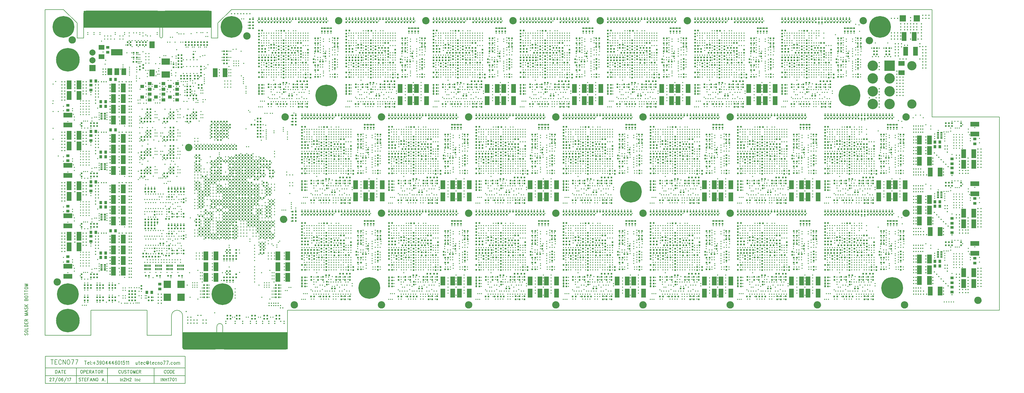
<source format=gbr>
%FSLAX35Y35*%
%MOIN*%
%SFA1.000B1.000*%

G04 Copyright (c) 2015-2018 in2H2 inc.
G04 System developed for in2H2 inc. by Intermotion Technology, Inc.
G04 
G04 Full system RTL, C sources and board design files available at https://github.com/nearist
G04 
G04 in2H2 inc. Team Members:
G04 - Chris McCormick - Algorithm Research and Design
G04 - Matt McCormick - Board Production, System Q/A
G04 
G04 Intermotion Technology Inc. Team Members:
G04 - Mick Fandrich - Project Lead
G04 - Dr. Ludovico Minati - Board Architecture and Design, FPGA Technology Advisor
G04 - Vardan Movsisyan - RTL Team Lead
G04 - Khachatur Gyozalyan - RTL Design
G04 - Tigran Papazyan - RTL Design
G04 - Taron Harutyunyan - RTL Design
G04 - Hayk Ghaltaghchyan - System Software
G04 
G04 Tecno77 S.r.l. Team Members:
G04 - Stefano Aldrigo, Board Layout Design
G04 
G04 We dedicate this project to the memory of Bruce McCormick, an AI pioneer
G04 and advocate, a good friend and father.
G04 
G04 These materials are provided free of charge: you can redistribute them and/or modify  
G04 them under the terms of the GNU General Public License as published by  
G04 the Free Software Foundation, version 3.
G04 
G04 These materials are distributed in the hope that they will be useful, but 
G04 WITHOUT ANY WARRANTY; without even the implied warranty of 
G04 MERCHANTABILITY or FITNESS FOR A PARTICULAR PURPOSE. See the GNU 
G04 General Public License for more details.
G04 In particular, this design should be treated as UNVERIFIED and UNCERTIFIED
G04 
G04 You should have received a copy of the GNU General Public License 
G04 along with this design. If not, see <http://www.gnu.org/licenses/>.

%FSLAX35Y35*%
%MOIN*%
%SFA1.000B1.000*%

%MIA0B0*%
%IPPOS*%
%ADD11C,0.00800*%
%ADD26C,0.01000*%
%ADD57R,0.02400X0.17500*%
%ADD77C,0.00700*%
%ADD118R,0.02369X0.02369*%
%ADD122R,0.03400X0.04400*%
%ADD125C,0.11900*%
%ADD128R,0.02400X0.02400*%
%ADD130R,0.04731X0.04337*%
%ADD132R,0.04400X0.03400*%
%ADD138R,0.01581X0.03156*%
%ADD158R,0.02172X0.03156*%
%ADD162C,0.04400*%
%ADD163C,0.27959*%
%ADD164C,0.01387*%
%ADD165R,0.01581X0.15754*%
%ADD166C,0.01781*%
%ADD167C,0.01387*%
%ADD168C,0.30400*%
%ADD169R,0.05900X0.11500*%
%ADD170R,0.11500X0.05900*%
%ADD171R,0.09400X0.09400*%
%ADD172R,0.07500X0.05900*%
%ADD173R,0.13400X0.13400*%
%ADD174C,0.13400*%
%ADD175R,0.07900X0.07900*%
%ADD176C,0.07900*%
%ADD177R,0.05900X0.08900*%
%ADD178R,0.14800X0.08400*%
%ADD179R,0.03156X0.02172*%
%ADD180R,0.03156X0.01581*%
%ADD181R,0.06699X0.08983*%
%ADD182R,0.10636X0.07880*%
%ADD184R,0.08400X0.08400*%
%ADD186R,0.07900X0.06400*%
%LNsoldermaskbtm.g*%
%LPD*%
G54D57*X308661Y523074D03*X304724D03*X300787D03*X296850D03*X292913D03*X288976D03*X285039D03*X281102D03*X277165D03*X273228D03*X269291D03*X265354D03*X261417D03*X257480D03*X253543D03*X245669D03*X241732D03*X237795D03*X233858D03*X229921D03*X225984D03*X222047D03*X218110D03*X214173D03*X210236D03*X206299D03*X202362D03*X198425D03*X194488D03*X190551D03*X186614D03*X182677D03*X178740D03*X174803D03*X170866D03*X166929D03*X162992D03*X159055D03*X155118D03*G54D118*X417717Y488189D03*X421654D03*X379528Y521260D03*Y525197D03*X387402Y521260D03*Y525197D03*X430709Y521260D03*Y525197D03*X458268Y521260D03*Y525197D03*X462205Y521260D03*Y525197D03*X413386Y490157D03*Y486220D03*X417717Y481890D03*X421654D03*X395276Y475984D03*Y472047D03*X413386Y481890D03*X409449D03*X400787Y473622D03*Y477559D03*X407087Y490157D03*Y486220D03*Y473622D03*Y477559D03*X413386Y473622D03*Y477559D03*X396850Y481890D03*X392913D03*X454331Y521260D03*Y525197D03*X400787Y481890D03*X404724D03*X400787Y490157D03*Y486220D03*X447638Y500394D03*X451575D03*X447638Y494094D03*X451575D03*X476772Y500394D03*X472835D03*X476772Y494094D03*X472835D03*X476772Y489567D03*X472835D03*X428740Y445276D03*X424803D03*X425591Y488189D03*X429528D03*X407087Y465748D03*Y469685D03*Y461811D03*Y457874D03*Y450000D03*Y453937D03*X417323Y468898D03*Y472835D03*X431890Y469291D03*X435827D03*X445669Y473622D03*Y469685D03*X447638Y465748D03*X451575D03*X447638Y459449D03*X451575D03*Y450787D03*X447638D03*X391339Y464173D03*Y468110D03*X410630Y443307D03*X406693D03*X387795Y437402D03*Y441339D03*X396457D03*Y437402D03*X402756Y441339D03*Y437402D03*X431102Y441339D03*Y437402D03*X437402Y441339D03*Y437402D03*X473228Y450394D03*Y454331D03*X387402Y415748D03*X391339D03*X426378Y412205D03*Y416142D03*X431102Y412205D03*Y416142D03*X419685Y437402D03*Y441339D03*X437402Y412205D03*Y416142D03*X411024Y415748D03*X407087D03*X399213Y521260D03*Y525197D03*X407087Y521260D03*Y525197D03*X442520Y521260D03*Y525197D03*X456299Y509449D03*Y513386D03*X468110Y509449D03*Y513386D03*X429528Y476378D03*Y480315D03*X401181Y466142D03*X397244D03*X457874Y470472D03*X453937D03*X379528Y456693D03*X375591D03*X379528Y450394D03*X375591D03*X451575Y488189D03*X447638D03*X379528Y440551D03*X375591D03*X379528Y428740D03*X375591D03*X407480Y431102D03*Y435039D03*X399213Y415748D03*X403150D03*X473228Y462205D03*Y466142D03*X379528Y432677D03*X375591D03*X395276Y521260D03*Y525197D03*X403150Y521260D03*Y525197D03*X473228Y474016D03*Y470079D03*X411024Y521260D03*Y525197D03*X438583Y521260D03*Y525197D03*X464173Y509449D03*Y513386D03*X446457Y521260D03*Y525197D03*X379528Y436614D03*X375591D03*X450394Y521260D03*Y525197D03*X460236Y509449D03*Y513386D03*X375591Y490945D03*X379528D03*X407087Y498031D03*Y494094D03*X375591Y483071D03*Y487008D03*X379528Y483071D03*Y487008D03*X383465Y483071D03*Y487008D03*X385039Y468110D03*Y464173D03*X375591Y472047D03*Y475984D03*X379528Y472047D03*Y475984D03*X383465Y472047D03*Y475984D03*X375591Y468110D03*Y464173D03*X422835Y468898D03*Y472835D03*X387402Y472047D03*Y475984D03*X407874Y510236D03*X403937D03*X394882Y488189D03*X390945D03*X425591Y494488D03*X429528D03*X394882Y492126D03*X390945D03*X391339Y472047D03*Y475984D03*Y521260D03*Y525197D03*X434646Y521260D03*Y525197D03*X375591Y521260D03*Y525197D03*X383465Y521260D03*Y525197D03*X426772Y521260D03*Y525197D03*X375591Y494882D03*Y498819D03*X414961Y521260D03*Y525197D03*X418898D03*X422835D03*X375591Y510630D03*X379528D03*X375591Y506693D03*Y502756D03*X441732Y450000D03*Y453937D03*X429528Y484252D03*X425591D03*X438583Y485827D03*Y481890D03*X433465Y445276D03*X437402D03*X424803Y441339D03*Y437402D03*X447638Y483465D03*X451575D03*X435433Y453937D03*Y450000D03*X418110Y426378D03*X414173D03*X460630Y481102D03*Y477165D03*X472835Y364173D03*X476772D03*X434646Y397244D03*Y401181D03*X442520Y397244D03*Y401181D03*X485827Y397244D03*Y401181D03*X513386Y397244D03*Y401181D03*X517323Y397244D03*Y401181D03*X468504Y366142D03*Y362205D03*X472835Y357874D03*X476772D03*X450394Y351969D03*Y348031D03*X468504Y357874D03*X464567D03*X455906Y349606D03*Y353543D03*X462205Y366142D03*Y362205D03*Y349606D03*Y353543D03*X468504Y349606D03*Y353543D03*X451969Y357874D03*X448031D03*X509449Y397244D03*Y401181D03*X455906Y357874D03*X459843D03*X455906Y366142D03*Y362205D03*X502756Y376378D03*X506693D03*X502756Y370079D03*X506693D03*X531890Y376378D03*X527953D03*X531890Y370079D03*X527953D03*X531890Y365551D03*X527953D03*X483858Y321260D03*X479921D03*X480709Y364173D03*X484646D03*X462205Y341732D03*Y345669D03*Y337795D03*Y333858D03*Y325984D03*Y329921D03*X472441Y344882D03*Y348819D03*X487008Y345276D03*X490945D03*X500787Y349606D03*Y345669D03*X502756Y341732D03*X506693D03*X502756Y335433D03*X506693D03*Y326772D03*X502756D03*X446457Y340157D03*Y344094D03*X465748Y319291D03*X461811D03*X442913Y313386D03*Y317323D03*X451575D03*Y313386D03*X457874Y317323D03*Y313386D03*X486220Y317323D03*Y313386D03*X492520Y317323D03*Y313386D03*X528346Y326378D03*Y330315D03*X442520Y291732D03*X446457D03*X481496Y288189D03*Y292126D03*X486220Y288189D03*Y292126D03*X474803Y313386D03*Y317323D03*X492520Y288189D03*Y292126D03*X466142Y291732D03*X462205D03*X454331Y397244D03*Y401181D03*X462205Y397244D03*Y401181D03*X497638Y397244D03*Y401181D03*X511417Y385433D03*Y389370D03*X523228Y385433D03*Y389370D03*X484646Y352362D03*Y356299D03*X456299Y342126D03*X452362D03*X512992Y346457D03*X509055D03*X434646Y332677D03*X430709D03*X434646Y326378D03*X430709D03*X506693Y364173D03*X502756D03*X434646Y316535D03*X430709D03*X434646Y304724D03*X430709D03*X462598Y307087D03*Y311024D03*X454331Y291732D03*X458268D03*X528346Y338189D03*Y342126D03*X434646Y308661D03*X430709D03*X450394Y397244D03*Y401181D03*X458268Y397244D03*Y401181D03*X528346Y350000D03*Y346063D03*X466142Y397244D03*Y401181D03*X493701Y397244D03*Y401181D03*X519291Y385433D03*Y389370D03*X501575Y397244D03*Y401181D03*X434646Y312598D03*X430709D03*X505512Y397244D03*Y401181D03*X515354Y385433D03*Y389370D03*X430709Y366929D03*X434646D03*X462205Y374016D03*Y370079D03*X430709Y359055D03*Y362992D03*X434646Y359055D03*Y362992D03*X438583Y359055D03*Y362992D03*X440157Y344094D03*Y340157D03*X430709Y348031D03*Y351969D03*X434646Y348031D03*Y351969D03*X438583Y348031D03*Y351969D03*X430709Y344094D03*Y340157D03*X477953Y344882D03*Y348819D03*X442520Y348031D03*Y351969D03*X462992Y386220D03*X459055D03*X450000Y364173D03*X446063D03*X480709Y370472D03*X484646D03*X450000Y368110D03*X446063D03*X446457Y348031D03*Y351969D03*Y397244D03*Y401181D03*X489764Y397244D03*Y401181D03*X430709Y397244D03*Y401181D03*X438583Y397244D03*Y401181D03*X481890Y397244D03*Y401181D03*X430709Y370866D03*Y374803D03*X470079Y397244D03*Y401181D03*X474016D03*X477953D03*X430709Y386614D03*X434646D03*X430709Y382677D03*Y378740D03*X496850Y325984D03*Y329921D03*X484646Y360236D03*X480709D03*X493701Y361811D03*Y357874D03*X488583Y321260D03*X492520D03*X479921Y317323D03*Y313386D03*X502756Y359449D03*X506693D03*X490551Y329921D03*Y325984D03*X473228Y302362D03*X469291D03*X515748Y357087D03*Y353150D03*X472835Y240157D03*X476772D03*X434646Y273228D03*Y277165D03*X442520Y273228D03*Y277165D03*X485827Y273228D03*Y277165D03*X513386Y273228D03*Y277165D03*X517323Y273228D03*Y277165D03*X468504Y242126D03*Y238189D03*X472835Y233858D03*X476772D03*X450394Y227953D03*Y224016D03*X468504Y233858D03*X464567D03*X455906Y225591D03*Y229528D03*X462205Y242126D03*Y238189D03*Y225591D03*Y229528D03*X468504Y225591D03*Y229528D03*X451969Y233858D03*X448031D03*X509449Y273228D03*Y277165D03*X455906Y233858D03*X459843D03*X455906Y242126D03*Y238189D03*X502756Y252362D03*X506693D03*X502756Y246063D03*X506693D03*X531890Y252362D03*X527953D03*X531890Y246063D03*X527953D03*X531890Y241535D03*X527953D03*X483858Y197244D03*X479921D03*X480709Y240157D03*X484646D03*X462205Y217717D03*Y221654D03*Y213780D03*Y209843D03*Y201969D03*Y205906D03*X472441Y220866D03*Y224803D03*X487008Y221260D03*X490945D03*X500787Y225591D03*Y221654D03*X502756Y217717D03*X506693D03*X502756Y211417D03*X506693D03*Y202756D03*X502756D03*X446457Y216142D03*Y220079D03*X465748Y195276D03*X461811D03*X442913Y189370D03*Y193307D03*X451575D03*Y189370D03*X457874Y193307D03*Y189370D03*X486220Y193307D03*Y189370D03*X492520Y193307D03*Y189370D03*X528346Y202362D03*Y206299D03*X442520Y167717D03*X446457D03*X481496Y164173D03*Y168110D03*X486220Y164173D03*Y168110D03*X474803Y189370D03*Y193307D03*X492520Y164173D03*Y168110D03*X466142Y167717D03*X462205D03*X454331Y273228D03*Y277165D03*X462205Y273228D03*Y277165D03*X497638Y273228D03*Y277165D03*X511417Y261417D03*Y265354D03*X523228Y261417D03*Y265354D03*X484646Y228346D03*Y232283D03*X456299Y218110D03*X452362D03*X512992Y222441D03*X509055D03*X434646Y208661D03*X430709D03*X434646Y202362D03*X430709D03*X506693Y240157D03*X502756D03*X434646Y192520D03*X430709D03*X434646Y180709D03*X430709D03*X462598Y183071D03*Y187008D03*X454331Y167717D03*X458268D03*X528346Y214173D03*Y218110D03*X434646Y184646D03*X430709D03*X450394Y273228D03*Y277165D03*X458268Y273228D03*Y277165D03*X528346Y225984D03*Y222047D03*X466142Y273228D03*Y277165D03*X493701Y273228D03*Y277165D03*X519291Y261417D03*Y265354D03*X501575Y273228D03*Y277165D03*X434646Y188583D03*X430709D03*X505512Y273228D03*Y277165D03*X515354Y261417D03*Y265354D03*X430709Y242913D03*X434646D03*X462205Y250000D03*Y246063D03*X430709Y235039D03*Y238976D03*X434646Y235039D03*Y238976D03*X438583Y235039D03*Y238976D03*X440157Y220079D03*Y216142D03*X430709Y224016D03*Y227953D03*X434646Y224016D03*Y227953D03*X438583Y224016D03*Y227953D03*X430709Y220079D03*Y216142D03*X477953Y220866D03*Y224803D03*X442520Y224016D03*Y227953D03*X462992Y262205D03*X459055D03*X450000Y240157D03*X446063D03*X480709Y246457D03*X484646D03*X450000Y244094D03*X446063D03*X446457Y224016D03*Y227953D03*Y273228D03*Y277165D03*X489764Y273228D03*Y277165D03*X430709Y273228D03*Y277165D03*X438583Y273228D03*Y277165D03*X481890Y273228D03*Y277165D03*X430709Y246850D03*Y250787D03*X470079Y273228D03*Y277165D03*X474016D03*X477953D03*X430709Y262598D03*X434646D03*X430709Y258661D03*Y254724D03*X496850Y201969D03*Y205906D03*X484646Y236220D03*X480709D03*X493701Y237795D03*Y233858D03*X488583Y197244D03*X492520D03*X479921Y193307D03*Y189370D03*X502756Y235433D03*X506693D03*X490551Y205906D03*Y201969D03*X473228Y178346D03*X469291D03*X515748Y233071D03*Y229134D03*X491732Y521260D03*Y525197D03*X499606Y521260D03*Y525197D03*X542913Y521260D03*Y525197D03*X570472Y521260D03*Y525197D03*X574409Y521260D03*Y525197D03*X566535Y521260D03*Y525197D03*X511417Y521260D03*Y525197D03*X519291Y521260D03*Y525197D03*X554724Y521260D03*Y525197D03*X507480Y521260D03*Y525197D03*X515354Y521260D03*Y525197D03*X523228Y521260D03*Y525197D03*X550787Y521260D03*Y525197D03*X558661Y521260D03*Y525197D03*X562598Y521260D03*Y525197D03*X520079Y510236D03*X516142D03*X503543Y521260D03*Y525197D03*X546850Y521260D03*Y525197D03*X487795Y521260D03*Y525197D03*X495669Y521260D03*Y525197D03*X538976Y521260D03*Y525197D03*X487795Y494882D03*Y498819D03*X527165Y521260D03*Y525197D03*X531102D03*X535039D03*X487795Y510630D03*X491732D03*X487795Y506693D03*Y502756D03*X546850Y397244D03*Y401181D03*X554724Y397244D03*Y401181D03*X598031Y397244D03*Y401181D03*X625591Y397244D03*Y401181D03*X799606Y386220D03*X795669D03*X629528Y397244D03*Y401181D03*X621654Y397244D03*Y401181D03*X566535Y397244D03*Y401181D03*X574409Y397244D03*Y401181D03*X609843Y397244D03*Y401181D03*X562598Y397244D03*Y401181D03*X570472Y397244D03*Y401181D03*X578346Y397244D03*Y401181D03*X605906Y397244D03*Y401181D03*X613780Y397244D03*Y401181D03*X617717Y397244D03*Y401181D03*X575197Y386220D03*X571260D03*X558661Y397244D03*Y401181D03*X601969Y397244D03*Y401181D03*X542913Y397244D03*Y401181D03*X550787Y397244D03*Y401181D03*X594094Y397244D03*Y401181D03*X542913Y370866D03*Y374803D03*X582283Y397244D03*Y401181D03*X586220D03*X590157D03*X542913Y386614D03*X546850D03*X542913Y382677D03*Y378740D03*X546850Y273228D03*Y277165D03*X554724Y273228D03*Y277165D03*X598031Y273228D03*Y277165D03*X625591Y273228D03*Y277165D03*X629528Y273228D03*Y277165D03*X621654Y273228D03*Y277165D03*X566535Y273228D03*Y277165D03*X574409Y273228D03*Y277165D03*X609843Y273228D03*Y277165D03*X562598Y273228D03*Y277165D03*X570472Y273228D03*Y277165D03*X578346Y273228D03*Y277165D03*X605906Y273228D03*Y277165D03*X613780Y273228D03*Y277165D03*X617717Y273228D03*Y277165D03*X575197Y262205D03*X571260D03*X558661Y273228D03*Y277165D03*X601969Y273228D03*Y277165D03*X542913Y273228D03*Y277165D03*X550787Y273228D03*Y277165D03*X594094Y273228D03*Y277165D03*X542913Y246850D03*Y250787D03*X582283Y273228D03*Y277165D03*X586220D03*X590157D03*X542913Y262598D03*X546850D03*X542913Y258661D03*Y254724D03*X603937Y521260D03*Y525197D03*X611811Y521260D03*Y525197D03*X655118Y521260D03*Y525197D03*X682677Y521260D03*Y525197D03*X686614Y521260D03*Y525197D03*X678740Y521260D03*Y525197D03*X623622Y521260D03*Y525197D03*X631496Y521260D03*Y525197D03*X666929Y521260D03*Y525197D03*X619685Y521260D03*Y525197D03*X627559Y521260D03*Y525197D03*X635433Y521260D03*Y525197D03*X662992Y521260D03*Y525197D03*X670866Y521260D03*Y525197D03*X674803Y521260D03*Y525197D03*X632283Y510236D03*X628346D03*X615748Y521260D03*Y525197D03*X659055Y521260D03*Y525197D03*X600000Y521260D03*Y525197D03*X607874Y521260D03*Y525197D03*X651181Y521260D03*Y525197D03*X600000Y494882D03*Y498819D03*X639370Y521260D03*Y525197D03*X643307D03*X647244D03*X600000Y510630D03*X603937D03*X600000Y506693D03*Y502756D03*X659055Y397244D03*Y401181D03*X666929Y397244D03*Y401181D03*X710236Y397244D03*Y401181D03*X737795Y397244D03*Y401181D03*X741732Y397244D03*Y401181D03*X733858Y397244D03*Y401181D03*X678740Y397244D03*Y401181D03*X686614Y397244D03*Y401181D03*X722047Y397244D03*Y401181D03*X674803Y397244D03*Y401181D03*X682677Y397244D03*Y401181D03*X690551Y397244D03*Y401181D03*X718110Y397244D03*Y401181D03*X725984Y397244D03*Y401181D03*X729921Y397244D03*Y401181D03*X687402Y386220D03*X683465D03*X670866Y397244D03*Y401181D03*X714173Y397244D03*Y401181D03*X655118Y397244D03*Y401181D03*X662992Y397244D03*Y401181D03*X706299Y397244D03*Y401181D03*X655118Y370866D03*Y374803D03*X694488Y397244D03*Y401181D03*X698425D03*X702362D03*X655118Y386614D03*X659055D03*X655118Y382677D03*Y378740D03*X659055Y273228D03*Y277165D03*X666929Y273228D03*Y277165D03*X710236Y273228D03*Y277165D03*X737795Y273228D03*Y277165D03*X911811Y262205D03*X907874D03*X741732Y273228D03*Y277165D03*X733858Y273228D03*Y277165D03*X678740Y273228D03*Y277165D03*X686614Y273228D03*Y277165D03*X722047Y273228D03*Y277165D03*X674803Y273228D03*Y277165D03*X682677Y273228D03*Y277165D03*X690551Y273228D03*Y277165D03*X718110Y273228D03*Y277165D03*X725984Y273228D03*Y277165D03*X729921Y273228D03*Y277165D03*X687402Y262205D03*X683465D03*X670866Y273228D03*Y277165D03*X714173Y273228D03*Y277165D03*X655118Y273228D03*Y277165D03*X662992Y273228D03*Y277165D03*X706299Y273228D03*Y277165D03*X655118Y246850D03*Y250787D03*X694488Y273228D03*Y277165D03*X698425D03*X702362D03*X655118Y262598D03*X659055D03*X655118Y258661D03*Y254724D03*X716142Y521260D03*Y525197D03*X724016Y521260D03*Y525197D03*X767323Y521260D03*Y525197D03*X794882Y521260D03*Y525197D03*X798819Y521260D03*Y525197D03*X790945Y521260D03*Y525197D03*X735827Y521260D03*Y525197D03*X743701Y521260D03*Y525197D03*X779134Y521260D03*Y525197D03*X731890Y521260D03*Y525197D03*X739764Y521260D03*Y525197D03*X747638Y521260D03*Y525197D03*X775197Y521260D03*Y525197D03*X783071Y521260D03*Y525197D03*X787008Y521260D03*Y525197D03*X743701Y498031D03*Y494094D03*X727953Y521260D03*Y525197D03*X771260Y521260D03*Y525197D03*X712205Y521260D03*Y525197D03*X720079Y521260D03*Y525197D03*X763386Y521260D03*Y525197D03*X712205Y494882D03*Y498819D03*X751575Y521260D03*Y525197D03*X755512D03*X759449D03*X712205Y510630D03*X716142D03*X712205Y506693D03*Y502756D03*X771260Y397244D03*Y401181D03*X779134Y397244D03*Y401181D03*X822441Y397244D03*Y401181D03*X850000Y397244D03*Y401181D03*X853937Y397244D03*Y401181D03*X846063Y397244D03*Y401181D03*X790945Y397244D03*Y401181D03*X798819Y397244D03*Y401181D03*X834252Y397244D03*Y401181D03*X787008Y397244D03*Y401181D03*X794882Y397244D03*Y401181D03*X802756Y397244D03*Y401181D03*X830315Y397244D03*Y401181D03*X838189Y397244D03*Y401181D03*X842126Y397244D03*Y401181D03*X783071Y397244D03*Y401181D03*X826378Y397244D03*Y401181D03*X767323Y397244D03*Y401181D03*X775197Y397244D03*Y401181D03*X818504Y397244D03*Y401181D03*X767323Y370866D03*Y374803D03*X806693Y397244D03*Y401181D03*X810630D03*X814567D03*X767323Y386614D03*X771260D03*X767323Y382677D03*Y378740D03*X771260Y273228D03*Y277165D03*X779134Y273228D03*Y277165D03*X822441Y273228D03*Y277165D03*X850000Y273228D03*Y277165D03*X853937Y273228D03*Y277165D03*X846063Y273228D03*Y277165D03*X790945Y273228D03*Y277165D03*X798819Y273228D03*Y277165D03*X834252Y273228D03*Y277165D03*X787008Y273228D03*Y277165D03*X794882Y273228D03*Y277165D03*X802756Y273228D03*Y277165D03*X830315Y273228D03*Y277165D03*X838189Y273228D03*Y277165D03*X842126Y273228D03*Y277165D03*X799606Y262205D03*X795669D03*X783071Y273228D03*Y277165D03*X826378Y273228D03*Y277165D03*X767323Y273228D03*Y277165D03*X775197Y273228D03*Y277165D03*X818504Y273228D03*Y277165D03*X767323Y246850D03*Y250787D03*X806693Y273228D03*Y277165D03*X810630D03*X814567D03*X767323Y262598D03*X771260D03*X767323Y258661D03*Y254724D03*X828346Y521260D03*Y525197D03*X836220Y521260D03*Y525197D03*X879528Y521260D03*Y525197D03*X907087Y521260D03*Y525197D03*X911024Y521260D03*Y525197D03*X903150Y521260D03*Y525197D03*X848031Y521260D03*Y525197D03*X855906Y521260D03*Y525197D03*X891339Y521260D03*Y525197D03*X844094Y521260D03*Y525197D03*X851969Y521260D03*Y525197D03*X859843Y521260D03*Y525197D03*X887402Y521260D03*Y525197D03*X895276Y521260D03*Y525197D03*X899213Y521260D03*Y525197D03*X856693Y510236D03*X852756D03*X840157Y521260D03*Y525197D03*X883465Y521260D03*Y525197D03*X824409Y521260D03*Y525197D03*X832283Y521260D03*Y525197D03*X875591Y521260D03*Y525197D03*X824409Y494882D03*Y498819D03*X863780Y521260D03*Y525197D03*X867717D03*X871654D03*X824409Y510630D03*X828346D03*X824409Y506693D03*Y502756D03*X883465Y397244D03*Y401181D03*X891339Y397244D03*Y401181D03*X934646Y397244D03*Y401181D03*X962205Y397244D03*Y401181D03*X966142Y397244D03*Y401181D03*X958268Y397244D03*Y401181D03*X903150Y397244D03*Y401181D03*X911024Y397244D03*Y401181D03*X946457Y397244D03*Y401181D03*X899213Y397244D03*Y401181D03*X907087Y397244D03*Y401181D03*X914961Y397244D03*Y401181D03*X942520Y397244D03*Y401181D03*X950394Y397244D03*Y401181D03*X954331Y397244D03*Y401181D03*X911811Y386220D03*X907874D03*X895276Y397244D03*Y401181D03*X938583Y397244D03*Y401181D03*X879528Y397244D03*Y401181D03*X887402Y397244D03*Y401181D03*X930709Y397244D03*Y401181D03*X879528Y370866D03*Y374803D03*X918898Y397244D03*Y401181D03*X922835D03*X926772D03*X879528Y386614D03*X883465D03*X879528Y382677D03*Y378740D03*X883465Y273228D03*Y277165D03*X891339Y273228D03*Y277165D03*X934646Y273228D03*Y277165D03*X962205Y273228D03*Y277165D03*X966142Y273228D03*Y277165D03*X958268Y273228D03*Y277165D03*X903150Y273228D03*Y277165D03*X911024Y273228D03*Y277165D03*X946457Y273228D03*Y277165D03*X899213Y273228D03*Y277165D03*X907087Y273228D03*Y277165D03*X914961Y273228D03*Y277165D03*X942520Y273228D03*Y277165D03*X950394Y273228D03*Y277165D03*X954331Y273228D03*Y277165D03*X895276Y273228D03*Y277165D03*X938583Y273228D03*Y277165D03*X879528Y273228D03*Y277165D03*X887402Y273228D03*Y277165D03*X930709Y273228D03*Y277165D03*X879528Y246850D03*Y250787D03*X918898Y273228D03*Y277165D03*X922835D03*X926772D03*X879528Y262598D03*X883465D03*X879528Y258661D03*Y254724D03*X940551Y521260D03*Y525197D03*X948425Y521260D03*Y525197D03*X991732Y521260D03*Y525197D03*X1019291Y521260D03*Y525197D03*X1023228Y521260D03*Y525197D03*X1015354Y521260D03*Y525197D03*X960236Y521260D03*Y525197D03*X968110Y521260D03*Y525197D03*X1003543Y521260D03*Y525197D03*X956299Y521260D03*Y525197D03*X964173Y521260D03*Y525197D03*X972047Y521260D03*Y525197D03*X999606Y521260D03*Y525197D03*X1007480Y521260D03*Y525197D03*X1011417Y521260D03*Y525197D03*X968898Y510236D03*X964961D03*X952362Y521260D03*Y525197D03*X995669Y521260D03*Y525197D03*X936614Y521260D03*Y525197D03*X944488Y521260D03*Y525197D03*X987795Y521260D03*Y525197D03*X936614Y494882D03*Y498819D03*X975984Y521260D03*Y525197D03*X979921D03*X983858D03*X936614Y510630D03*X940551D03*X936614Y506693D03*Y502756D03*X995669Y397244D03*Y401181D03*X1003543Y397244D03*Y401181D03*X1046850Y397244D03*Y401181D03*X1074409Y397244D03*Y401181D03*X1078346Y397244D03*Y401181D03*X1070472Y397244D03*Y401181D03*X1015354Y397244D03*Y401181D03*X1023228Y397244D03*Y401181D03*X1058661Y397244D03*Y401181D03*X1011417Y397244D03*Y401181D03*X1019291Y397244D03*Y401181D03*X1027165Y397244D03*Y401181D03*X1054724Y397244D03*Y401181D03*X1062598Y397244D03*Y401181D03*X1066535Y397244D03*Y401181D03*X1024016Y386220D03*X1020079D03*X1007480Y397244D03*Y401181D03*X1050787Y397244D03*Y401181D03*X991732Y397244D03*Y401181D03*X999606Y397244D03*Y401181D03*X1042913Y397244D03*Y401181D03*X991732Y370866D03*Y374803D03*X1031102Y397244D03*Y401181D03*X1035039D03*X1038976D03*X991732Y386614D03*X995669D03*X991732Y382677D03*Y378740D03*X995669Y273228D03*Y277165D03*X1003543Y273228D03*Y277165D03*X1046850Y273228D03*Y277165D03*X1074409Y273228D03*Y277165D03*X1078346Y273228D03*Y277165D03*X1070472Y273228D03*Y277165D03*X1015354Y273228D03*Y277165D03*X1023228Y273228D03*Y277165D03*X1058661Y273228D03*Y277165D03*X1011417Y273228D03*Y277165D03*X1019291Y273228D03*Y277165D03*X1027165Y273228D03*Y277165D03*X1054724Y273228D03*Y277165D03*X1062598Y273228D03*Y277165D03*X1066535Y273228D03*Y277165D03*X1024016Y262205D03*X1020079D03*X1007480Y273228D03*Y277165D03*X1050787Y273228D03*Y277165D03*X991732Y273228D03*Y277165D03*X999606Y273228D03*Y277165D03*X1042913Y273228D03*Y277165D03*X991732Y246850D03*Y250787D03*X1031102Y273228D03*Y277165D03*X1035039D03*X1038976D03*X991732Y262598D03*X995669D03*X991732Y258661D03*Y254724D03*X1090945Y488189D03*X1094882D03*X1052756Y521260D03*Y525197D03*X1060630Y521260D03*Y525197D03*X1103937Y521260D03*Y525197D03*X1131496Y521260D03*Y525197D03*X1135433Y521260D03*Y525197D03*X1086614Y490157D03*Y486220D03*X1090945Y481890D03*X1094882D03*X1068504Y475984D03*Y472047D03*X1086614Y481890D03*X1082677D03*X1074016Y473622D03*Y477559D03*X1080315Y490157D03*Y486220D03*Y473622D03*Y477559D03*X1086614Y473622D03*Y477559D03*X1070079Y481890D03*X1066142D03*X1127559Y521260D03*Y525197D03*X1074016Y481890D03*X1077953D03*X1074016Y490157D03*Y486220D03*X1120866Y500394D03*X1124803D03*X1120866Y494094D03*X1124803D03*X1150000Y500394D03*X1146063D03*X1150000Y494094D03*X1146063D03*X1150000Y489567D03*X1146063D03*X1101969Y445276D03*X1098031D03*X1098819Y488189D03*X1102756D03*X1080315Y465748D03*Y469685D03*Y461811D03*Y457874D03*Y450000D03*Y453937D03*X1090551Y468898D03*Y472835D03*X1105118Y469291D03*X1109055D03*X1118898Y473622D03*Y469685D03*X1120866Y465748D03*X1124803D03*X1120866Y459449D03*X1124803D03*Y450787D03*X1120866D03*X1064567Y464173D03*Y468110D03*X1083858Y443307D03*X1079921D03*X1061024Y437402D03*Y441339D03*X1069685D03*Y437402D03*X1075984Y441339D03*Y437402D03*X1104331Y441339D03*Y437402D03*X1110630Y441339D03*Y437402D03*X1146457Y450394D03*Y454331D03*X1060630Y415748D03*X1064567D03*X1099606Y412205D03*Y416142D03*X1104331Y412205D03*Y416142D03*X1092913Y437402D03*Y441339D03*X1110630Y412205D03*Y416142D03*X1084252Y415748D03*X1080315D03*X1072441Y521260D03*Y525197D03*X1080315Y521260D03*Y525197D03*X1115748Y521260D03*Y525197D03*X1129528Y509449D03*Y513386D03*X1141339Y509449D03*Y513386D03*X1102756Y476378D03*Y480315D03*X1074409Y466142D03*X1070472D03*X1131102Y470472D03*X1127165D03*X1052756Y456693D03*X1048819D03*X1052756Y450394D03*X1048819D03*X1124803Y488189D03*X1120866D03*X1052756Y440551D03*X1048819D03*X1052756Y428740D03*X1048819D03*X1080709Y431102D03*Y435039D03*X1072441Y415748D03*X1076378D03*X1146457Y462205D03*Y466142D03*X1052756Y432677D03*X1048819D03*X1068504Y521260D03*Y525197D03*X1076378Y521260D03*Y525197D03*X1146457Y474016D03*Y470079D03*X1084252Y521260D03*Y525197D03*X1111811Y521260D03*Y525197D03*X1137402Y509449D03*Y513386D03*X1119685Y521260D03*Y525197D03*X1052756Y436614D03*X1048819D03*X1123622Y521260D03*Y525197D03*X1133465Y509449D03*Y513386D03*X1048819Y490945D03*X1052756D03*X1080315Y498031D03*Y494094D03*X1048819Y483071D03*Y487008D03*X1052756Y483071D03*Y487008D03*X1056693Y483071D03*Y487008D03*X1058268Y468110D03*Y464173D03*X1048819Y472047D03*Y475984D03*X1052756Y472047D03*Y475984D03*X1056693Y472047D03*Y475984D03*X1048819Y468110D03*Y464173D03*X1096063Y468898D03*Y472835D03*X1060630Y472047D03*Y475984D03*X1081102Y510236D03*X1077165D03*X1068110Y488189D03*X1064173D03*X1098819Y494488D03*X1102756D03*X1068110Y492126D03*X1064173D03*X1064567Y472047D03*Y475984D03*Y521260D03*Y525197D03*X1107874Y521260D03*Y525197D03*X1048819Y521260D03*Y525197D03*X1056693Y521260D03*Y525197D03*X1048819Y494882D03*Y498819D03*X1088189Y521260D03*Y525197D03*X1092126Y521260D03*X1096063D03*X1092126Y525197D03*X1096063D03*X1048819Y510630D03*X1052756D03*X1048819Y506693D03*Y502756D03*X1114961Y450000D03*Y453937D03*X1102756Y484252D03*X1098819D03*X1111811Y485827D03*Y481890D03*X1106693Y445276D03*X1110630D03*X1098031Y441339D03*Y437402D03*X1120866Y483465D03*X1124803D03*X1108661Y453937D03*Y450000D03*X1091339Y426378D03*X1087402D03*X1133858Y481102D03*Y477165D03*X1146063Y364173D03*X1150000D03*X1107874Y397244D03*Y401181D03*X1115748Y397244D03*Y401181D03*X1159055Y397244D03*Y401181D03*X1186614Y397244D03*Y401181D03*X1190551Y397244D03*Y401181D03*X1141732Y366142D03*Y362205D03*X1146063Y357874D03*X1150000D03*X1123622Y351969D03*Y348031D03*X1141732Y357874D03*X1137795D03*X1129134Y349606D03*Y353543D03*X1135433Y366142D03*Y362205D03*Y349606D03*Y353543D03*X1141732Y349606D03*Y353543D03*X1125197Y357874D03*X1121260D03*X1182677Y397244D03*Y401181D03*X1129134Y357874D03*X1133071D03*X1129134Y366142D03*Y362205D03*X1175984Y376378D03*X1179921D03*X1175984Y370079D03*X1179921D03*X1205118Y376378D03*X1201181D03*X1205118Y370079D03*X1201181D03*X1205118Y365551D03*X1201181D03*X1157087Y321260D03*X1153150D03*X1153937Y364173D03*X1157874D03*X1135433Y341732D03*Y345669D03*Y337795D03*Y333858D03*Y325984D03*Y329921D03*X1145669Y344882D03*Y348819D03*X1160236Y345276D03*X1164173D03*X1174016Y349606D03*Y345669D03*X1175984Y341732D03*X1179921D03*X1175984Y335433D03*X1179921D03*Y326772D03*X1175984D03*X1119685Y340157D03*Y344094D03*X1138976Y319291D03*X1135039D03*X1116142Y313386D03*Y317323D03*X1124803D03*Y313386D03*X1131102Y317323D03*Y313386D03*X1159449Y317323D03*Y313386D03*X1165748Y317323D03*Y313386D03*X1201575Y326378D03*Y330315D03*X1115748Y291732D03*X1119685D03*X1154724Y288189D03*Y292126D03*X1159449Y288189D03*Y292126D03*X1148031Y313386D03*Y317323D03*X1165748Y288189D03*Y292126D03*X1139370Y291732D03*X1135433D03*X1127559Y397244D03*Y401181D03*X1135433Y397244D03*Y401181D03*X1170866Y397244D03*Y401181D03*X1184646Y385433D03*Y389370D03*X1196457Y385433D03*Y389370D03*X1157874Y352362D03*Y356299D03*X1129528Y342126D03*X1125591D03*X1186220Y346457D03*X1182283D03*X1107874Y332677D03*X1103937D03*X1107874Y326378D03*X1103937D03*X1179921Y364173D03*X1175984D03*X1107874Y316535D03*X1103937D03*X1107874Y304724D03*X1103937D03*X1135827Y307087D03*Y311024D03*X1127559Y291732D03*X1131496D03*X1201575Y338189D03*Y342126D03*X1107874Y308661D03*X1103937D03*X1123622Y397244D03*Y401181D03*X1131496Y397244D03*Y401181D03*X1201575Y350000D03*Y346063D03*X1139370Y397244D03*Y401181D03*X1166929Y397244D03*Y401181D03*X1192520Y385433D03*Y389370D03*X1174803Y397244D03*Y401181D03*X1107874Y312598D03*X1103937D03*X1178740Y397244D03*Y401181D03*X1188583Y385433D03*Y389370D03*X1103937Y366929D03*X1107874D03*X1135433Y374016D03*Y370079D03*X1103937Y359055D03*Y362992D03*X1107874Y359055D03*Y362992D03*X1111811Y359055D03*Y362992D03*X1113386Y344094D03*Y340157D03*X1103937Y348031D03*Y351969D03*X1107874Y348031D03*Y351969D03*X1111811Y348031D03*Y351969D03*X1103937Y344094D03*Y340157D03*X1151181Y344882D03*Y348819D03*X1115748Y348031D03*Y351969D03*X1136220Y386220D03*X1132283D03*X1123228Y364173D03*X1119291D03*X1153937Y370472D03*X1157874D03*X1123228Y368110D03*X1119291D03*X1119685Y348031D03*Y351969D03*Y397244D03*Y401181D03*X1162992Y397244D03*Y401181D03*X1103937Y397244D03*Y401181D03*X1111811Y397244D03*Y401181D03*X1103937Y370866D03*Y374803D03*X1143307Y397244D03*Y401181D03*X1147244Y397244D03*X1151181D03*X1147244Y401181D03*X1151181D03*X1103937Y386614D03*X1107874D03*X1103937Y382677D03*Y378740D03*X1170079Y325984D03*Y329921D03*X1157874Y360236D03*X1153937D03*X1166929Y361811D03*Y357874D03*X1161811Y321260D03*X1165748D03*X1153150Y317323D03*Y313386D03*X1175984Y359449D03*X1179921D03*X1163780Y329921D03*Y325984D03*X1146457Y302362D03*X1142520D03*X1188976Y357087D03*Y353150D03*X1146063Y240157D03*X1150000D03*X1107874Y273228D03*Y277165D03*X1115748Y273228D03*Y277165D03*X1159055Y273228D03*Y277165D03*X1186614Y273228D03*Y277165D03*X1190551Y273228D03*Y277165D03*X1141732Y242126D03*Y238189D03*X1146063Y233858D03*X1150000D03*X1123622Y227953D03*Y224016D03*X1141732Y233858D03*X1137795D03*X1129134Y225591D03*Y229528D03*X1135433Y242126D03*Y238189D03*Y225591D03*Y229528D03*X1141732Y225591D03*Y229528D03*X1125197Y233858D03*X1121260D03*X1182677Y273228D03*Y277165D03*X1129134Y233858D03*X1133071D03*X1129134Y242126D03*Y238189D03*X1175984Y252362D03*X1179921D03*X1175984Y246063D03*X1179921D03*X1205118Y252362D03*X1201181D03*X1205118Y246063D03*X1201181D03*X1205118Y241535D03*X1201181D03*X1157087Y197244D03*X1153150D03*X1153937Y240157D03*X1157874D03*X1135433Y217717D03*Y221654D03*Y213780D03*Y209843D03*Y201969D03*Y205906D03*X1145669Y220866D03*Y224803D03*X1160236Y221260D03*X1164173D03*X1174016Y225591D03*Y221654D03*X1175984Y217717D03*X1179921D03*X1175984Y211417D03*X1179921D03*Y202756D03*X1175984D03*X1119685Y216142D03*Y220079D03*X1138976Y195276D03*X1135039D03*X1116142Y189370D03*Y193307D03*X1124803D03*Y189370D03*X1131102Y193307D03*Y189370D03*X1159449Y193307D03*Y189370D03*X1165748Y193307D03*Y189370D03*X1201575Y202362D03*Y206299D03*X1115748Y167717D03*X1119685D03*X1154724Y164173D03*Y168110D03*X1159449Y164173D03*Y168110D03*X1148031Y189370D03*Y193307D03*X1165748Y164173D03*Y168110D03*X1139370Y167717D03*X1135433D03*X1127559Y273228D03*Y277165D03*X1135433Y273228D03*Y277165D03*X1170866Y273228D03*Y277165D03*X1184646Y261417D03*Y265354D03*X1196457Y261417D03*Y265354D03*X1157874Y228346D03*Y232283D03*X1129528Y218110D03*X1125591D03*X1186220Y222441D03*X1182283D03*X1107874Y208661D03*X1103937D03*X1107874Y202362D03*X1103937D03*X1179921Y240157D03*X1175984D03*X1107874Y192520D03*X1103937D03*X1107874Y180709D03*X1103937D03*X1135827Y183071D03*Y187008D03*X1127559Y167717D03*X1131496D03*X1201575Y214173D03*Y218110D03*X1107874Y184646D03*X1103937D03*X1123622Y273228D03*Y277165D03*X1131496Y273228D03*Y277165D03*X1201575Y225984D03*Y222047D03*X1139370Y273228D03*Y277165D03*X1166929Y273228D03*Y277165D03*X1192520Y261417D03*Y265354D03*X1174803Y273228D03*Y277165D03*X1107874Y188583D03*X1103937D03*X1178740Y273228D03*Y277165D03*X1188583Y261417D03*Y265354D03*X1103937Y242913D03*X1107874D03*X1135433Y250000D03*Y246063D03*X1103937Y235039D03*Y238976D03*X1107874Y235039D03*Y238976D03*X1111811Y235039D03*Y238976D03*X1113386Y220079D03*Y216142D03*X1103937Y224016D03*Y227953D03*X1107874Y224016D03*Y227953D03*X1111811Y224016D03*Y227953D03*X1103937Y220079D03*Y216142D03*X1151181Y220866D03*Y224803D03*X1115748Y224016D03*Y227953D03*X1136220Y262205D03*X1132283D03*X1123228Y240157D03*X1119291D03*X1153937Y246457D03*X1157874D03*X1123228Y244094D03*X1119291D03*X1119685Y224016D03*Y227953D03*Y273228D03*Y277165D03*X1162992Y273228D03*Y277165D03*X1103937Y273228D03*Y277165D03*X1111811Y273228D03*Y277165D03*X1103937Y246850D03*Y250787D03*X1143307Y273228D03*Y277165D03*X1147244Y273228D03*X1151181D03*X1147244Y277165D03*X1151181D03*X1103937Y262598D03*X1107874D03*X1103937Y258661D03*Y254724D03*X1170079Y201969D03*Y205906D03*X1157874Y236220D03*X1153937D03*X1166929Y237795D03*Y233858D03*X1161811Y197244D03*X1165748D03*X1153150Y193307D03*Y189370D03*X1175984Y235433D03*X1179921D03*X1163780Y205906D03*Y201969D03*X1146457Y178346D03*X1142520D03*X1188976Y233071D03*Y229134D03*X224016Y369685D03*Y373622D03*X159055Y261417D03*Y257480D03*X227953Y346063D03*Y350000D03*X1279134Y314567D03*Y310630D03*X1267323D03*Y314567D03*X224016Y346063D03*Y350000D03*X147244Y322441D03*Y326378D03*X290945Y422835D03*Y426772D03*X159055Y326378D03*Y322441D03*X294882Y422835D03*Y426772D03*X147244Y192520D03*Y196457D03*X257480Y346063D03*Y350000D03*X159055Y196457D03*Y192520D03*X1279134Y237795D03*Y233858D03*X253543Y346063D03*Y350000D03*X1267323Y233858D03*Y237795D03*X294882Y346063D03*X298819D03*Y334252D03*X294882D03*X389370Y298819D03*X385433D03*X257480Y322441D03*Y326378D03*X322441Y342126D03*X326378D03*X302756Y322441D03*X306693D03*X365748Y290945D03*X361811D03*X314567Y338189D03*X318504D03*X314567Y326378D03*X318504D03*Y314567D03*X314567D03*Y271260D03*Y267323D03*X322441Y263386D03*X326378D03*Y251575D03*X322441D03*X314567Y334252D03*X318504D03*X253543Y322441D03*Y326378D03*X298819Y330315D03*X294882D03*X322441Y338189D03*X326378D03*Y326378D03*X322441D03*X314567Y322441D03*X318504D03*X294882Y342126D03*X298819D03*X326378Y318504D03*X322441D03*X326378Y322441D03*X322441D03*X306693Y318504D03*X310630D03*X306693Y314567D03*X310630D03*X326378Y330315D03*X322441D03*X227953Y322441D03*Y326378D03*X294882Y306693D03*X298819D03*X306693Y310630D03*X310630D03*X393307Y287008D03*X389370D03*X330315Y318504D03*X334252D03*X326378Y290945D03*X322441D03*X377559Y334252D03*X381496D03*Y322441D03*X377559D03*X373622Y306693D03*X369685D03*X377559Y294882D03*X381496D03*X385433Y283071D03*X389370D03*X224016Y322441D03*Y326378D03*X385433Y271260D03*X389370D03*X326378Y287008D03*X322441D03*X294882Y314567D03*X298819D03*X294882Y259449D03*X298819D03*Y247638D03*X302756D03*X322441Y259449D03*X326378D03*Y243701D03*X322441D03*X334252Y306693D03*X330315D03*X342126Y283071D03*X338189D03*X326378Y279134D03*X322441D03*X373622D03*X377559D03*X302756Y271260D03*X298819D03*X294882Y267323D03*X298819D03*X294882Y350000D03*X298819D03*X322441Y346063D03*X326378D03*X314567Y342126D03*X318504D03*X298819Y338189D03*X294882D03*X377559D03*X381496D03*X314567Y330315D03*X318504D03*X334252Y263386D03*X330315D03*X393307Y259449D03*Y263386D03*X385433Y275197D03*X389370D03*X369685Y287008D03*X373622D03*X381496Y330315D03*X377559D03*X393307Y322441D03*X389370D03*X334252Y267323D03*X330315D03*X377559Y263386D03*X381496D03*X306693Y259449D03*X310630D03*X298819Y255512D03*X302756D03*X389370Y259449D03*X385433D03*X314567Y247638D03*X318504D03*X393307Y330315D03*X389370D03*X294882Y310630D03*X298819D03*X294882Y263386D03*X298819D03*Y251575D03*X302756D03*X314567Y243701D03*X318504D03*X326378Y247638D03*X322441D03*X385433Y314567D03*X381496D03*X389370Y342126D03*X385433D03*X377559D03*X381496D03*X389370Y306693D03*X385433D03*X377559Y255512D03*X381496D03*X385433Y279134D03*X389370D03*Y338189D03*X385433D03*X393307Y247638D03*X389370D03*X393307Y326378D03*X389370D03*X377559Y259449D03*X381496D03*X369685Y318504D03*X373622D03*X385433Y310630D03*X381496D03*X389370Y263386D03*X385433D03*X393307Y243701D03*X389370D03*X373622Y275197D03*X377559D03*X393307Y290945D03*X389370D03*Y302756D03*X385433D03*X381496Y326378D03*X377559D03*X373622Y310630D03*X369685D03*X318504Y318504D03*X314567D03*X330315Y322441D03*X334252D03*X326378Y334252D03*X322441D03*X389370D03*X385433D03*X377559Y346063D03*X381496D03*X361811Y271260D03*X365748D03*X361811Y267323D03*X365748D03*X389370Y251575D03*X385433D03*X389370Y255512D03*X385433D03*X334252Y271260D03*X330315D03*X334252Y275197D03*X330315D03*X306693Y255512D03*X310630D03*X306693Y251575D03*X310630D03*X373622Y294882D03*X369685D03*X222047Y464173D03*Y460236D03*X373622Y290945D03*X369685D03*X373622Y298819D03*X369685D03*X373622Y302756D03*X369685D03*X367717Y525197D03*X363780D03*X367717Y521260D03*X363780D03*X422835Y401181D03*X418898D03*X422835Y397244D03*X418898D03*X422835Y277165D03*X418898D03*X422835Y273228D03*X418898D03*X334252Y283071D03*X330315D03*X217618Y470079D03*X213681D03*X294882Y357874D03*Y361811D03*X298819Y357874D03*Y361811D03*X302756Y357874D03*Y361811D03*X306693Y357874D03*Y361811D03*X310630Y357874D03*Y361811D03*X314567Y357874D03*Y361811D03*X318504Y357874D03*Y361811D03*X322441Y357874D03*Y361811D03*X342126Y287008D03*X338189D03*X346063Y275197D03*X350000D03*X353937D03*X357874D03*X346063Y322441D03*X350000D03*X218110Y475984D03*X214173D03*X342126Y306693D03*X338189D03*X342126Y318504D03*X338189D03*X357874Y314567D03*X353937D03*X346063Y310630D03*X350000D03*X357874Y306693D03*X353937D03*X346063Y302756D03*X350000D03*X357874Y298819D03*X353937D03*X346063Y294882D03*X350000D03*X357874Y290945D03*X353937D03*X346063Y287008D03*X350000D03*X357874Y283071D03*X353937D03*X346063Y279134D03*X350000D03*X353937D03*X357874D03*X350000Y314567D03*X346063D03*X353937Y310630D03*X357874D03*X350000Y306693D03*X346063D03*X353937Y287008D03*X357874D03*X350000Y283071D03*X346063D03*X357874Y302756D03*X353937D03*X346063Y298819D03*X350000D03*X357874Y294882D03*X353937D03*X334252D03*X330315D03*X334252Y298819D03*X330315D03*X334252Y302756D03*X330315D03*X342126Y279134D03*X338189D03*X342126Y275197D03*X338189D03*X334252Y290945D03*X330315D03*X342126Y310630D03*X338189D03*X342126Y314567D03*X338189D03*X334252Y287008D03*X330315D03*X218110Y481890D03*X214173D03*X342126Y330315D03*X338189D03*X357874Y271260D03*X353937D03*X369685Y259449D03*X373622D03*X369685Y267323D03*X373622D03*X369685Y263386D03*X373622D03*X369685Y271260D03*X373622D03*X342126Y263386D03*X338189D03*X369685Y326378D03*X373622D03*X369685Y322441D03*X373622D03*X369685Y334252D03*X373622D03*X350000Y326378D03*Y330315D03*X357874Y326378D03*X353937D03*X346063Y334252D03*X350000D03*X353937D03*X357874D03*X361811D03*X365748D03*X342126Y267323D03*X338189D03*X357874D03*X353937D03*X350000D03*X346063D03*X361811Y259449D03*X365748D03*X342126D03*X338189D03*X353937Y330315D03*X357874D03*X361811D03*X365748D03*X361811Y326378D03*X365748D03*X346063Y338189D03*X350000D03*X353937D03*X357874D03*X361811D03*X365748D03*X342126Y271260D03*X338189D03*X346063Y259449D03*Y263386D03*X361811D03*X365748D03*X350000Y271260D03*X346063D03*X326378Y357874D03*Y361811D03*X338189Y357874D03*Y361811D03*X318504Y393307D03*X314567D03*X338189Y389370D03*Y385433D03*X326378Y393307D03*X322441D03*X330315Y357874D03*Y361811D03*X334252Y357874D03*Y361811D03*X342126Y357874D03*Y361811D03*X346063Y357874D03*Y361811D03*X334252Y393307D03*X330315D03*X350000Y350000D03*X346063D03*X357874D03*X353937D03*X365748D03*X361811D03*X381496Y227953D03*Y224016D03*X377559Y235827D03*Y231890D03*X381496Y235827D03*Y231890D03*X342126Y243701D03*X338189D03*X346063D03*Y247638D03*Y251575D03*Y255512D03*X377559Y227953D03*Y224016D03*X342126Y342126D03*X338189D03*X350000D03*X346063D03*X357874D03*X353937D03*X365748D03*X361811D03*X369685Y338189D03*X373622D03*X338189D03*X342126D03*X385433Y243701D03*Y247638D03*X334252Y255512D03*X330315D03*X334252Y251575D03*X330315D03*X342126D03*X338189D03*X373622D03*Y255512D03*X381496Y247638D03*X377559D03*X350000Y346063D03*X346063D03*X253543Y393307D03*Y397244D03*X357874Y346063D03*X353937D03*X365748D03*X361811D03*X338189Y334252D03*X342126D03*X369685Y342126D03*X373622D03*X330315Y243701D03*Y247638D03*X342126D03*X338189D03*X381496Y243701D03*X377559D03*X381496Y251575D03*X377559D03*X334252Y259449D03*X330315D03*X342126Y255512D03*X338189D03*X259449Y296063D03*X263386D03*X240945Y277165D03*Y273228D03*X259449Y248819D03*X263386D03*X240945Y229921D03*Y225984D03*X259843Y280709D03*Y276772D03*X255906Y267717D03*X259843D03*X255906Y220472D03*X259843D03*Y233465D03*Y229528D03*X274803Y302756D03*Y306693D03*X270079Y270472D03*Y274409D03*X278346Y293307D03*Y289370D03*X270866Y302756D03*Y306693D03*X240945Y302756D03*Y306693D03*X266929Y255512D03*Y259449D03*X270079Y223228D03*Y227165D03*X278346Y246063D03*Y242126D03*X270866Y255512D03*Y259449D03*X240945Y255512D03*Y259449D03*Y267323D03*Y263386D03*X259055Y255512D03*Y259449D03*X238189Y219291D03*X234252D03*X237008Y267323D03*Y263386D03*X259055Y302756D03*Y306693D03*X242126Y219291D03*X246063D03*X278346Y227165D03*Y223228D03*X274803Y255512D03*Y259449D03*X263780Y223228D03*Y227165D03*X278740Y255512D03*Y259449D03*X230315Y219291D03*X226378D03*X373622Y389370D03*X377559D03*X230315Y223228D03*X226378D03*X229134Y255512D03*Y259449D03*X233071Y255512D03*Y259449D03*X237008Y255512D03*Y259449D03*X262992Y255512D03*Y259449D03*X237008Y302756D03*Y306693D03*X266929Y302756D03*Y306693D03*X278346Y274409D03*Y270472D03*X233071Y302756D03*Y306693D03*X229134Y302756D03*Y306693D03*X373622Y385433D03*X377559D03*X263780Y270472D03*Y274409D03*X233071Y267323D03*Y263386D03*X229134Y267323D03*Y263386D03*X278740Y302756D03*Y306693D03*X262992Y302756D03*Y306693D03*X373622Y381496D03*X377559D03*X304724Y166929D03*X308661D03*X304724Y170866D03*X308661D03*X304724Y174803D03*X308661D03*X304724Y178740D03*X308661D03*X304724Y182677D03*X308661D03*X397244Y166929D03*X401181D03*X397244Y170866D03*X401181D03*X373622Y377559D03*X377559D03*X397244Y174803D03*X401181D03*X397244Y178740D03*X401181D03*X397244Y182677D03*X401181D03*X373622Y373622D03*X377559D03*X334252Y483858D03*X330315D03*X334252Y479921D03*X330315D03*X334252Y475984D03*X330315D03*X334252Y472047D03*X330315D03*X338189Y188583D03*Y192520D03*X334252Y468110D03*X330315D03*X287008Y393307D03*Y397244D03*X338189Y216142D03*Y220079D03*X342126Y322441D03*X338189D03*X369685Y330315D03*X373622D03*X350000Y318504D03*X346063D03*X361811Y310630D03*X365748D03*X361811Y302756D03*X365748D03*Y294882D03*X361811D03*X338189D03*X342126D03*X334252Y188583D03*Y192520D03*X350000Y290945D03*X346063D03*X361811Y287008D03*X365748D03*X361811Y279134D03*X365748D03*Y283071D03*X361811D03*X365748Y298819D03*X361811D03*X365748Y306693D03*X361811D03*X365748Y314567D03*X361811D03*X365748Y275197D03*X361811D03*X342126Y290945D03*X338189D03*X326378Y306693D03*X322441D03*X334252Y216142D03*Y220079D03*X310630Y302756D03*X306693D03*X302756Y298819D03*X298819D03*X318504Y290945D03*X314567D03*X322441Y302756D03*X326378D03*X314567Y283071D03*X318504D03*X298819Y290945D03*X302756D03*X298819Y302756D03*X302756D03*X306693Y298819D03*X310630D03*X298819Y294882D03*X302756D03*X314567Y287008D03*X318504D03*X298819Y283071D03*X302756D03*Y287008D03*X298819D03*X338189Y326378D03*X342126D03*X365748Y322441D03*X361811D03*X306693Y306693D03*X310630D03*X322441Y310630D03*X326378D03*X318504Y373622D03*X314567D03*Y381496D03*X318504D03*X314567Y377559D03*X318504D03*Y389370D03*X314567D03*X318504Y385433D03*X314567D03*X283071Y393307D03*Y397244D03*X147244Y387402D03*Y391339D03*X257480Y369685D03*Y373622D03*X159055Y391339D03*Y387402D03*X1279134Y391339D03*Y387402D03*X253543Y369685D03*Y373622D03*X1267323Y387402D03*Y391339D03*X227953Y369685D03*Y373622D03*X147244Y257480D03*Y261417D03*X235827Y409055D03*X231890D03*X290945Y401181D03*X294882D03*X287008D03*X283071D03*X166929Y391339D03*Y387402D03*X162992Y391339D03*Y387402D03*X265354Y385433D03*X261417D03*X1259449Y387402D03*Y391339D03*X1263386Y387402D03*Y391339D03*X265354Y381496D03*X261417D03*X166929Y261417D03*Y257480D03*X162992Y261417D03*Y257480D03*X265354Y377559D03*X261417D03*X1259449Y310630D03*Y314567D03*X265354Y373622D03*X261417D03*X1263386Y310630D03*Y314567D03*X265354Y369685D03*X261417D03*X166929Y326378D03*Y322441D03*X162992Y326378D03*Y322441D03*X235827Y381496D03*X231890D03*X166929Y196457D03*Y192520D03*X162992Y196457D03*Y192520D03*X235827Y377559D03*X231890D03*X1259449Y233858D03*Y237795D03*X1263386Y233858D03*Y237795D03*X235827Y373622D03*X231890D03*X314567Y275197D03*X310630D03*X306693Y279134D03*Y275197D03*X367717Y513386D03*X363780D03*X422835Y389370D03*X418898D03*X363780Y517323D03*X367717D03*X418898Y393307D03*X422835D03*X310630Y247638D03*Y243701D03*X422835Y265354D03*X418898D03*X306693Y243701D03*Y247638D03*X235827Y405118D03*X231890D03*X294882D03*X290945D03*X418898Y269291D03*X422835D03*X322441Y255512D03*X326378D03*X310630Y263386D03*Y267323D03*X306693Y263386D03*Y267323D03*X244882Y263386D03*Y267323D03*X250394Y223228D03*X246457D03*X248425Y236220D03*X252362D03*X235827Y357874D03*X231890D03*X229921Y495669D03*Y491732D03*X235827Y334252D03*X231890D03*X225984Y495669D03*Y491732D03*X218110Y495669D03*Y491732D03*X210236Y495669D03*Y491732D03*X222047D03*Y495669D03*X206299Y491732D03*Y495669D03*X231890Y350000D03*X235827D03*X346063Y326378D03*Y330315D03*X334252Y247638D03*Y243701D03*X338189Y346063D03*X342126D03*X338189Y302756D03*Y298819D03*X342126D03*Y302756D03*X326378Y381496D03*X322441D03*X326378Y389370D03*X322441D03*X326378Y385433D03*X322441D03*X326378Y377559D03*X322441D03*X231890Y353937D03*X235827D03*X326378Y373622D03*X322441D03*X334252Y377559D03*X330315D03*X334252Y381496D03*X330315D03*X334252Y385433D03*X330315D03*X326378Y369685D03*X322441D03*X334252Y342126D03*X330315D03*X353937Y318504D03*Y322441D03*X357874Y318504D03*Y322441D03*X334252Y373622D03*X330315D03*X227953Y353937D03*X224016D03*X334252Y389370D03*X330315D03*X287008Y430709D03*X283071D03*X287008Y434646D03*X283071D03*X265354Y361811D03*X261417D03*X265354Y357874D03*X261417D03*X235827Y401181D03*X231890D03*X265354Y353937D03*X261417D03*X265354Y350000D03*X261417D03*X265354Y346063D03*X261417D03*X265354Y334252D03*X261417D03*X265354Y330315D03*X261417D03*X265354Y326378D03*X261417D03*X283071Y426772D03*X287008D03*X231890Y326378D03*X235827D03*X231890Y330315D03*X235827D03*X227953D03*X224016D03*X235827Y397244D03*X231890D03*X283071Y438583D03*X287008D03*X271752Y478937D03*X275689D03*X271752Y475000D03*X275689D03*X271752Y471063D03*X275689D03*X271752Y467126D03*X275689D03*X235827Y393307D03*X231890D03*X271752Y463189D03*X275689D03*X292913Y448425D03*Y452362D03*X296850Y448425D03*Y452362D03*X300787D03*Y456299D03*X265354Y405118D03*X261417D03*X265354Y401181D03*X261417D03*X182677Y166929D03*Y162992D03*X170866Y182677D03*Y178740D03*X174803Y182677D03*Y178740D03*Y166929D03*Y162992D03*X170866Y166929D03*Y162992D03*X155118Y182677D03*Y178740D03*X159055Y182677D03*Y178740D03*X265354Y397244D03*X261417D03*X151181Y182677D03*Y178740D03*Y166929D03*Y162992D03*X166929Y182677D03*Y178740D03*Y166929D03*Y162992D03*X182677Y182677D03*Y178740D03*X186614Y182677D03*Y178740D03*X190551Y182677D03*Y178740D03*X186614Y166929D03*Y162992D03*X190551Y166929D03*Y162992D03*X290945Y397244D03*X294882D03*X155118Y166929D03*Y162992D03*X338189Y196457D03*Y200394D03*Y224016D03*Y227953D03*X346063Y192520D03*Y196457D03*X342126Y188583D03*Y192520D03*Y216142D03*Y220079D03*X334252Y196457D03*Y200394D03*Y224016D03*Y227953D03*X330315Y188583D03*Y192520D03*Y216142D03*Y220079D03*X227953Y393307D03*Y397244D03*X224016Y393307D03*Y397244D03*X257480Y393307D03*Y397244D03*X1100000Y525197D03*Y521260D03*X1155118Y401181D03*Y397244D03*Y277165D03*Y273228D03*X540945Y445276D03*X537008D03*X522835Y443307D03*X518898D03*X500000Y437402D03*Y441339D03*X508661D03*Y437402D03*X514961Y441339D03*Y437402D03*X543307Y441339D03*Y437402D03*X549606Y441339D03*Y437402D03*X499606Y415748D03*X503543D03*X538583Y412205D03*Y416142D03*X543307Y412205D03*Y416142D03*X531890Y437402D03*Y441339D03*X549606Y412205D03*Y416142D03*X523228Y415748D03*X519291D03*X491732Y440551D03*X487795D03*X491732Y428740D03*X487795D03*X519685Y431102D03*Y435039D03*X511417Y415748D03*X515354D03*X491732Y432677D03*X487795D03*X491732Y436614D03*X487795D03*X545669Y445276D03*X549606D03*X537008Y441339D03*Y437402D03*X530315Y426378D03*X526378D03*X559843Y500394D03*X563780D03*X559843Y494094D03*X563780D03*X588976Y500394D03*X585039D03*X588976Y494094D03*X585039D03*X588976Y489567D03*X585039D03*X557874Y473622D03*Y469685D03*X559843Y465748D03*X563780D03*X559843Y459449D03*X563780D03*Y450787D03*X559843D03*X585433Y450394D03*Y454331D03*X568504Y509449D03*Y513386D03*X580315Y509449D03*Y513386D03*X570079Y470472D03*X566142D03*X563780Y488189D03*X559843D03*X585433Y462205D03*Y466142D03*Y474016D03*Y470079D03*X576378Y509449D03*Y513386D03*X572441Y509449D03*Y513386D03*X559843Y483465D03*X563780D03*X572835Y481102D03*Y477165D03*X529921Y488189D03*X533858D03*X525591Y490157D03*Y486220D03*X529921Y481890D03*X533858D03*X507480Y475984D03*Y472047D03*X525591Y481890D03*X521654D03*X512992Y473622D03*Y477559D03*X519291Y490157D03*Y486220D03*Y473622D03*Y477559D03*X525591Y473622D03*Y477559D03*X509055Y481890D03*X505118D03*X512992D03*X516929D03*X512992Y490157D03*Y486220D03*X537795Y488189D03*X541732D03*X519291Y465748D03*Y469685D03*Y461811D03*Y457874D03*Y450000D03*Y453937D03*X529528Y468898D03*Y472835D03*X544094Y469291D03*X548031D03*X503543Y464173D03*Y468110D03*X541732Y476378D03*Y480315D03*X513386Y466142D03*X509449D03*X519291Y498031D03*Y494094D03*X495669Y483071D03*Y487008D03*X497244Y468110D03*Y464173D03*X495669Y472047D03*Y475984D03*X535039Y468898D03*Y472835D03*X499606Y472047D03*Y475984D03*X507087Y488189D03*X503150D03*X537795Y494488D03*X541732D03*X507087Y492126D03*X503150D03*X503543Y472047D03*Y475984D03*X553937Y450000D03*Y453937D03*X541732Y484252D03*X537795D03*X550787Y485827D03*Y481890D03*X547638Y453937D03*Y450000D03*X491732Y456693D03*X487795D03*X491732Y450394D03*X487795D03*Y490945D03*X491732D03*X487795Y483071D03*Y487008D03*X491732Y483071D03*Y487008D03*X487795Y472047D03*Y475984D03*X491732Y472047D03*Y475984D03*X487795Y468110D03*Y464173D03*X642126Y488189D03*X646063D03*X637795Y490157D03*Y486220D03*X642126Y481890D03*X646063D03*X619685Y475984D03*Y472047D03*X637795Y481890D03*X633858D03*X625197Y473622D03*Y477559D03*X631496Y490157D03*Y486220D03*Y473622D03*Y477559D03*X637795Y473622D03*Y477559D03*X621260Y481890D03*X617323D03*X625197D03*X629134D03*X625197Y490157D03*Y486220D03*X672047Y494094D03*X675984D03*X701181D03*X697244D03*X701181Y489567D03*X697244D03*X650000Y488189D03*X653937D03*X631496Y465748D03*Y469685D03*Y461811D03*Y457874D03*Y450000D03*Y453937D03*X641732Y468898D03*Y472835D03*X656299Y469291D03*X660236D03*X670079Y473622D03*Y469685D03*X672047Y465748D03*X675984D03*X672047Y459449D03*X675984D03*Y450787D03*X672047D03*X615748Y464173D03*Y468110D03*X697638Y450394D03*Y454331D03*X653937Y476378D03*Y480315D03*X625591Y466142D03*X621654D03*X682283Y470472D03*X678346D03*X603937Y456693D03*X600000D03*X603937Y450394D03*X600000D03*X675984Y488189D03*X672047D03*X697638Y462205D03*Y466142D03*Y474016D03*Y470079D03*X600000Y490945D03*X603937D03*X631496Y498031D03*Y494094D03*X600000Y483071D03*Y487008D03*X603937Y483071D03*Y487008D03*X607874Y483071D03*Y487008D03*X609449Y468110D03*Y464173D03*X600000Y472047D03*Y475984D03*X603937Y472047D03*Y475984D03*X607874Y472047D03*Y475984D03*X600000Y468110D03*Y464173D03*X647244Y468898D03*Y472835D03*X611811Y472047D03*Y475984D03*X619291Y488189D03*X615354D03*X619291Y492126D03*X615354D03*X615748Y472047D03*Y475984D03*X666142Y450000D03*Y453937D03*X653937Y484252D03*X650000D03*X662992Y485827D03*Y481890D03*X672047Y483465D03*X675984D03*X659843Y453937D03*Y450000D03*X685039Y481102D03*Y477165D03*X754331Y488189D03*X758268D03*X750000Y490157D03*Y486220D03*X754331Y481890D03*X758268D03*X731890Y475984D03*Y472047D03*X750000Y481890D03*X746063D03*X737402Y473622D03*Y477559D03*X743701Y490157D03*Y486220D03*Y473622D03*Y477559D03*X750000Y473622D03*Y477559D03*X733465Y481890D03*X729528D03*X737402D03*X741339D03*X737402Y490157D03*Y486220D03*X784252Y494094D03*X788189D03*X813386D03*X809449D03*X813386Y489567D03*X809449D03*X762205Y488189D03*X766142D03*X743701Y465748D03*Y469685D03*Y461811D03*Y457874D03*Y450000D03*Y453937D03*X753937Y468898D03*Y472835D03*X768504Y469291D03*X772441D03*X782283Y473622D03*Y469685D03*X784252Y465748D03*X788189D03*X784252Y459449D03*X788189D03*Y450787D03*X784252D03*X727953Y464173D03*Y468110D03*X809843Y450394D03*Y454331D03*X766142Y476378D03*Y480315D03*X737795Y466142D03*X733858D03*X794488Y470472D03*X790551D03*X716142Y456693D03*X712205D03*X716142Y450394D03*X712205D03*X788189Y488189D03*X784252D03*X809843Y462205D03*Y466142D03*Y474016D03*Y470079D03*X712205Y490945D03*X716142D03*X744488Y510236D03*X740551D03*X712205Y483071D03*Y487008D03*X716142Y483071D03*Y487008D03*X720079Y483071D03*Y487008D03*X721654Y468110D03*Y464173D03*X712205Y472047D03*Y475984D03*X716142Y472047D03*Y475984D03*X720079Y472047D03*Y475984D03*X712205Y468110D03*Y464173D03*X759449Y468898D03*Y472835D03*X724016Y472047D03*Y475984D03*X731496Y488189D03*X727559D03*X731496Y492126D03*X727559D03*X727953Y472047D03*Y475984D03*X778346Y450000D03*Y453937D03*X766142Y484252D03*X762205D03*X775197Y485827D03*Y481890D03*X784252Y483465D03*X788189D03*X772047Y453937D03*Y450000D03*X797244Y481102D03*Y477165D03*X866535Y488189D03*X870472D03*X862205Y490157D03*Y486220D03*X866535Y481890D03*X870472D03*X844094Y475984D03*Y472047D03*X862205Y481890D03*X858268D03*X849606Y473622D03*Y477559D03*X855906Y490157D03*Y486220D03*Y473622D03*Y477559D03*X862205Y473622D03*Y477559D03*X845669Y481890D03*X841732D03*X849606D03*X853543D03*X849606Y490157D03*Y486220D03*X896457Y494094D03*X900394D03*X925591D03*X921654D03*X925591Y489567D03*X921654D03*X874409Y488189D03*X878346D03*X855906Y465748D03*Y469685D03*Y461811D03*Y457874D03*Y450000D03*Y453937D03*X866142Y468898D03*Y472835D03*X880709Y469291D03*X884646D03*X894488Y473622D03*Y469685D03*X896457Y465748D03*X900394D03*X896457Y459449D03*X900394D03*Y450787D03*X896457D03*X840157Y464173D03*Y468110D03*X922047Y450394D03*Y454331D03*X878346Y476378D03*Y480315D03*X850000Y466142D03*X846063D03*X906693Y470472D03*X902756D03*X828346Y456693D03*X824409D03*X828346Y450394D03*X824409D03*X900394Y488189D03*X896457D03*X922047Y462205D03*Y466142D03*Y474016D03*Y470079D03*X824409Y490945D03*X828346D03*X855906Y498031D03*Y494094D03*X824409Y483071D03*Y487008D03*X828346Y483071D03*Y487008D03*X832283Y483071D03*Y487008D03*X833858Y468110D03*Y464173D03*X824409Y472047D03*Y475984D03*X828346Y472047D03*Y475984D03*X832283Y472047D03*Y475984D03*X824409Y468110D03*Y464173D03*X871654Y468898D03*Y472835D03*X836220Y472047D03*Y475984D03*X843701Y488189D03*X839764D03*X843701Y492126D03*X839764D03*X840157Y472047D03*Y475984D03*X890551Y450000D03*Y453937D03*X878346Y484252D03*X874409D03*X887402Y485827D03*Y481890D03*X896457Y483465D03*X900394D03*X884252Y453937D03*Y450000D03*X909449Y481102D03*Y477165D03*X978740Y488189D03*X982677D03*X974409Y490157D03*Y486220D03*X978740Y481890D03*X982677D03*X956299Y475984D03*Y472047D03*X974409Y481890D03*X970472D03*X961811Y473622D03*Y477559D03*X968110Y490157D03*Y486220D03*Y473622D03*Y477559D03*X974409Y473622D03*Y477559D03*X957874Y481890D03*X953937D03*X961811D03*X965748D03*X961811Y490157D03*Y486220D03*X1008661Y494094D03*X1012598D03*X1037795D03*X1033858D03*X1037795Y489567D03*X1033858D03*X986614Y488189D03*X990551D03*X968110Y465748D03*Y469685D03*Y461811D03*Y457874D03*Y450000D03*Y453937D03*X978346Y468898D03*Y472835D03*X992913Y469291D03*X996850D03*X1006693Y473622D03*Y469685D03*X1008661Y465748D03*X1012598D03*X1008661Y459449D03*X1012598D03*Y450787D03*X1008661D03*X952362Y464173D03*Y468110D03*X1034252Y450394D03*Y454331D03*X990551Y476378D03*Y480315D03*X962205Y466142D03*X958268D03*X1018898Y470472D03*X1014961D03*X940551Y456693D03*X936614D03*X940551Y450394D03*X936614D03*X1012598Y488189D03*X1008661D03*X1034252Y462205D03*Y466142D03*Y474016D03*Y470079D03*X936614Y490945D03*X940551D03*X968110Y498031D03*Y494094D03*X936614Y483071D03*Y487008D03*X940551Y483071D03*Y487008D03*X944488Y483071D03*Y487008D03*X946063Y468110D03*Y464173D03*X936614Y472047D03*Y475984D03*X940551Y472047D03*Y475984D03*X944488Y472047D03*Y475984D03*X936614Y468110D03*Y464173D03*X983858Y468898D03*Y472835D03*X948425Y472047D03*Y475984D03*X955906Y488189D03*X951969D03*X955906Y492126D03*X951969D03*X952362Y472047D03*Y475984D03*X1002756Y450000D03*Y453937D03*X990551Y484252D03*X986614D03*X999606Y485827D03*Y481890D03*X1008661Y483465D03*X1012598D03*X996457Y453937D03*Y450000D03*X1021654Y481102D03*Y477165D03*X1008661Y500394D03*X1012598D03*X1037795D03*X1033858D03*X986614Y494488D03*X990551D03*X1017323Y509449D03*Y513386D03*X1029134Y509449D03*Y513386D03*X1025197Y509449D03*Y513386D03*X1021260Y509449D03*Y513386D03*X896457Y500394D03*X900394D03*X925591D03*X921654D03*X874409Y494488D03*X878346D03*X877559Y445276D03*X873622D03*X859449Y443307D03*X855512D03*X836614Y437402D03*Y441339D03*X845276D03*Y437402D03*X851575Y441339D03*Y437402D03*X879921Y441339D03*Y437402D03*X886220Y441339D03*Y437402D03*X836220Y415748D03*X840157D03*X875197Y412205D03*Y416142D03*X879921Y412205D03*Y416142D03*X868504Y437402D03*Y441339D03*X886220Y412205D03*Y416142D03*X859843Y415748D03*X855906D03*X828346Y440551D03*X824409D03*X828346Y428740D03*X824409D03*X856299Y431102D03*Y435039D03*X848031Y415748D03*X851969D03*X828346Y432677D03*X824409D03*X828346Y436614D03*X824409D03*X882283Y445276D03*X886220D03*X873622Y441339D03*Y437402D03*X866929Y426378D03*X862992D03*X905118Y509449D03*Y513386D03*X916929Y509449D03*Y513386D03*X912992Y509449D03*Y513386D03*X909055Y509449D03*Y513386D03*X765354Y445276D03*X761417D03*X747244Y443307D03*X743307D03*X724409Y437402D03*Y441339D03*X733071D03*Y437402D03*X739370Y441339D03*Y437402D03*X767717Y441339D03*Y437402D03*X774016Y441339D03*Y437402D03*X724016Y415748D03*X727953D03*X762992Y412205D03*Y416142D03*X767717Y412205D03*Y416142D03*X756299Y437402D03*Y441339D03*X774016Y412205D03*Y416142D03*X747638Y415748D03*X743701D03*X716142Y440551D03*X712205D03*X716142Y428740D03*X712205D03*X744094Y431102D03*Y435039D03*X735827Y415748D03*X739764D03*X716142Y432677D03*X712205D03*X716142Y436614D03*X712205D03*X770079Y445276D03*X774016D03*X761417Y441339D03*Y437402D03*X754724Y426378D03*X750787D03*X784252Y500394D03*X788189D03*X813386D03*X809449D03*X792913Y509449D03*Y513386D03*X804724Y509449D03*Y513386D03*X800787Y509449D03*Y513386D03*X796850Y509449D03*Y513386D03*X762205Y494488D03*X766142D03*X650000D03*X653937D03*X672047Y500394D03*X675984D03*X701181D03*X697244D03*X680709Y509449D03*Y513386D03*X692520Y509449D03*Y513386D03*X688583Y509449D03*Y513386D03*X684646Y509449D03*Y513386D03*X653150Y445276D03*X649213D03*X635039Y443307D03*X631102D03*X612205Y437402D03*Y441339D03*X620866D03*Y437402D03*X627165Y441339D03*Y437402D03*X655512Y441339D03*Y437402D03*X661811Y441339D03*Y437402D03*X611811Y415748D03*X615748D03*X650787Y412205D03*Y416142D03*X655512Y412205D03*Y416142D03*X644094Y437402D03*Y441339D03*X661811Y412205D03*Y416142D03*X635433Y415748D03*X631496D03*X603937Y440551D03*X600000D03*X603937Y428740D03*X600000D03*X631890Y431102D03*Y435039D03*X623622Y415748D03*X627559D03*X603937Y432677D03*X600000D03*X603937Y436614D03*X600000D03*X657874Y445276D03*X661811D03*X649213Y441339D03*Y437402D03*X642520Y426378D03*X638583D03*X948819Y437402D03*Y441339D03*X957480D03*Y437402D03*X989764Y445276D03*X985827D03*X971654Y443307D03*X967717D03*X963780Y441339D03*Y437402D03*X992126Y441339D03*Y437402D03*X998425Y441339D03*Y437402D03*X948425Y415748D03*X952362D03*X987402Y412205D03*Y416142D03*X992126Y412205D03*Y416142D03*X980709Y437402D03*Y441339D03*X998425Y412205D03*Y416142D03*X972047Y415748D03*X968110D03*X940551Y440551D03*X936614D03*X940551Y428740D03*X936614D03*X968504Y431102D03*Y435039D03*X960236Y415748D03*X964173D03*X940551Y432677D03*X936614D03*X940551Y436614D03*X936614D03*X994488Y445276D03*X998425D03*X985827Y441339D03*Y437402D03*X979134Y426378D03*X975197D03*X585039Y364173D03*X588976D03*X580709Y366142D03*Y362205D03*X585039Y357874D03*X588976D03*X562598Y351969D03*Y348031D03*X580709Y357874D03*X576772D03*X568110Y349606D03*Y353543D03*X574409Y366142D03*Y362205D03*Y349606D03*Y353543D03*X580709Y349606D03*Y353543D03*X564173Y357874D03*X560236D03*X568110D03*X572047D03*X568110Y366142D03*Y362205D03*X644094Y365551D03*X640157D03*X596063Y321260D03*X592126D03*X592913Y364173D03*X596850D03*X574409Y341732D03*Y345669D03*Y337795D03*Y333858D03*Y325984D03*Y329921D03*X584646Y344882D03*Y348819D03*X599213Y345276D03*X603150D03*X612992Y349606D03*Y345669D03*X614961Y341732D03*X618898D03*X614961Y335433D03*X618898D03*Y326772D03*X614961D03*X558661Y340157D03*Y344094D03*X577953Y319291D03*X574016D03*X555118Y313386D03*Y317323D03*X563780D03*Y313386D03*X570079Y317323D03*Y313386D03*X598425Y317323D03*Y313386D03*X604724Y317323D03*Y313386D03*X640551Y326378D03*Y330315D03*X554724Y291732D03*X558661D03*X593701Y288189D03*Y292126D03*X598425Y288189D03*Y292126D03*X587008Y313386D03*Y317323D03*X604724Y288189D03*Y292126D03*X578346Y291732D03*X574409D03*X596850Y352362D03*Y356299D03*X568504Y342126D03*X564567D03*X625197Y346457D03*X621260D03*X546850Y332677D03*X542913D03*X546850Y326378D03*X542913D03*X618898Y364173D03*X614961D03*X546850Y316535D03*X542913D03*X546850Y304724D03*X542913D03*X574803Y307087D03*Y311024D03*X566535Y291732D03*X570472D03*X640551Y338189D03*Y342126D03*X546850Y308661D03*X542913D03*X640551Y350000D03*Y346063D03*X546850Y312598D03*X542913D03*Y366929D03*X546850D03*X542913Y359055D03*Y362992D03*X546850Y359055D03*Y362992D03*X550787Y359055D03*Y362992D03*X552362Y344094D03*Y340157D03*X542913Y348031D03*Y351969D03*X546850Y348031D03*Y351969D03*X550787Y348031D03*Y351969D03*X542913Y344094D03*Y340157D03*X590157Y344882D03*Y348819D03*X554724Y348031D03*Y351969D03*X562205Y364173D03*X558268D03*X562205Y368110D03*X558268D03*X558661Y348031D03*Y351969D03*X609055Y325984D03*Y329921D03*X596850Y360236D03*X592913D03*X605906Y361811D03*Y357874D03*X600787Y321260D03*X604724D03*X592126Y317323D03*Y313386D03*X614961Y359449D03*X618898D03*X602756Y329921D03*Y325984D03*X585433Y302362D03*X581496D03*X627953Y357087D03*Y353150D03*X697244Y364173D03*X701181D03*X692913Y366142D03*Y362205D03*X697244Y357874D03*X701181D03*X674803Y351969D03*Y348031D03*X692913Y357874D03*X688976D03*X680315Y349606D03*Y353543D03*X686614Y366142D03*Y362205D03*Y349606D03*Y353543D03*X692913Y349606D03*Y353543D03*X676378Y357874D03*X672441D03*X680315D03*X684252D03*X680315Y366142D03*Y362205D03*X756299Y365551D03*X752362D03*X708268Y321260D03*X704331D03*X705118Y364173D03*X709055D03*X686614Y341732D03*Y345669D03*Y337795D03*Y333858D03*Y325984D03*Y329921D03*X696850Y344882D03*Y348819D03*X711417Y345276D03*X715354D03*X725197Y349606D03*Y345669D03*X727165Y341732D03*X731102D03*X727165Y335433D03*X731102D03*Y326772D03*X727165D03*X670866Y340157D03*Y344094D03*X690157Y319291D03*X686220D03*X667323Y313386D03*Y317323D03*X675984D03*Y313386D03*X682283Y317323D03*Y313386D03*X710630Y317323D03*Y313386D03*X716929Y317323D03*Y313386D03*X752756Y326378D03*Y330315D03*X666929Y291732D03*X670866D03*X705906Y288189D03*Y292126D03*X710630Y288189D03*Y292126D03*X699213Y313386D03*Y317323D03*X716929Y288189D03*Y292126D03*X690551Y291732D03*X686614D03*X709055Y352362D03*Y356299D03*X680709Y342126D03*X676772D03*X737402Y346457D03*X733465D03*X659055Y332677D03*X655118D03*X659055Y326378D03*X655118D03*X731102Y364173D03*X727165D03*X659055Y316535D03*X655118D03*X659055Y304724D03*X655118D03*X687008Y307087D03*Y311024D03*X678740Y291732D03*X682677D03*X752756Y338189D03*Y342126D03*X659055Y308661D03*X655118D03*X752756Y350000D03*Y346063D03*X659055Y312598D03*X655118D03*Y366929D03*X659055D03*X655118Y359055D03*Y362992D03*X659055Y359055D03*Y362992D03*X662992Y359055D03*Y362992D03*X664567Y344094D03*Y340157D03*X655118Y348031D03*Y351969D03*X659055Y348031D03*Y351969D03*X662992Y348031D03*Y351969D03*X655118Y344094D03*Y340157D03*X702362Y344882D03*Y348819D03*X666929Y348031D03*Y351969D03*X674409Y364173D03*X670472D03*X674409Y368110D03*X670472D03*X670866Y348031D03*Y351969D03*X721260Y325984D03*Y329921D03*X709055Y360236D03*X705118D03*X718110Y361811D03*Y357874D03*X712992Y321260D03*X716929D03*X704331Y317323D03*Y313386D03*X727165Y359449D03*X731102D03*X714961Y329921D03*Y325984D03*X697638Y302362D03*X693701D03*X740157Y357087D03*Y353150D03*X809449Y364173D03*X813386D03*X805118Y366142D03*Y362205D03*X809449Y357874D03*X813386D03*X787008Y351969D03*Y348031D03*X805118Y357874D03*X801181D03*X792520Y349606D03*Y353543D03*X798819Y366142D03*Y362205D03*Y349606D03*Y353543D03*X805118Y349606D03*Y353543D03*X788583Y357874D03*X784646D03*X792520D03*X796457D03*X792520Y366142D03*Y362205D03*X868504Y365551D03*X864567D03*X820472Y321260D03*X816535D03*X817323Y364173D03*X821260D03*X798819Y341732D03*Y345669D03*Y337795D03*Y333858D03*Y325984D03*Y329921D03*X809055Y344882D03*Y348819D03*X823622Y345276D03*X827559D03*X837402Y349606D03*Y345669D03*X839370Y341732D03*X843307D03*X839370Y335433D03*X843307D03*Y326772D03*X839370D03*X783071Y340157D03*Y344094D03*X802362Y319291D03*X798425D03*X779528Y313386D03*Y317323D03*X788189D03*Y313386D03*X794488Y317323D03*Y313386D03*X822835Y317323D03*Y313386D03*X829134Y317323D03*Y313386D03*X864961Y326378D03*Y330315D03*X779134Y291732D03*X783071D03*X818110Y288189D03*Y292126D03*X822835Y288189D03*Y292126D03*X811417Y313386D03*Y317323D03*X829134Y288189D03*Y292126D03*X802756Y291732D03*X798819D03*X821260Y352362D03*Y356299D03*X792913Y342126D03*X788976D03*X849606Y346457D03*X845669D03*X771260Y332677D03*X767323D03*X771260Y326378D03*X767323D03*X843307Y364173D03*X839370D03*X771260Y316535D03*X767323D03*X771260Y304724D03*X767323D03*X799213Y307087D03*Y311024D03*X790945Y291732D03*X794882D03*X864961Y338189D03*Y342126D03*X771260Y308661D03*X767323D03*X864961Y350000D03*Y346063D03*X771260Y312598D03*X767323D03*Y366929D03*X771260D03*X767323Y359055D03*Y362992D03*X771260Y359055D03*Y362992D03*X775197Y359055D03*Y362992D03*X776772Y344094D03*Y340157D03*X767323Y348031D03*Y351969D03*X771260Y348031D03*Y351969D03*X775197Y348031D03*Y351969D03*X767323Y344094D03*Y340157D03*X814567Y344882D03*Y348819D03*X779134Y348031D03*Y351969D03*X786614Y364173D03*X782677D03*X786614Y368110D03*X782677D03*X783071Y348031D03*Y351969D03*X833465Y325984D03*Y329921D03*X821260Y360236D03*X817323D03*X830315Y361811D03*Y357874D03*X825197Y321260D03*X829134D03*X816535Y317323D03*Y313386D03*X839370Y359449D03*X843307D03*X827165Y329921D03*Y325984D03*X809843Y302362D03*X805906D03*X852362Y357087D03*Y353150D03*X921654Y364173D03*X925591D03*X917323Y366142D03*Y362205D03*X921654Y357874D03*X925591D03*X899213Y351969D03*Y348031D03*X917323Y357874D03*X913386D03*X904724Y349606D03*Y353543D03*X911024Y366142D03*Y362205D03*Y349606D03*Y353543D03*X917323Y349606D03*Y353543D03*X900787Y357874D03*X896850D03*X904724D03*X908661D03*X904724Y366142D03*Y362205D03*X980709Y365551D03*X976772D03*X932677Y321260D03*X928740D03*X929528Y364173D03*X933465D03*X911024Y341732D03*Y345669D03*Y337795D03*Y333858D03*Y325984D03*Y329921D03*X921260Y344882D03*Y348819D03*X935827Y345276D03*X939764D03*X949606Y349606D03*Y345669D03*X951575Y341732D03*X955512D03*X951575Y335433D03*X955512D03*Y326772D03*X951575D03*X895276Y340157D03*Y344094D03*X914567Y319291D03*X910630D03*X891732Y313386D03*Y317323D03*X900394D03*Y313386D03*X906693Y317323D03*Y313386D03*X935039Y317323D03*Y313386D03*X941339Y317323D03*Y313386D03*X977165Y326378D03*Y330315D03*X891339Y291732D03*X895276D03*X930315Y288189D03*Y292126D03*X935039Y288189D03*Y292126D03*X923622Y313386D03*Y317323D03*X941339Y288189D03*Y292126D03*X914961Y291732D03*X911024D03*X933465Y352362D03*Y356299D03*X905118Y342126D03*X901181D03*X961811Y346457D03*X957874D03*X883465Y332677D03*X879528D03*X883465Y326378D03*X879528D03*X955512Y364173D03*X951575D03*X883465Y316535D03*X879528D03*X883465Y304724D03*X879528D03*X911417Y307087D03*Y311024D03*X903150Y291732D03*X907087D03*X977165Y338189D03*Y342126D03*X883465Y308661D03*X879528D03*X977165Y350000D03*Y346063D03*X883465Y312598D03*X879528D03*Y366929D03*X883465D03*X879528Y359055D03*Y362992D03*X883465Y359055D03*Y362992D03*X887402Y359055D03*Y362992D03*X888976Y344094D03*Y340157D03*X879528Y348031D03*Y351969D03*X883465Y348031D03*Y351969D03*X887402Y348031D03*Y351969D03*X879528Y344094D03*Y340157D03*X926772Y344882D03*Y348819D03*X891339Y348031D03*Y351969D03*X898819Y364173D03*X894882D03*X898819Y368110D03*X894882D03*X895276Y348031D03*Y351969D03*X945669Y325984D03*Y329921D03*X933465Y360236D03*X929528D03*X942520Y361811D03*Y357874D03*X937402Y321260D03*X941339D03*X928740Y317323D03*Y313386D03*X951575Y359449D03*X955512D03*X939370Y329921D03*Y325984D03*X922047Y302362D03*X918110D03*X964567Y357087D03*Y353150D03*X1033858Y364173D03*X1037795D03*X1029528Y366142D03*Y362205D03*X1033858Y357874D03*X1037795D03*X1011417Y351969D03*Y348031D03*X1029528Y357874D03*X1025591D03*X1016929Y349606D03*Y353543D03*X1023228Y366142D03*Y362205D03*Y349606D03*Y353543D03*X1029528Y349606D03*Y353543D03*X1012992Y357874D03*X1009055D03*X1016929D03*X1020866D03*X1016929Y366142D03*Y362205D03*X1092913Y365551D03*X1088976D03*X1044882Y321260D03*X1040945D03*X1041732Y364173D03*X1045669D03*X1023228Y341732D03*Y345669D03*Y337795D03*Y333858D03*Y325984D03*Y329921D03*X1033465Y344882D03*Y348819D03*X1048031Y345276D03*X1051969D03*X1061811Y349606D03*Y345669D03*X1063780Y341732D03*X1067717D03*X1063780Y335433D03*X1067717D03*Y326772D03*X1063780D03*X1007480Y340157D03*Y344094D03*X1026772Y319291D03*X1022835D03*X1003937Y313386D03*Y317323D03*X1012598D03*Y313386D03*X1018898Y317323D03*Y313386D03*X1047244Y317323D03*Y313386D03*X1053543Y317323D03*Y313386D03*X1089370Y326378D03*Y330315D03*X1003543Y291732D03*X1007480D03*X1042520Y288189D03*Y292126D03*X1047244Y288189D03*Y292126D03*X1035827Y313386D03*Y317323D03*X1053543Y288189D03*Y292126D03*X1027165Y291732D03*X1023228D03*X1045669Y352362D03*Y356299D03*X1017323Y342126D03*X1013386D03*X1074016Y346457D03*X1070079D03*X995669Y332677D03*X991732D03*X995669Y326378D03*X991732D03*X1067717Y364173D03*X1063780D03*X995669Y316535D03*X991732D03*X995669Y304724D03*X991732D03*X1023622Y307087D03*Y311024D03*X1015354Y291732D03*X1019291D03*X1089370Y338189D03*Y342126D03*X995669Y308661D03*X991732D03*X1089370Y350000D03*Y346063D03*X995669Y312598D03*X991732D03*Y366929D03*X995669D03*X991732Y359055D03*Y362992D03*X995669Y359055D03*Y362992D03*X999606Y359055D03*Y362992D03*X1001181Y344094D03*Y340157D03*X991732Y348031D03*Y351969D03*X995669Y348031D03*Y351969D03*X999606Y348031D03*Y351969D03*X991732Y344094D03*Y340157D03*X1038976Y344882D03*Y348819D03*X1003543Y348031D03*Y351969D03*X1011024Y364173D03*X1007087D03*X1011024Y368110D03*X1007087D03*X1007480Y348031D03*Y351969D03*X1057874Y325984D03*Y329921D03*X1045669Y360236D03*X1041732D03*X1054724Y361811D03*Y357874D03*X1049606Y321260D03*X1053543D03*X1040945Y317323D03*Y313386D03*X1063780Y359449D03*X1067717D03*X1051575Y329921D03*Y325984D03*X1034252Y302362D03*X1030315D03*X1076772Y357087D03*Y353150D03*X614961Y376378D03*X618898D03*X614961Y370079D03*X618898D03*X644094Y376378D03*X640157D03*X644094Y370079D03*X640157D03*X574409Y374016D03*Y370079D03*X592913Y370472D03*X596850D03*X623622Y385433D03*Y389370D03*X635433Y385433D03*Y389370D03*X631496Y385433D03*Y389370D03*X627559Y385433D03*Y389370D03*X727165Y376378D03*X731102D03*X727165Y370079D03*X731102D03*X756299Y376378D03*X752362D03*X756299Y370079D03*X752362D03*X686614Y374016D03*Y370079D03*X705118Y370472D03*X709055D03*X735827Y385433D03*Y389370D03*X747638Y385433D03*Y389370D03*X743701Y385433D03*Y389370D03*X739764Y385433D03*Y389370D03*X839370Y376378D03*X843307D03*X839370Y370079D03*X843307D03*X868504Y376378D03*X864567D03*X868504Y370079D03*X864567D03*X798819Y374016D03*Y370079D03*X817323Y370472D03*X821260D03*X848031Y385433D03*Y389370D03*X859843Y385433D03*Y389370D03*X855906Y385433D03*Y389370D03*X851969Y385433D03*Y389370D03*X951575Y376378D03*X955512D03*X951575Y370079D03*X955512D03*X980709Y376378D03*X976772D03*X980709Y370079D03*X976772D03*X911024Y374016D03*Y370079D03*X929528Y370472D03*X933465D03*X960236Y385433D03*Y389370D03*X972047Y385433D03*Y389370D03*X968110Y385433D03*Y389370D03*X964173Y385433D03*Y389370D03*X1063780Y376378D03*X1067717D03*X1063780Y370079D03*X1067717D03*X1092913Y376378D03*X1088976D03*X1092913Y370079D03*X1088976D03*X1023228Y374016D03*Y370079D03*X1041732Y370472D03*X1045669D03*X1072441Y385433D03*Y389370D03*X1084252Y385433D03*Y389370D03*X1080315Y385433D03*Y389370D03*X1076378Y385433D03*Y389370D03*X585039Y240157D03*X588976D03*X580709Y242126D03*Y238189D03*X585039Y233858D03*X588976D03*X562598Y227953D03*Y224016D03*X580709Y233858D03*X576772D03*X568110Y225591D03*Y229528D03*X574409Y242126D03*Y238189D03*Y225591D03*Y229528D03*X580709Y225591D03*Y229528D03*X564173Y233858D03*X560236D03*X568110D03*X572047D03*X568110Y242126D03*Y238189D03*X644094Y241535D03*X640157D03*X596063Y197244D03*X592126D03*X592913Y240157D03*X596850D03*X574409Y217717D03*Y221654D03*Y213780D03*Y209843D03*Y201969D03*Y205906D03*X584646Y220866D03*Y224803D03*X599213Y221260D03*X603150D03*X612992Y225591D03*Y221654D03*X614961Y217717D03*X618898D03*X614961Y211417D03*X618898D03*Y202756D03*X614961D03*X558661Y216142D03*Y220079D03*X577953Y195276D03*X574016D03*X555118Y189370D03*Y193307D03*X563780D03*Y189370D03*X570079Y193307D03*Y189370D03*X598425Y193307D03*Y189370D03*X604724Y193307D03*Y189370D03*X640551Y202362D03*Y206299D03*X554724Y167717D03*X558661D03*X593701Y164173D03*Y168110D03*X598425Y164173D03*Y168110D03*X587008Y189370D03*Y193307D03*X604724Y164173D03*Y168110D03*X578346Y167717D03*X574409D03*X596850Y228346D03*Y232283D03*X568504Y218110D03*X564567D03*X625197Y222441D03*X621260D03*X546850Y208661D03*X542913D03*X546850Y202362D03*X542913D03*X618898Y240157D03*X614961D03*X546850Y192520D03*X542913D03*X546850Y180709D03*X542913D03*X574803Y183071D03*Y187008D03*X566535Y167717D03*X570472D03*X640551Y214173D03*Y218110D03*X546850Y184646D03*X542913D03*X640551Y225984D03*Y222047D03*X546850Y188583D03*X542913D03*Y242913D03*X546850D03*X542913Y235039D03*Y238976D03*X546850Y235039D03*Y238976D03*X550787Y235039D03*Y238976D03*X552362Y220079D03*Y216142D03*X542913Y224016D03*Y227953D03*X546850Y224016D03*Y227953D03*X550787Y224016D03*Y227953D03*X542913Y220079D03*Y216142D03*X590157Y220866D03*Y224803D03*X554724Y224016D03*Y227953D03*X562205Y240157D03*X558268D03*X562205Y244094D03*X558268D03*X558661Y224016D03*Y227953D03*X609055Y201969D03*Y205906D03*X596850Y236220D03*X592913D03*X605906Y237795D03*Y233858D03*X600787Y197244D03*X604724D03*X592126Y193307D03*Y189370D03*X614961Y235433D03*X618898D03*X602756Y205906D03*Y201969D03*X585433Y178346D03*X581496D03*X627953Y233071D03*Y229134D03*X697244Y240157D03*X701181D03*X692913Y242126D03*Y238189D03*X697244Y233858D03*X701181D03*X674803Y227953D03*Y224016D03*X692913Y233858D03*X688976D03*X680315Y225591D03*Y229528D03*X686614Y242126D03*Y238189D03*Y225591D03*Y229528D03*X692913Y225591D03*Y229528D03*X676378Y233858D03*X672441D03*X680315D03*X684252D03*X680315Y242126D03*Y238189D03*X756299Y241535D03*X752362D03*X708268Y197244D03*X704331D03*X705118Y240157D03*X709055D03*X686614Y217717D03*Y221654D03*Y213780D03*Y209843D03*Y201969D03*Y205906D03*X696850Y220866D03*Y224803D03*X711417Y221260D03*X715354D03*X725197Y225591D03*Y221654D03*X727165Y217717D03*X731102D03*X727165Y211417D03*X731102D03*Y202756D03*X727165D03*X670866Y216142D03*Y220079D03*X690157Y195276D03*X686220D03*X667323Y189370D03*Y193307D03*X675984D03*Y189370D03*X682283Y193307D03*Y189370D03*X710630Y193307D03*Y189370D03*X716929Y193307D03*Y189370D03*X752756Y202362D03*Y206299D03*X666929Y167717D03*X670866D03*X705906Y164173D03*Y168110D03*X710630Y164173D03*Y168110D03*X699213Y189370D03*Y193307D03*X716929Y164173D03*Y168110D03*X690551Y167717D03*X686614D03*X709055Y228346D03*Y232283D03*X680709Y218110D03*X676772D03*X737402Y222441D03*X733465D03*X659055Y208661D03*X655118D03*X659055Y202362D03*X655118D03*X731102Y240157D03*X727165D03*X659055Y192520D03*X655118D03*X659055Y180709D03*X655118D03*X687008Y183071D03*Y187008D03*X678740Y167717D03*X682677D03*X752756Y214173D03*Y218110D03*X659055Y184646D03*X655118D03*X752756Y225984D03*Y222047D03*X659055Y188583D03*X655118D03*Y242913D03*X659055D03*X655118Y235039D03*Y238976D03*X659055Y235039D03*Y238976D03*X662992Y235039D03*Y238976D03*X664567Y220079D03*Y216142D03*X655118Y224016D03*Y227953D03*X659055Y224016D03*Y227953D03*X662992Y224016D03*Y227953D03*X655118Y220079D03*Y216142D03*X702362Y220866D03*Y224803D03*X666929Y224016D03*Y227953D03*X674409Y240157D03*X670472D03*X674409Y244094D03*X670472D03*X670866Y224016D03*Y227953D03*X721260Y201969D03*Y205906D03*X709055Y236220D03*X705118D03*X718110Y237795D03*Y233858D03*X712992Y197244D03*X716929D03*X704331Y193307D03*Y189370D03*X727165Y235433D03*X731102D03*X714961Y205906D03*Y201969D03*X697638Y178346D03*X693701D03*X740157Y233071D03*Y229134D03*X809449Y240157D03*X813386D03*X805118Y242126D03*Y238189D03*X809449Y233858D03*X813386D03*X787008Y227953D03*Y224016D03*X805118Y233858D03*X801181D03*X792520Y225591D03*Y229528D03*X798819Y242126D03*Y238189D03*Y225591D03*Y229528D03*X805118Y225591D03*Y229528D03*X788583Y233858D03*X784646D03*X792520D03*X796457D03*X792520Y242126D03*Y238189D03*X868504Y241535D03*X864567D03*X820472Y197244D03*X816535D03*X817323Y240157D03*X821260D03*X798819Y217717D03*Y221654D03*Y213780D03*Y209843D03*Y201969D03*Y205906D03*X809055Y220866D03*Y224803D03*X823622Y221260D03*X827559D03*X837402Y225591D03*Y221654D03*X839370Y217717D03*X843307D03*X839370Y211417D03*X843307D03*Y202756D03*X839370D03*X783071Y216142D03*Y220079D03*X802362Y195276D03*X798425D03*X779528Y189370D03*Y193307D03*X788189D03*Y189370D03*X794488Y193307D03*Y189370D03*X822835Y193307D03*Y189370D03*X829134Y193307D03*Y189370D03*X864961Y202362D03*Y206299D03*X779134Y167717D03*X783071D03*X818110Y164173D03*Y168110D03*X822835Y164173D03*Y168110D03*X811417Y189370D03*Y193307D03*X829134Y164173D03*Y168110D03*X802756Y167717D03*X798819D03*X821260Y228346D03*Y232283D03*X792913Y218110D03*X788976D03*X849606Y222441D03*X845669D03*X771260Y208661D03*X767323D03*X771260Y202362D03*X767323D03*X843307Y240157D03*X839370D03*X771260Y192520D03*X767323D03*X771260Y180709D03*X767323D03*X799213Y183071D03*Y187008D03*X790945Y167717D03*X794882D03*X864961Y214173D03*Y218110D03*X771260Y184646D03*X767323D03*X864961Y225984D03*Y222047D03*X771260Y188583D03*X767323D03*Y242913D03*X771260D03*X767323Y235039D03*Y238976D03*X771260Y235039D03*Y238976D03*X775197Y235039D03*Y238976D03*X776772Y220079D03*Y216142D03*X767323Y224016D03*Y227953D03*X771260Y224016D03*Y227953D03*X775197Y224016D03*Y227953D03*X767323Y220079D03*Y216142D03*X814567Y220866D03*Y224803D03*X779134Y224016D03*Y227953D03*X786614Y240157D03*X782677D03*X786614Y244094D03*X782677D03*X783071Y224016D03*Y227953D03*X833465Y201969D03*Y205906D03*X821260Y236220D03*X817323D03*X830315Y237795D03*Y233858D03*X825197Y197244D03*X829134D03*X816535Y193307D03*Y189370D03*X839370Y235433D03*X843307D03*X827165Y205906D03*Y201969D03*X809843Y178346D03*X805906D03*X852362Y233071D03*Y229134D03*X921654Y240157D03*X925591D03*X917323Y242126D03*Y238189D03*X921654Y233858D03*X925591D03*X899213Y227953D03*Y224016D03*X917323Y233858D03*X913386D03*X904724Y225591D03*Y229528D03*X911024Y242126D03*Y238189D03*Y225591D03*Y229528D03*X917323Y225591D03*Y229528D03*X900787Y233858D03*X896850D03*X904724D03*X908661D03*X904724Y242126D03*Y238189D03*X980709Y241535D03*X976772D03*X932677Y197244D03*X928740D03*X929528Y240157D03*X933465D03*X911024Y217717D03*Y221654D03*Y213780D03*Y209843D03*Y201969D03*Y205906D03*X921260Y220866D03*Y224803D03*X935827Y221260D03*X939764D03*X949606Y225591D03*Y221654D03*X951575Y217717D03*X955512D03*X951575Y211417D03*X955512D03*Y202756D03*X951575D03*X895276Y216142D03*Y220079D03*X914567Y195276D03*X910630D03*X891732Y189370D03*Y193307D03*X900394D03*Y189370D03*X906693Y193307D03*Y189370D03*X935039Y193307D03*Y189370D03*X941339Y193307D03*Y189370D03*X977165Y202362D03*Y206299D03*X891339Y167717D03*X895276D03*X930315Y164173D03*Y168110D03*X935039Y164173D03*Y168110D03*X923622Y189370D03*Y193307D03*X941339Y164173D03*Y168110D03*X914961Y167717D03*X911024D03*X933465Y228346D03*Y232283D03*X905118Y218110D03*X901181D03*X961811Y222441D03*X957874D03*X883465Y208661D03*X879528D03*X883465Y202362D03*X879528D03*X955512Y240157D03*X951575D03*X883465Y192520D03*X879528D03*X883465Y180709D03*X879528D03*X911417Y183071D03*Y187008D03*X903150Y167717D03*X907087D03*X977165Y214173D03*Y218110D03*X883465Y184646D03*X879528D03*X977165Y225984D03*Y222047D03*X883465Y188583D03*X879528D03*Y242913D03*X883465D03*X879528Y235039D03*Y238976D03*X883465Y235039D03*Y238976D03*X887402Y235039D03*Y238976D03*X888976Y220079D03*Y216142D03*X879528Y224016D03*Y227953D03*X883465Y224016D03*Y227953D03*X887402Y224016D03*Y227953D03*X879528Y220079D03*Y216142D03*X926772Y220866D03*Y224803D03*X891339Y224016D03*Y227953D03*X898819Y240157D03*X894882D03*X898819Y244094D03*X894882D03*X895276Y224016D03*Y227953D03*X945669Y201969D03*Y205906D03*X933465Y236220D03*X929528D03*X942520Y237795D03*Y233858D03*X937402Y197244D03*X941339D03*X928740Y193307D03*Y189370D03*X951575Y235433D03*X955512D03*X939370Y205906D03*Y201969D03*X922047Y178346D03*X918110D03*X964567Y233071D03*Y229134D03*X1033858Y240157D03*X1037795D03*X1029528Y242126D03*Y238189D03*X1033858Y233858D03*X1037795D03*X1011417Y227953D03*Y224016D03*X1029528Y233858D03*X1025591D03*X1016929Y225591D03*Y229528D03*X1023228Y242126D03*Y238189D03*Y225591D03*Y229528D03*X1029528Y225591D03*Y229528D03*X1012992Y233858D03*X1009055D03*X1016929D03*X1020866D03*X1016929Y242126D03*Y238189D03*X1044882Y197244D03*X1040945D03*X1041732Y240157D03*X1045669D03*X1023228Y217717D03*Y221654D03*Y213780D03*Y209843D03*Y201969D03*Y205906D03*X1033465Y220866D03*Y224803D03*X1048031Y221260D03*X1051969D03*X1061811Y225591D03*Y221654D03*X1063780Y217717D03*X1067717D03*X1063780Y211417D03*X1067717D03*Y202756D03*X1063780D03*X1007480Y216142D03*Y220079D03*X1026772Y195276D03*X1022835D03*X1003937Y189370D03*Y193307D03*X1012598D03*Y189370D03*X1018898Y193307D03*Y189370D03*X1047244Y193307D03*Y189370D03*X1053543Y193307D03*Y189370D03*X1089370Y202362D03*Y206299D03*X1003543Y167717D03*X1007480D03*X1042520Y164173D03*Y168110D03*X1047244Y164173D03*Y168110D03*X1035827Y189370D03*Y193307D03*X1053543Y164173D03*Y168110D03*X1027165Y167717D03*X1023228D03*X1045669Y228346D03*Y232283D03*X1017323Y218110D03*X1013386D03*X1074016Y222441D03*X1070079D03*X995669Y208661D03*X991732D03*X995669Y202362D03*X991732D03*X1067717Y240157D03*X1063780D03*X995669Y192520D03*X991732D03*X995669Y180709D03*X991732D03*X1023622Y183071D03*Y187008D03*X1015354Y167717D03*X1019291D03*X1089370Y214173D03*Y218110D03*X995669Y184646D03*X991732D03*X1089370Y225984D03*Y222047D03*X995669Y188583D03*X991732D03*Y235039D03*Y238976D03*X995669Y235039D03*Y238976D03*X999606Y235039D03*Y238976D03*X1001181Y220079D03*Y216142D03*X991732Y224016D03*Y227953D03*X995669Y224016D03*Y227953D03*X999606Y224016D03*Y227953D03*X991732Y220079D03*Y216142D03*X1038976Y220866D03*Y224803D03*X1003543Y224016D03*Y227953D03*X1011024Y240157D03*X1007087D03*X1007480Y224016D03*Y227953D03*X1057874Y201969D03*Y205906D03*X1045669Y236220D03*X1041732D03*X1054724Y237795D03*Y233858D03*X1049606Y197244D03*X1053543D03*X1040945Y193307D03*Y189370D03*X1063780Y235433D03*X1067717D03*X1051575Y205906D03*Y201969D03*X1034252Y178346D03*X1030315D03*X1076772Y233071D03*Y229134D03*X991732Y242913D03*X995669D03*X1063780Y252362D03*X1067717D03*X1063780Y246063D03*X1067717D03*X1092913Y252362D03*X1088976D03*X1092913Y246063D03*X1088976D03*X1092913Y241535D03*X1088976D03*X1023228Y250000D03*Y246063D03*X1041732Y246457D03*X1045669D03*X1011024Y244094D03*X1007087D03*X1072441Y261417D03*Y265354D03*X1084252Y261417D03*Y265354D03*X1080315Y261417D03*Y265354D03*X1076378Y261417D03*Y265354D03*X951575Y252362D03*X955512D03*X951575Y246063D03*X955512D03*X980709Y252362D03*X976772D03*X980709Y246063D03*X976772D03*X960236Y261417D03*Y265354D03*X972047Y261417D03*Y265354D03*X968110Y261417D03*Y265354D03*X964173Y261417D03*Y265354D03*X929528Y246457D03*X933465D03*X911024Y250000D03*Y246063D03*X839370Y252362D03*X843307D03*X839370Y246063D03*X843307D03*X868504Y252362D03*X864567D03*X868504Y246063D03*X864567D03*X798819Y250000D03*Y246063D03*X817323Y246457D03*X821260D03*X848031Y261417D03*Y265354D03*X859843Y261417D03*Y265354D03*X855906Y261417D03*Y265354D03*X851969Y261417D03*Y265354D03*X727165Y252362D03*X731102D03*X727165Y246063D03*X731102D03*X756299Y252362D03*X752362D03*X756299Y246063D03*X752362D03*X686614Y250000D03*Y246063D03*X705118Y246457D03*X709055D03*X735827Y261417D03*Y265354D03*X747638Y261417D03*Y265354D03*X743701Y261417D03*Y265354D03*X739764Y261417D03*Y265354D03*X614961Y252362D03*X618898D03*X614961Y246063D03*X618898D03*X574409Y250000D03*Y246063D03*X592913Y246457D03*X596850D03*X644094Y252362D03*X640157D03*X644094Y246063D03*X640157D03*X623622Y261417D03*Y265354D03*X635433Y261417D03*Y265354D03*X631496Y261417D03*Y265354D03*X627559Y261417D03*Y265354D03*X1170866Y487795D03*Y483858D03*Y479921D03*X1166929D03*Y483858D03*Y487795D03*X301772Y436614D03*X297835D03*X1186614Y479921D03*X1182677D03*X1186614Y487795D03*Y483858D03*X1182677D03*Y487795D03*X301772Y440551D03*X297835D03*X275197Y448425D03*Y452362D03*X279134Y448425D03*Y452362D03*X283071Y448425D03*Y452362D03*X346063Y227953D03*Y224016D03*Y216142D03*Y220079D03*X373622Y393307D03*Y397244D03*X377559Y393307D03*Y397244D03*X208268Y166929D03*Y162992D03*X287008Y448425D03*Y452362D03*X290945Y479921D03*Y475984D03*X300787Y460236D03*Y464173D03*X265354Y467126D03*Y463189D03*X229921Y194488D03*X233858D03*X244094D03*X248031D03*X258268D03*X262205D03*X272441D03*X276378D03*X224016Y181693D03*Y177756D03*X212205Y174803D03*Y170866D03*X226378Y462205D03*Y466142D03*X212205Y162992D03*Y166929D03*X216142Y162992D03*Y166929D03*X208268Y174803D03*Y170866D03*X216142Y174803D03*Y170866D03*X233366Y166929D03*X237303D03*X233366Y162992D03*X237303D03*X308661Y491732D03*Y495669D03*X304724Y491732D03*Y495669D03*X288976Y491732D03*Y495669D03*X300787Y491732D03*Y495669D03*X296850Y491732D03*Y495669D03*X334843Y139370D03*Y143307D03*X292913Y491732D03*Y495669D03*X338780Y139370D03*Y143307D03*X285039Y491732D03*Y495669D03*X346654Y139370D03*Y143307D03*X281102Y491732D03*Y495669D03*X350591Y139370D03*Y143307D03*X366339Y139370D03*Y143307D03*X370276Y139370D03*Y143307D03*X382087Y139370D03*Y143307D03*X386024Y139370D03*Y143307D03*X397835Y139370D03*Y143307D03*X401772Y139370D03*Y143307D03*G54D122*X1245422Y284055D03*X1251822D03*X178003Y353937D03*X171603D03*X165405Y380512D03*X159005D03*X178003Y224016D03*X171603D03*X165405Y250591D03*X159005D03*X1245422Y207283D03*X1251822D03*X178003Y418898D03*X171603D03*X165405Y445472D03*X159005D03*X1245422Y360827D03*X1251822D03*X178003Y288976D03*X171603D03*X165405Y315551D03*X159005D03*X178003Y412992D03*X171603D03*X1245422Y366732D03*X1251822D03*X178003Y283071D03*X171603D03*X1245422Y289961D03*X1251822D03*X178003Y348031D03*X171603D03*X178003Y218110D03*X171603D03*X1245422Y213189D03*X1251822D03*X190798Y447441D03*X184398D03*X190798Y252559D03*X184398D03*X190798Y382480D03*X184398D03*X231052Y173228D03*X237452D03*G54D125*X1215748Y415748D03*Y465354D03*G54D128*X365717Y389370D03*X369717D03*G54D130*X234646Y442323D03*Y434843D03*X225197Y438583D03*X270079Y428543D03*Y421063D03*X260630Y424803D03*X252362Y442323D03*Y434843D03*X242913Y438583D03*X270079Y442323D03*Y434843D03*X260630Y438583D03*X234646Y428543D03*Y421063D03*X225197Y424803D03*X252362Y428543D03*Y421063D03*X242913Y424803D03*G54D132*X1267323Y268554D03*Y262154D03*Y191783D03*Y185383D03*X180709Y489027D03*Y482627D03*X1267323Y345326D03*Y338926D03*X129528Y414224D03*Y407824D03*X159055Y440306D03*Y433906D03*X1296850Y364517D03*Y370917D03*X1267323Y333515D03*Y327115D03*X129528Y284302D03*Y277902D03*X159055Y310385D03*Y303985D03*X1296850Y287745D03*Y294145D03*X1267323Y256743D03*Y250343D03*X129528Y349263D03*Y342863D03*X159055Y375346D03*Y368946D03*X129528Y219342D03*Y212942D03*X159055Y245424D03*Y239024D03*X1296850Y210973D03*Y217373D03*X1267323Y179972D03*Y173572D03*X247638Y183909D03*Y177509D03*G54D138*X230906Y207677D03*X232874D03*Y203346D03*X230906D03*X245079Y207677D03*X247047D03*Y203346D03*X245079D03*X259252Y207677D03*X261220D03*Y203346D03*X259252D03*X273425Y207677D03*X275394D03*Y203346D03*X273425D03*G54D158*X228642Y207677D03*X235138D03*Y203346D03*X228642D03*X242815Y207677D03*X249311D03*Y203346D03*X242815D03*X256988Y207677D03*X263484D03*Y203346D03*X256988D03*X271161Y207677D03*X277657D03*Y203346D03*X271161D03*G54D162*X1161024Y497638D03*X135039Y498425D03*X1300787Y162992D03*X115748Y186614D03*X477953Y523228D03*X590157D03*X702362D03*X814567D03*X926772D03*X533071Y399213D03*X645276D03*X757480D03*X869685D03*X981890D03*X533071Y275197D03*X645276D03*X757480D03*X869685D03*X981890D03*X420866Y157087D03*X533071D03*X645276D03*X757480D03*X869685D03*X981890D03*X1094094D03*X1206299D03*X1208268Y399213D03*Y275197D03*X1153150Y523228D03*X285039Y359842D03*X409055Y399212D03*X359843Y503543D03*X407087Y267323D03*G54D163*X123622Y515354D03*X340157D03*X1174803D03*X462205Y426772D03*X1135433D03*X853937Y302756D03*X517323Y178740D03*X1190551D03*X129528Y170866D03*X328346D03*G54D164*X435433Y466142D03*Y462992D03*Y459843D03*Y456693D03*X438583Y450394D03*Y466142D03*Y462992D03*Y459843D03*Y456693D03*Y453543D03*X432283Y466142D03*Y462992D03*X429134Y466142D03*Y462992D03*X425984Y466142D03*Y462992D03*X429134Y472441D03*X416535Y466142D03*X425984Y472441D03*Y469291D03*Y481890D03*Y478740D03*Y475591D03*X422835D03*X432283D03*X435433Y478740D03*X438583Y475591D03*Y472441D03*Y478740D03*X490551Y342126D03*Y338976D03*Y335827D03*Y332677D03*X493701Y326378D03*Y342126D03*Y338976D03*Y335827D03*Y332677D03*Y329528D03*X487402Y342126D03*Y338976D03*X484252Y342126D03*Y338976D03*X481102Y342126D03*Y338976D03*X484252Y348425D03*X471654Y342126D03*X481102Y348425D03*Y345276D03*Y357874D03*Y354724D03*Y351575D03*X477953D03*X487402D03*X490551Y354724D03*X493701Y351575D03*Y348425D03*Y354724D03*X490551Y218110D03*Y214961D03*Y211811D03*Y208661D03*X493701Y202362D03*Y218110D03*Y214961D03*Y211811D03*Y208661D03*Y205512D03*X487402Y218110D03*Y214961D03*X484252Y218110D03*Y214961D03*X481102Y218110D03*Y214961D03*X484252Y224409D03*X471654Y218110D03*X481102Y224409D03*Y221260D03*Y233858D03*Y230709D03*Y227559D03*X477953D03*X487402D03*X490551Y230709D03*X493701Y227559D03*Y224409D03*Y230709D03*X547638Y466142D03*Y462992D03*Y459843D03*Y456693D03*X550787Y450394D03*Y466142D03*Y462992D03*Y459843D03*Y456693D03*Y453543D03*X544488Y466142D03*Y462992D03*X541339Y466142D03*Y462992D03*X538189Y466142D03*Y462992D03*X541339Y472441D03*X528740Y466142D03*X538189Y472441D03*Y469291D03*Y481890D03*Y478740D03*Y475591D03*X535039D03*X544488D03*X547638Y478740D03*X550787Y475591D03*Y472441D03*Y478740D03*X602756Y342126D03*Y338976D03*Y335827D03*Y332677D03*X605906Y326378D03*Y342126D03*Y338976D03*Y335827D03*Y332677D03*Y329528D03*X599606Y342126D03*Y338976D03*X596457Y342126D03*Y338976D03*X593307Y342126D03*Y338976D03*X596457Y348425D03*X583858Y342126D03*X593307Y348425D03*Y345276D03*Y357874D03*Y354724D03*Y351575D03*X590157D03*X599606D03*X602756Y354724D03*X605906Y351575D03*Y348425D03*Y354724D03*X602756Y218110D03*Y214961D03*Y211811D03*Y208661D03*X605906Y202362D03*Y218110D03*Y214961D03*Y211811D03*Y208661D03*Y205512D03*X599606Y218110D03*Y214961D03*X596457Y218110D03*Y214961D03*X593307Y218110D03*Y214961D03*X596457Y224409D03*X583858Y218110D03*X593307Y224409D03*Y221260D03*Y233858D03*Y230709D03*Y227559D03*X590157D03*X599606D03*X602756Y230709D03*X605906Y227559D03*Y224409D03*Y230709D03*X659843Y466142D03*Y462992D03*Y459843D03*Y456693D03*X662992Y450394D03*Y466142D03*Y462992D03*Y459843D03*Y456693D03*Y453543D03*X656693Y466142D03*Y462992D03*X653543Y466142D03*Y462992D03*X650394Y466142D03*Y462992D03*X653543Y472441D03*X640945Y466142D03*X650394Y472441D03*Y469291D03*Y481890D03*Y478740D03*Y475591D03*X647244D03*X656693D03*X659843Y478740D03*X662992Y475591D03*Y472441D03*Y478740D03*X714961Y342126D03*Y338976D03*Y335827D03*Y332677D03*X718110Y326378D03*Y342126D03*Y338976D03*Y335827D03*Y332677D03*Y329528D03*X711811Y342126D03*Y338976D03*X708661Y342126D03*Y338976D03*X705512Y342126D03*Y338976D03*X708661Y348425D03*X696063Y342126D03*X705512Y348425D03*Y345276D03*Y357874D03*Y354724D03*Y351575D03*X702362D03*X711811D03*X714961Y354724D03*X718110Y351575D03*Y348425D03*Y354724D03*X714961Y218110D03*Y214961D03*Y211811D03*Y208661D03*X718110Y202362D03*Y218110D03*Y214961D03*Y211811D03*Y208661D03*Y205512D03*X711811Y218110D03*Y214961D03*X708661Y218110D03*Y214961D03*X705512Y218110D03*Y214961D03*X708661Y224409D03*X696063Y218110D03*X705512Y224409D03*Y221260D03*Y233858D03*Y230709D03*Y227559D03*X702362D03*X711811D03*X714961Y230709D03*X718110Y227559D03*Y224409D03*Y230709D03*X772047Y466142D03*Y462992D03*Y459843D03*Y456693D03*X775197Y450394D03*Y466142D03*Y462992D03*Y459843D03*Y456693D03*Y453543D03*X768898Y466142D03*Y462992D03*X765748Y466142D03*Y462992D03*X762598Y466142D03*Y462992D03*X765748Y472441D03*X753150Y466142D03*X762598Y472441D03*Y469291D03*Y481890D03*Y478740D03*Y475591D03*X759449D03*X768898D03*X772047Y478740D03*X775197Y475591D03*Y472441D03*Y478740D03*X827165Y342126D03*Y338976D03*Y335827D03*Y332677D03*X830315Y326378D03*Y342126D03*Y338976D03*Y335827D03*Y332677D03*Y329528D03*X824016Y342126D03*Y338976D03*X820866Y342126D03*Y338976D03*X817717Y342126D03*Y338976D03*X820866Y348425D03*X808268Y342126D03*X817717Y348425D03*Y345276D03*Y357874D03*Y354724D03*Y351575D03*X814567D03*X824016D03*X827165Y354724D03*X830315Y351575D03*Y348425D03*Y354724D03*X827165Y218110D03*Y214961D03*Y211811D03*Y208661D03*X830315Y202362D03*Y218110D03*Y214961D03*Y211811D03*Y208661D03*Y205512D03*X824016Y218110D03*Y214961D03*X820866Y218110D03*Y214961D03*X817717Y218110D03*Y214961D03*X820866Y224409D03*X808268Y218110D03*X817717Y224409D03*Y221260D03*Y233858D03*Y230709D03*Y227559D03*X814567D03*X824016D03*X827165Y230709D03*X830315Y227559D03*Y224409D03*Y230709D03*X884252Y466142D03*Y462992D03*Y459843D03*Y456693D03*X887402Y450394D03*Y466142D03*Y462992D03*Y459843D03*Y456693D03*Y453543D03*X881102Y466142D03*Y462992D03*X877953Y466142D03*Y462992D03*X874803Y466142D03*Y462992D03*X877953Y472441D03*X865354Y466142D03*X874803Y472441D03*Y469291D03*Y481890D03*Y478740D03*Y475591D03*X871654D03*X881102D03*X884252Y478740D03*X887402Y475591D03*Y472441D03*Y478740D03*X939370Y342126D03*Y338976D03*Y335827D03*Y332677D03*X942520Y326378D03*Y342126D03*Y338976D03*Y335827D03*Y332677D03*Y329528D03*X936220Y342126D03*Y338976D03*X933071Y342126D03*Y338976D03*X929921Y342126D03*Y338976D03*X933071Y348425D03*X920472Y342126D03*X929921Y348425D03*Y345276D03*Y357874D03*Y354724D03*Y351575D03*X926772D03*X936220D03*X939370Y354724D03*X942520Y351575D03*Y348425D03*Y354724D03*X939370Y218110D03*Y214961D03*Y211811D03*Y208661D03*X942520Y202362D03*Y218110D03*Y214961D03*Y211811D03*Y208661D03*Y205512D03*X936220Y218110D03*Y214961D03*X933071Y218110D03*Y214961D03*X929921Y218110D03*Y214961D03*X933071Y224409D03*X920472Y218110D03*X929921Y224409D03*Y221260D03*Y233858D03*Y230709D03*Y227559D03*X926772D03*X936220D03*X939370Y230709D03*X942520Y227559D03*Y224409D03*Y230709D03*X1108661Y466142D03*Y462992D03*Y459843D03*Y456693D03*X1111811Y450394D03*Y466142D03*Y462992D03*Y459843D03*Y456693D03*Y453543D03*X1105512Y466142D03*Y462992D03*X1102362Y466142D03*Y462992D03*X1099213Y466142D03*Y462992D03*X1102362Y472441D03*X1089764Y466142D03*X1099213Y472441D03*Y469291D03*Y481890D03*Y478740D03*Y475591D03*X1096063D03*X1105512D03*X1108661Y478740D03*X1111811Y475591D03*Y472441D03*Y478740D03*X1163780Y342126D03*Y338976D03*Y335827D03*Y332677D03*X1166929Y326378D03*Y342126D03*Y338976D03*Y335827D03*Y332677D03*Y329528D03*X1160630Y342126D03*Y338976D03*X1157480Y342126D03*Y338976D03*X1154331Y342126D03*Y338976D03*X1157480Y348425D03*X1144882Y342126D03*X1154331Y348425D03*Y345276D03*Y357874D03*Y354724D03*Y351575D03*X1151181D03*X1160630D03*X1163780Y354724D03*X1166929Y351575D03*Y348425D03*Y354724D03*X1163780Y218110D03*Y214961D03*Y211811D03*Y208661D03*X1166929Y202362D03*Y218110D03*Y214961D03*Y211811D03*Y208661D03*Y205512D03*X1160630Y218110D03*Y214961D03*X1157480Y218110D03*Y214961D03*X1154331Y218110D03*Y214961D03*X1157480Y224409D03*X1144882Y218110D03*X1154331Y224409D03*Y221260D03*Y233858D03*Y230709D03*Y227559D03*X1151181D03*X1160630D03*X1163780Y230709D03*X1166929Y227559D03*Y224409D03*Y230709D03*X996457Y466142D03*Y462992D03*Y459843D03*Y456693D03*X999606Y450394D03*Y466142D03*Y462992D03*Y459843D03*Y456693D03*Y453543D03*X993307Y466142D03*Y462992D03*X990157Y466142D03*Y462992D03*X987008Y466142D03*Y462992D03*X990157Y472441D03*X977559Y466142D03*X987008Y472441D03*Y469291D03*Y481890D03*Y478740D03*Y475591D03*X983858D03*X993307D03*X996457Y478740D03*X999606Y475591D03*Y472441D03*Y478740D03*X1051575Y342126D03*Y338976D03*Y335827D03*Y332677D03*X1054724Y326378D03*Y342126D03*Y338976D03*Y335827D03*Y332677D03*Y329528D03*X1048425Y342126D03*Y338976D03*X1045276Y342126D03*Y338976D03*X1042126Y342126D03*Y338976D03*X1045276Y348425D03*X1032677Y342126D03*X1042126Y348425D03*Y345276D03*Y357874D03*Y354724D03*Y351575D03*X1038976D03*X1048425D03*X1051575Y354724D03*X1054724Y351575D03*Y348425D03*Y354724D03*X1051575Y218110D03*Y214961D03*Y211811D03*Y208661D03*X1054724Y202362D03*Y218110D03*Y214961D03*Y211811D03*Y208661D03*Y205512D03*X1048425Y218110D03*Y214961D03*X1045276Y218110D03*Y214961D03*X1042126Y218110D03*Y214961D03*X1045276Y224409D03*X1032677Y218110D03*X1042126Y224409D03*Y221260D03*Y233858D03*Y230709D03*Y227559D03*X1038976D03*X1048425D03*X1051575Y230709D03*X1054724Y227559D03*Y224409D03*Y230709D03*X256693Y296063D03*X251969Y281102D03*X248819Y300000D03*Y281102D03*X247244Y292913D03*X245669Y281102D03*X239370D03*X236220D03*X233071D03*X229921D03*X228346Y277165D03*X247244Y274016D03*X237795Y277165D03*X234646D03*X231496D03*X248819Y288976D03*X251969D03*X244094Y292913D03*X240945D03*X242520Y288976D03*X236220D03*X239370D03*X234646Y292913D03*X237795D03*X228346D03*X233071Y288976D03*X231496Y292913D03*X229921Y288976D03*X256693Y248819D03*X248819Y252756D03*X247244Y245669D03*X245669Y233858D03*X239370D03*X236220D03*X233071D03*X229921D03*X247244Y226772D03*X237795Y229921D03*X228346D03*X234646D03*X231496D03*X248819Y241732D03*X251969D03*X244094Y245669D03*X240945D03*X242520Y241732D03*X236220D03*X239370D03*X234646Y245669D03*X237795D03*X228346D03*X233071Y241732D03*X251969Y233858D03*X248819D03*X231496Y245669D03*X229921Y241732D03*X245669Y252756D03*X251969D03*X250394Y226772D03*Y274016D03*X245669Y300000D03*X251969D03*X242520Y281102D03*Y233858D03*G54D165*X279724Y113780D03*X283661D03*X287598D03*X291535D03*X295472D03*X299409D03*X303346D03*X307283D03*X311220D03*X315157D03*X319094D03*X330906D03*X334843D03*X338780D03*X342717D03*X346654D03*X350591D03*X354528D03*X358465D03*X362402D03*X366339D03*X370276D03*X374213D03*X378150D03*X382087D03*X386024D03*X389961D03*X393898D03*X397835D03*X401772D03*X405709D03*X409646D03*G54D166*X300787Y143701D03*X296850D03*X281890Y148425D03*X287598Y141339D03*Y133465D03*Y137402D03*X283661Y141339D03*Y137402D03*Y133465D03*X307283D03*Y137402D03*X291732D03*X295669D03*X303346D03*X295669Y133465D03*X303346D03*X291732D03*X354528Y135827D03*Y133071D03*X344685Y135827D03*Y133071D03*X332874Y135827D03*Y133071D03*X395866Y135827D03*Y133071D03*X387992Y135827D03*Y133071D03*X380118Y135827D03*Y133071D03*X372244Y135827D03*Y133071D03*X364370Y135827D03*Y133071D03*X403543Y135827D03*X407677D03*Y133071D03*X245669Y159055D03*Y162992D03*Y166929D03*Y170866D03*X249606D03*Y166929D03*Y162992D03*Y159055D03*X400197D03*X394291Y156102D03*X391339D03*X388386D03*Y159055D03*X391339D03*X394291D03*X397244D03*Y156102D03*X400197D03*X403150D03*Y153150D03*X406102D03*X1218110Y170866D03*X1226969D03*X1224016D03*X1221063D03*Y174803D03*X1224016Y178740D03*Y174803D03*X1226969D03*Y178740D03*X1230906Y174803D03*X1218110D03*Y178740D03*X1221063D03*Y184646D03*X1218110D03*X1230906Y170866D03*X1234843D03*X1221063Y188583D03*X1218110D03*X1262402Y181693D03*X1256496Y187598D03*X1259449Y184646D03*X1277165Y180709D03*Y176772D03*Y172835D03*Y184646D03*Y188583D03*X1267323Y170374D03*X1242717Y184646D03*Y188583D03*X1256496Y178740D03*Y170866D03*Y174803D03*X1300787Y184646D03*X1304724D03*Y180709D03*X1300787D03*X1304724Y188583D03*X1300787D03*X1287992Y172835D03*X1281102Y176772D03*Y172835D03*X1285039D03*Y176772D03*X1287992D03*Y180709D03*Y184646D03*Y188583D03*X125591Y225984D03*X121654D03*Y229921D03*X125591D03*X164961Y222047D03*X168898Y229921D03*X164961Y225984D03*Y229921D03*X195472Y224016D03*Y218110D03*Y227953D03*Y210236D03*Y214173D03*Y204331D03*X183661Y196457D03*Y204331D03*Y200394D03*Y218110D03*Y210236D03*Y214173D03*Y224016D03*Y227953D03*X211024Y214173D03*Y218110D03*Y224016D03*Y200394D03*Y196457D03*Y192520D03*X208268D03*Y196457D03*Y224016D03*Y218110D03*X211024Y227953D03*X208268D03*Y214173D03*Y210236D03*X211024D03*Y204331D03*X208268D03*Y200394D03*X1229921Y225984D03*X1221063D03*Y229921D03*X1224016Y225984D03*Y229921D03*X1229921D03*X1226969Y225984D03*Y229921D03*X1218110D03*Y225984D03*Y220079D03*X1221063Y206299D03*Y192520D03*X1218110D03*Y198425D03*X1221063D03*Y202362D03*X1218110D03*Y206299D03*X1221063Y220079D03*Y216142D03*X1218110D03*Y212205D03*X1221063D03*X1233858Y220079D03*Y212205D03*Y216142D03*Y202362D03*Y198425D03*Y206299D03*X1244685Y199409D03*X1247638Y196457D03*X1250591Y193504D03*X1253543Y190551D03*X1258465Y208268D03*X1261417D03*X1258465Y204331D03*X1261417D03*Y200394D03*X1277165Y196457D03*X1273228D03*Y192520D03*X1277165D03*X1242717D03*X1300787Y204331D03*X1304724D03*X1300787Y200394D03*Y196457D03*X1304724Y200394D03*Y196457D03*Y192520D03*X1300787D03*X1287992D03*X121654Y237795D03*Y233858D03*X125591D03*Y237795D03*X121654Y241732D03*Y245669D03*Y249606D03*X125591Y241732D03*Y245669D03*Y249606D03*X149213Y233858D03*Y237795D03*X153150Y245669D03*X149213D03*X153150Y249606D03*X149213D03*X138386D03*X153150Y233858D03*Y237795D03*Y241732D03*X149213D03*X159055Y235827D03*X138386Y245669D03*Y241732D03*Y237795D03*X195472Y269291D03*X168898Y233858D03*Y237795D03*Y241732D03*X172835Y249606D03*X175787D03*X178740D03*X164961Y233858D03*Y237795D03*Y241732D03*Y245669D03*X168898D03*Y249606D03*X195472Y231890D03*X199409Y249606D03*X195472D03*Y245669D03*Y237795D03*Y241732D03*X183661Y245669D03*Y241732D03*Y269291D03*Y261417D03*Y265354D03*Y231890D03*Y237795D03*X211024Y257480D03*X208268Y269291D03*X211024D03*X208268Y257480D03*Y261417D03*Y265354D03*X211024D03*Y261417D03*X204331Y249606D03*X208268D03*X211024D03*Y237795D03*X208268Y241732D03*X211024D03*Y245669D03*X208268D03*Y237795D03*Y231890D03*X211024D03*X1226969Y247638D03*X1221063Y269291D03*X1218110D03*Y265354D03*X1221063D03*Y261417D03*X1218110D03*X1224016Y247638D03*X1221063D03*X1218110D03*Y251575D03*Y255512D03*X1221063D03*Y251575D03*X1226969D03*X1224016D03*Y255512D03*X1226969D03*X1230906Y251575D03*X1234843Y247638D03*X1230906D03*X1229921Y233858D03*X1226969D03*X1224016D03*X1221063D03*X1218110D03*X1253543Y267323D03*X1256496Y264370D03*X1259449Y261417D03*X1262402Y258465D03*X1277165Y257480D03*Y261417D03*Y249606D03*Y253543D03*X1273228Y269291D03*X1277165D03*Y265354D03*X1267323Y247146D03*X1242717Y265354D03*Y269291D03*Y261417D03*X1256496Y251575D03*Y247638D03*Y255512D03*X1304724Y265354D03*Y269291D03*X1300787Y257480D03*X1304724D03*Y261417D03*X1300787D03*Y265354D03*Y269291D03*X1287992Y261417D03*X1285039Y253543D03*X1281102D03*Y249606D03*X1285039D03*X1287992D03*Y253543D03*Y257480D03*Y265354D03*Y269291D03*X121654Y290945D03*X125591D03*X121654Y302756D03*Y306693D03*X125591Y294882D03*X121654D03*Y298819D03*X125591Y306693D03*Y302756D03*Y298819D03*X153150Y302756D03*Y306693D03*X149213D03*Y302756D03*X153150Y298819D03*X149213D03*X159055Y300787D03*X138386Y306693D03*Y302756D03*X195472Y275197D03*Y279134D03*Y283071D03*Y288976D03*Y292913D03*Y296850D03*Y302756D03*Y306693D03*X164961Y287008D03*X168898Y294882D03*Y298819D03*Y302756D03*Y306693D03*X164961Y290945D03*Y294882D03*Y298819D03*Y302756D03*Y306693D03*X183661Y283071D03*Y279134D03*Y275197D03*Y296850D03*Y288976D03*Y292913D03*Y302756D03*Y306693D03*X211024D03*Y302756D03*X208268Y296850D03*Y302756D03*Y306693D03*X211024Y275197D03*Y296850D03*X208268Y288976D03*Y292913D03*X211024D03*Y288976D03*Y283071D03*Y279134D03*X208268Y275197D03*Y279134D03*Y283071D03*X1226969Y306693D03*X1224016D03*X1221063D03*X1218110D03*Y302756D03*X1221063Y283071D03*Y292913D03*X1218110D03*Y296850D03*X1221063Y279134D03*Y275197D03*X1218110D03*Y279134D03*Y283071D03*Y288976D03*X1221063D03*X1229921Y306693D03*Y302756D03*X1226969D03*X1224016D03*X1221063D03*Y296850D03*X1233858Y292913D03*Y288976D03*Y296850D03*Y283071D03*Y275197D03*Y279134D03*X1244685Y276181D03*X1247638Y273228D03*X1250591Y270276D03*X1258465Y285039D03*X1261417D03*Y277165D03*Y281102D03*X1258465D03*X1277165Y273228D03*X1273228D03*X1300787D03*X1304724D03*Y277165D03*Y281102D03*X1300787D03*Y277165D03*X125591Y314567D03*X121654D03*Y310630D03*X125591D03*X153150Y314567D03*Y310630D03*X149213Y314567D03*Y310630D03*X138386Y314567D03*Y310630D03*X195472Y348031D03*Y334252D03*Y340157D03*Y344094D03*X199409Y314567D03*X195472D03*Y310630D03*X172835Y314567D03*X175787D03*X178740D03*X164961Y310630D03*X168898D03*Y314567D03*X183661Y334252D03*Y326378D03*Y310630D03*Y330315D03*Y348031D03*Y340157D03*Y344094D03*X211024Y334252D03*X208268Y326378D03*Y322441D03*X211024D03*Y326378D03*Y330315D03*X208268Y334252D03*Y340157D03*X211024D03*X208268Y348031D03*X211024D03*Y344094D03*X208268D03*Y330315D03*Y310630D03*X204331Y314567D03*X208268D03*X211024D03*Y310630D03*X1229921D03*X1226969D03*X1224016D03*X1221063D03*X1218110D03*Y324409D03*X1221063D03*X1224016D03*Y328346D03*X1221063D03*X1218110D03*X1221063Y346063D03*X1218110D03*Y342126D03*Y338189D03*Y332283D03*X1221063D03*Y338189D03*Y342126D03*X1234843Y324409D03*X1230906D03*X1226969D03*Y328346D03*X1224016Y332283D03*X1226969D03*X1230906Y328346D03*X1253543Y344094D03*X1250591Y347047D03*X1247638Y350000D03*X1262402Y335236D03*X1256496Y341142D03*X1259449Y338189D03*X1277165Y330315D03*Y326378D03*Y334252D03*Y338189D03*Y350000D03*X1273228D03*Y346063D03*X1277165D03*Y342126D03*X1267323Y323917D03*X1242717Y346063D03*Y342126D03*Y338189D03*X1256496Y328346D03*Y324409D03*Y332283D03*X1300787Y334252D03*X1304724D03*Y338189D03*X1300787D03*Y350000D03*Y346063D03*Y342126D03*X1304724D03*Y346063D03*Y350000D03*X1285039Y330315D03*X1281102D03*Y326378D03*X1285039D03*X1287992D03*Y330315D03*Y334252D03*Y338189D03*Y342126D03*Y346063D03*X125591Y355906D03*X121654D03*Y359843D03*X125591Y375591D03*X121654D03*Y379528D03*X125591D03*Y367717D03*Y371654D03*X121654D03*Y367717D03*Y363780D03*X125591D03*Y359843D03*X153150Y379528D03*X149213D03*Y375591D03*X153150D03*X149213Y363780D03*X153150Y371654D03*X138386Y375591D03*Y379528D03*X153150Y363780D03*Y367717D03*X149213D03*Y371654D03*X159055Y366240D03*X138386Y371654D03*Y367717D03*X199409Y379528D03*X195472Y353937D03*Y357874D03*Y361811D03*Y367717D03*Y379528D03*Y375591D03*Y371654D03*X164961Y351969D03*X168898Y359843D03*Y367717D03*Y363780D03*Y371654D03*X172835Y379528D03*X175787D03*X178740D03*X164961Y355906D03*Y359843D03*Y363780D03*Y367717D03*Y371654D03*Y375591D03*X168898D03*Y379528D03*X183661Y353937D03*Y361811D03*Y375591D03*Y371654D03*Y357874D03*Y367717D03*X208268Y387402D03*X211024D03*X208268Y357874D03*Y353937D03*X211024D03*Y357874D03*X204331Y379528D03*X208268Y375591D03*Y379528D03*X211024D03*Y375591D03*Y371654D03*Y367717D03*Y361811D03*X208268D03*Y367717D03*Y371654D03*X1218110Y387402D03*Y383465D03*X1229921Y387402D03*X1218110Y351969D03*X1221063D03*Y355906D03*X1218110D03*Y359843D03*Y373622D03*Y369685D03*Y365748D03*X1221063D03*Y359843D03*X1218110Y379528D03*X1229921D03*X1226969D03*X1224016D03*X1226969Y387402D03*X1224016D03*X1229921Y383465D03*X1226969D03*X1224016D03*X1221063Y369685D03*Y373622D03*Y379528D03*Y383465D03*Y387402D03*X1233858Y373622D03*Y365748D03*Y369685D03*Y359843D03*Y351969D03*Y355906D03*X1244685Y352953D03*X1258465Y361811D03*X1261417D03*X1258465Y357874D03*X1261417D03*Y353937D03*X1304724D03*Y357874D03*X1300787D03*Y353937D03*X125591Y420866D03*X121654D03*Y424803D03*Y428740D03*X125591D03*Y424803D03*X153150Y428740D03*X149213D03*X195472Y412992D03*Y418898D03*Y422835D03*Y426772D03*Y409055D03*Y405118D03*Y399213D03*X164961Y416929D03*X168898Y424803D03*Y428740D03*X164961Y420866D03*Y424803D03*Y428740D03*X183661Y391339D03*Y399213D03*Y395276D03*Y412992D03*Y405118D03*Y409055D03*Y426772D03*Y418898D03*Y422835D03*X211024Y412992D03*Y409055D03*Y405118D03*Y391339D03*Y395276D03*Y399213D03*X208268Y405118D03*Y426772D03*X211024Y418898D03*X208268D03*Y412992D03*Y409055D03*Y391339D03*X211024Y422835D03*X208268D03*X211024Y426772D03*X208268Y395276D03*Y399213D03*X1173819Y427756D03*X1161024Y423819D03*X1169882D03*X1173819D03*Y419882D03*Y415945D03*Y412008D03*X1200394Y426772D03*X1196457D03*X1204331D03*X121654Y432677D03*Y440551D03*Y436614D03*X125591D03*Y432677D03*X121654Y444488D03*X125591D03*Y440551D03*X138386Y444488D03*X149213Y436614D03*X153150D03*Y432677D03*X149213D03*Y444488D03*X153150D03*Y440551D03*X149213D03*X159055Y430709D03*X138386Y440551D03*Y436614D03*Y432677D03*X199409Y444488D03*X195472Y432677D03*Y444488D03*Y440551D03*Y436614D03*X168898Y432677D03*Y436614D03*X172835Y444488D03*X175787D03*X178740D03*X164961Y432677D03*Y436614D03*Y440551D03*X168898D03*Y444488D03*X178248Y460728D03*X174803D03*X178248Y453839D03*X174803D03*Y457283D03*X178248D03*X183661Y440551D03*Y432677D03*Y436614D03*X208268Y432677D03*X211024D03*X204331Y444488D03*X208268Y440551D03*Y444488D03*X211024D03*Y440551D03*Y436614D03*X208268D03*X1173819Y431693D03*Y435630D03*Y460236D03*Y464173D03*Y469094D03*X1196457Y438583D03*Y442520D03*Y446457D03*X1200394Y450394D03*Y446457D03*Y442520D03*X1196457Y434646D03*X1200394D03*Y438583D03*Y430709D03*X1196457D03*Y458268D03*Y454331D03*Y450394D03*X1233858Y466142D03*Y462205D03*X1229921D03*X1204331Y442520D03*Y446457D03*Y450394D03*Y438583D03*Y434646D03*Y430709D03*X1229921Y466142D03*X1200394Y473917D03*X1194488Y493602D03*Y489665D03*Y485728D03*X1198425Y493602D03*Y489665D03*Y485728D03*X1194488Y481791D03*X1198425D03*X1194488Y477854D03*X1198425D03*X1184646Y477165D03*X1169291D03*X1180709Y476969D03*X1164961D03*X1189567Y487795D03*X1173819D03*X1193504Y499606D03*X1197441Y503543D03*X1193504D03*Y507480D03*X1189567D03*Y503543D03*Y499606D03*X1197441D03*X1188583Y476969D03*X1172835D03*X1179724Y487795D03*X1163976D03*X1197441Y507480D03*X1214173Y499606D03*X1223622D03*X1214173Y507480D03*X1227953Y503543D03*Y499606D03*X1233858Y489764D03*Y481890D03*Y477953D03*Y485827D03*Y474016D03*X1225984Y489764D03*X1229921D03*Y481890D03*Y477953D03*X1225984Y474016D03*X1229921Y485827D03*X1225984Y493701D03*X1229921Y474016D03*X1204331Y473917D03*X1208268D03*X1206299Y491634D03*X1202362Y489665D03*Y493602D03*X1227953Y507480D03*X1210236Y491634D03*X1223622Y507480D03*X1233858Y470079D03*X1201378Y507480D03*Y503543D03*Y499606D03*X1229921Y470079D03*X359843Y532087D03*X355906D03*X351969D03*X348031D03*X344094D03*X340157D03*X363780D03*X1189567Y526181D03*X1193504D03*X1197441D03*X1206299Y511417D03*Y515354D03*X1227953Y511417D03*Y515354D03*X1233858Y526181D03*X1227953Y519291D03*X1214173Y527165D03*X1222047Y519291D03*X1229921Y526181D03*Y530118D03*X1233858D03*X1237795D03*X1210236Y519291D03*Y511417D03*Y515354D03*X1237795Y526181D03*X1214173Y523228D03*Y519291D03*Y515354D03*X1218110D03*Y519291D03*X1201378D03*X1206299D03*X1218110Y511417D03*X1214173D03*X1222047Y515354D03*Y511417D03*X1201378D03*Y515354D03*G54D167*X318504Y146850D03*X359055Y141339D03*X341339D03*X344094D03*X390551D03*X393307D03*X374803D03*X377559D03*X361811D03*X155118Y160531D03*X151181Y169390D03*X155118Y185138D03*X151181D03*Y160531D03*Y176280D03*X153150Y156594D03*X150689D03*X148228D03*X155118Y176280D03*Y169390D03*X198425Y159055D03*X170866Y169390D03*X166929D03*X170866Y185138D03*X166929D03*X186614D03*X182677Y176280D03*X186614Y169390D03*X194980Y161024D03*X182677Y169390D03*X179232Y160531D03*X166929D03*Y176280D03*X182677Y185138D03*X186614Y160531D03*X170866D03*Y176280D03*X186614D03*X200394Y178740D03*Y165945D03*Y168898D03*Y175787D03*X194980Y168898D03*Y184646D03*X213681Y159055D03*X210236D03*X202362D03*X204331D03*X206299D03*X208268Y179232D03*X211220D03*X221063D03*X218110D03*X215157D03*X230906Y165945D03*Y168898D03*X217126Y159547D03*X219094D03*X221063D03*X228937Y165945D03*Y168898D03*X239272Y162992D03*Y166929D03*X224016Y165945D03*X221063Y174409D03*Y168898D03*X224016D03*Y174409D03*X203346Y178740D03*Y165945D03*Y168898D03*Y175787D03*X296850Y164567D03*X302362Y186614D03*X300000Y166929D03*Y170866D03*Y174803D03*X302362Y178740D03*Y174803D03*Y170866D03*Y166929D03*X311024D03*Y170866D03*Y174803D03*Y178740D03*Y182677D03*X295866Y185630D03*X289961D03*X292913D03*X295866Y179724D03*X289961D03*X292913D03*Y182677D03*X295866D03*X289961D03*X315551Y188583D03*X283071Y182677D03*X286614Y166929D03*X344882Y165748D03*Y177953D03*Y173622D03*Y169685D03*X338189Y186220D03*X334252D03*X327165Y188583D03*X342126Y186220D03*X389370Y164567D03*X394882Y186614D03*X392520Y166929D03*Y170866D03*Y174803D03*X394882Y166929D03*Y170866D03*Y174803D03*Y178740D03*X388386Y179724D03*X382480D03*X385433D03*X388386Y185630D03*X382480D03*X385433D03*Y182677D03*X388386D03*X382480D03*X375591D03*X379134Y166929D03*X369685Y186614D03*X435039Y171654D03*X437402D03*X411811Y175591D03*X409449D03*X416535Y179528D03*X414173D03*X435039Y164173D03*X432677Y171654D03*Y164173D03*X430315D03*X437008Y180709D03*Y184646D03*Y188583D03*X403543Y166929D03*Y170866D03*Y174803D03*Y178740D03*Y182677D03*X408071Y188583D03*X430709Y182677D03*Y186614D03*X477559Y189764D03*X464961Y164567D03*X477559Y186614D03*X474409Y170866D03*X469685Y174803D03*X471260Y164567D03*X474409Y167717D03*X450394Y179921D03*X460630Y174803D03*X448031Y179921D03*X462992Y174803D03*X453937D03*X457087Y182677D03*X450787Y174803D03*X453937Y182677D03*X468110Y186614D03*X461811Y170866D03*X464961Y189764D03*X466535Y174803D03*X458661Y186614D03*Y170866D03*X460236Y180709D03*X444488Y174803D03*X446063Y186614D03*X442520Y176378D03*X446063Y183465D03*X449213Y170866D03*Y186614D03*X457087Y176772D03*X474409Y164567D03*X477559Y170866D03*X469685Y180709D03*X472835D03*X468110Y189764D03*X472835Y174803D03*X479134D03*X480709Y186614D03*Y170866D03*X479134Y179921D03*X475984Y182677D03*X464961Y183465D03*X474409Y186614D03*X471260Y167717D03*X464961Y170866D03*X458661Y164567D03*X452362Y170866D03*X446063D03*X452362Y167717D03*X442913Y164567D03*X446063Y189764D03*X455512D03*Y164567D03*Y170866D03*X477559Y167717D03*X471260Y186614D03*Y170866D03*X447638Y174803D03*X464961Y186614D03*X461811Y164567D03*X446063D03*X493307Y170866D03*X488583Y174803D03*X495276Y184646D03*X490157Y170866D03*Y186614D03*X487008Y170866D03*Y186614D03*X483858Y170866D03*X485433Y176772D03*Y182677D03*X495276Y181496D03*X491732Y174803D03*X482283Y182677D03*X488583D03*X482283Y174803D03*X490157Y164567D03*X483858D03*X490157Y167717D03*X483858D03*X490157Y189764D03*X483858D03*X560236Y179921D03*X556693Y174803D03*X558268Y186614D03*X554724Y176378D03*X558268Y183465D03*X547244Y171654D03*X549606D03*X547244Y164173D03*X544882Y171654D03*Y164173D03*X542520D03*X549213Y180709D03*Y184646D03*X558268Y189764D03*X549213Y188583D03*X555118Y164567D03*X558268Y170866D03*X542913Y182677D03*Y186614D03*X559843Y174803D03*X558268Y164567D03*X589764Y189764D03*X586614Y170866D03*X581890Y174803D03*X583465Y164567D03*X586614Y167717D03*X562598Y179921D03*X572835Y174803D03*X575197D03*X566142D03*X569291Y182677D03*X562992Y174803D03*X566142Y182677D03*X580315Y186614D03*X574016Y170866D03*X577165Y189764D03*X578740Y174803D03*X570866Y186614D03*Y170866D03*X572441Y180709D03*X561417Y170866D03*Y186614D03*X569291Y176772D03*X586614Y164567D03*X589764Y170866D03*X581890Y180709D03*X585039D03*X580315Y189764D03*X585039Y174803D03*X591339D03*X592913Y186614D03*Y170866D03*X600787Y174803D03*X599213Y170866D03*Y186614D03*X596063Y170866D03*X597638Y176772D03*Y182677D03*X591339Y179921D03*X594488Y182677D03*X600787D03*X588189D03*X594488Y174803D03*X577165Y164567D03*X589764Y186614D03*X596063Y164567D03*X577165Y183465D03*X564567Y167717D03*X586614Y186614D03*X583465Y167717D03*X577165Y170866D03*X570866Y164567D03*X564567Y170866D03*X574016Y164567D03*X567717Y170866D03*X596063Y189764D03*X567717D03*X577165Y186614D03*X567717Y164567D03*X596063Y167717D03*X589764D03*X583465Y186614D03*Y170866D03*X605512D03*X607480Y184646D03*X602362Y170866D03*Y186614D03*X607480Y181496D03*X603937Y174803D03*X639370Y187795D03*Y179921D03*Y183858D03*X602362Y164567D03*X618898Y187795D03*Y179921D03*Y183858D03*Y172047D03*X629134Y169685D03*X639370Y172047D03*Y175984D03*X618898D03*X629134Y179921D03*Y183858D03*Y187795D03*X602362Y189764D03*Y167717D03*X668898Y174803D03*X670472Y186614D03*X666929Y176378D03*X670472Y183465D03*X673622Y170866D03*Y186614D03*X674803Y179921D03*X672441D03*X678346Y174803D03*X675197D03*X678346Y182677D03*X659449Y171654D03*X661811D03*X659449Y164173D03*X657087Y171654D03*Y164173D03*X654724D03*X661417Y180709D03*Y184646D03*X670472Y189764D03*X661417Y188583D03*X676772Y167717D03*X667323Y164567D03*X676772Y170866D03*X670472D03*X679921D03*X655118Y182677D03*Y186614D03*X679921Y164567D03*X670472D03*X679921Y189764D03*X672047Y174803D03*X701969Y189764D03*X684646Y180709D03*X681496Y176772D03*X698819Y164567D03*X701969Y170866D03*X694094Y180709D03*X697244D03*X692520Y189764D03*X697244Y174803D03*X703543D03*X705118Y186614D03*Y170866D03*X712992Y174803D03*X719685Y184646D03*X714567Y170866D03*Y186614D03*X711417Y170866D03*Y186614D03*X708268Y170866D03*X709843Y176772D03*Y182677D03*X703543Y179921D03*X719685Y181496D03*X716142Y174803D03*X706693Y182677D03*X712992D03*X700394D03*X706693Y174803D03*X698819Y170866D03*X717717D03*X694094Y174803D03*X695669Y164567D03*X698819Y167717D03*X685039Y174803D03*X687402D03*X681496Y182677D03*X692520Y186614D03*X686220Y170866D03*X689370Y189764D03*X690945Y174803D03*X683071Y186614D03*Y170866D03*X689370Y164567D03*X701969Y186614D03*X714567Y164567D03*X708268D03*X689370Y183465D03*X698819Y186614D03*X695669Y167717D03*X689370Y170866D03*X683071Y164567D03*X686220D03*X708268Y167717D03*X714567Y189764D03*Y167717D03*X708268Y189764D03*X701969Y167717D03*X695669Y186614D03*Y170866D03*X689370Y186614D03*X751575Y179921D03*Y187795D03*Y183858D03*X731102Y179921D03*Y187795D03*Y183858D03*Y172047D03*X741339Y169685D03*X751575Y172047D03*Y175984D03*X731102D03*X741339Y179921D03*Y183858D03*Y187795D03*X787008Y179921D03*X797244Y174803D03*X784646Y179921D03*X799606Y174803D03*X790551D03*X793701Y182677D03*X787402Y174803D03*X790551Y182677D03*X798425Y170866D03*X795276Y186614D03*Y170866D03*X796850Y180709D03*X781102Y174803D03*X782677Y186614D03*X779134Y176378D03*X782677Y183465D03*X785827Y170866D03*Y186614D03*X793701Y176772D03*X771654Y171654D03*X774016D03*X771654Y164173D03*X769291Y171654D03*Y164173D03*X766929D03*X773622Y180709D03*Y184646D03*Y188583D03*X782677Y189764D03*X788976Y167717D03*X779528Y164567D03*X795276D03*X788976Y170866D03*X782677D03*X798425Y164567D03*X792126Y170866D03*X767323Y182677D03*Y186614D03*X792126Y164567D03*X782677D03*X792126Y189764D03*X784252Y174803D03*X814173Y189764D03*X811024Y170866D03*X829921D03*X806299Y174803D03*X807874Y164567D03*X811024Y167717D03*X804724Y186614D03*X801575Y189764D03*X803150Y174803D03*X811024Y164567D03*X814173Y170866D03*X806299Y180709D03*X809449D03*X804724Y189764D03*X809449Y174803D03*X815748D03*X817323Y186614D03*Y170866D03*X825197Y174803D03*X831890Y184646D03*X826772Y170866D03*Y186614D03*X823622Y170866D03*Y186614D03*X820472Y170866D03*X822047Y176772D03*Y182677D03*X815748Y179921D03*X831890Y181496D03*X828346Y174803D03*X818898Y182677D03*X825197D03*X812598D03*X818898Y174803D03*X801575Y164567D03*X814173Y186614D03*X826772Y164567D03*X820472D03*X801575Y183465D03*X811024Y186614D03*X807874Y167717D03*X801575Y170866D03*X820472Y167717D03*X826772Y189764D03*Y167717D03*X820472Y189764D03*X814173Y167717D03*X807874Y186614D03*Y170866D03*X801575Y186614D03*X879134Y164173D03*X843307Y179921D03*Y187795D03*Y183858D03*X863780Y179921D03*Y187795D03*Y183858D03*X843307Y172047D03*X853543Y169685D03*X863780Y172047D03*Y175984D03*X843307D03*X853543Y179921D03*Y183858D03*Y187795D03*X879528Y182677D03*Y186614D03*X918504Y174803D03*X920079Y164567D03*X918504Y180709D03*X916929Y189764D03*X899213Y179921D03*X909449Y174803D03*X896850Y179921D03*X911811Y174803D03*X902756D03*X905906Y182677D03*X899606Y174803D03*X902756Y182677D03*X916929Y186614D03*X910630Y170866D03*X913780Y189764D03*X915354Y174803D03*X907480Y186614D03*Y170866D03*X909055Y180709D03*X893307Y174803D03*X894882Y186614D03*X891339Y176378D03*X894882Y183465D03*X898031Y170866D03*Y186614D03*X905906Y176772D03*X883858Y171654D03*X886220D03*X913780Y164567D03*X883858Y164173D03*X881496Y171654D03*Y164173D03*X885827Y180709D03*Y184646D03*Y188583D03*X913780Y183465D03*X894882Y189764D03*X901181Y167717D03*X891732Y164567D03*X920079Y167717D03*X913780Y170866D03*X907480Y164567D03*X901181Y170866D03*X894882D03*X910630Y164567D03*X904331Y170866D03*Y164567D03*X894882D03*X904331Y189764D03*X920079Y186614D03*Y170866D03*X913780Y186614D03*X896457Y174803D03*X926378Y189764D03*X923228Y170866D03*X942126D03*X923228Y167717D03*Y164567D03*X926378Y170866D03*X921654Y180709D03*Y174803D03*X927953D03*X929528Y186614D03*Y170866D03*X937402Y174803D03*X944094Y184646D03*X938976Y170866D03*Y186614D03*X935827Y170866D03*Y186614D03*X932677Y170866D03*X934252Y176772D03*Y182677D03*X927953Y179921D03*X944094Y181496D03*X940551Y174803D03*X931102Y182677D03*X937402D03*X924803D03*X931102Y174803D03*X926378Y186614D03*X938976Y164567D03*X955512Y179921D03*Y187795D03*X932677Y164567D03*X955512Y183858D03*X923228Y186614D03*X955512Y172047D03*Y175984D03*X932677Y167717D03*X938976Y189764D03*Y167717D03*X932677Y189764D03*X926378Y167717D03*X996063Y171654D03*X998425D03*X996063Y164173D03*X993701Y171654D03*Y164173D03*X991339D03*X998031Y180709D03*Y184646D03*Y188583D03*X975984Y179921D03*Y187795D03*Y183858D03*X965748Y169685D03*X975984Y172047D03*X991732Y182677D03*Y186614D03*X975984Y175984D03*X965748Y179921D03*Y183858D03*Y187795D03*X1038583Y189764D03*X1029134D03*X1035433Y170866D03*X1030709Y174803D03*X1032283Y164567D03*X1035433Y167717D03*X1011417Y179921D03*X1021654Y174803D03*X1009055Y179921D03*X1024016Y174803D03*X1014961D03*X1018110Y182677D03*X1011811Y174803D03*X1014961Y182677D03*X1029134Y186614D03*X1022835Y170866D03*X1025984Y189764D03*X1027559Y174803D03*X1019685Y186614D03*Y170866D03*X1021260Y180709D03*X1005512Y174803D03*X1007087Y186614D03*X1003543Y176378D03*X1007087Y183465D03*X1010236Y170866D03*Y186614D03*X1018110Y176772D03*X1035433Y164567D03*X1038583Y170866D03*X1030709Y180709D03*X1033858D03*Y174803D03*X1040157D03*Y179921D03*X1037008Y182677D03*X1025984Y164567D03*X1038583Y186614D03*X1025984Y183465D03*X1007087Y189764D03*X1013386Y167717D03*X1003937Y164567D03*X1035433Y186614D03*X1032283Y167717D03*X1025984Y170866D03*X1019685Y164567D03*X1013386Y170866D03*X1007087D03*X1022835Y164567D03*X1016535Y170866D03*Y164567D03*X1007087D03*X1016535Y189764D03*X1038583Y167717D03*X1032283Y186614D03*Y170866D03*X1025984Y186614D03*X1008661Y174803D03*X1054331Y170866D03*X1041732Y186614D03*Y170866D03*X1049606Y174803D03*X1056299Y184646D03*X1051181Y170866D03*Y186614D03*X1048031Y170866D03*Y186614D03*X1044882Y170866D03*X1046457Y176772D03*Y182677D03*X1056299Y181496D03*X1052756Y174803D03*X1043307Y182677D03*X1049606D03*X1043307Y174803D03*X1051181Y164567D03*X1067717Y179921D03*Y187795D03*X1044882Y164567D03*X1067717Y183858D03*Y172047D03*X1077953Y169685D03*X1067717Y175984D03*X1077953Y179921D03*Y183858D03*Y187795D03*X1044882Y167717D03*X1051181Y189764D03*Y167717D03*X1044882Y189764D03*X1108268Y171654D03*X1110630D03*X1117717Y174803D03*X1119291Y186614D03*X1115748Y176378D03*X1119291Y183465D03*X1108268Y164173D03*X1105906Y171654D03*Y164173D03*X1103543D03*X1110236Y180709D03*Y184646D03*Y188583D03*X1119291Y189764D03*X1116142Y164567D03*X1119291Y170866D03*X1088189Y179921D03*Y187795D03*Y183858D03*Y172047D03*Y175984D03*X1103937Y182677D03*Y186614D03*X1119291Y164567D03*X1150787Y189764D03*X1138189Y164567D03*X1150787Y186614D03*X1147638Y170866D03*X1142913Y174803D03*X1144488Y164567D03*X1147638Y167717D03*X1123622Y179921D03*X1133858Y174803D03*X1121260Y179921D03*X1136220Y174803D03*X1127165D03*X1130315Y182677D03*X1124016Y174803D03*X1127165Y182677D03*X1141339Y186614D03*X1135039Y170866D03*X1138189Y189764D03*X1139764Y174803D03*X1131890Y186614D03*Y170866D03*X1133465Y180709D03*X1122441Y170866D03*Y186614D03*X1130315Y176772D03*X1147638Y164567D03*X1150787Y170866D03*X1142913Y180709D03*X1146063D03*X1141339Y189764D03*X1146063Y174803D03*X1152362D03*X1153937Y186614D03*Y170866D03*X1160236D03*Y186614D03*X1157087Y170866D03*X1158661Y176772D03*Y182677D03*X1152362Y179921D03*X1155512Y182677D03*X1149213D03*X1155512Y174803D03*X1157087Y164567D03*X1138189Y183465D03*X1125591Y167717D03*X1147638Y186614D03*X1144488Y167717D03*X1138189Y170866D03*X1131890Y164567D03*X1125591Y170866D03*X1128740Y189764D03*X1135039Y164567D03*X1128740Y170866D03*Y164567D03*X1150787Y167717D03*X1144488Y186614D03*Y170866D03*X1120866Y174803D03*X1138189Y186614D03*X1157087Y167717D03*Y189764D03*X1166535Y170866D03*X1161811Y174803D03*X1168504Y184646D03*X1163386Y170866D03*Y186614D03*X1168504Y181496D03*X1164961Y174803D03*X1161811Y182677D03*X1163386Y164567D03*Y189764D03*Y167717D03*X1257480Y161024D03*X1269291D03*X1260433D03*X1263386D03*X1266339D03*X160531Y202854D03*X149705Y198917D03*X137894Y200394D03*X136417Y207776D03*X145276Y194488D03*X135433Y215157D03*X155118Y190157D03*X135433Y212205D03*X152165Y198917D03*X160531D03*X137894Y204331D03*X159055Y190157D03*X154626Y198917D03*X151181Y190157D03*X123622Y218110D03*X147244Y190157D03*X129528Y198425D03*X145768Y225000D03*X149213D03*X153150Y218110D03*X156594Y210728D03*Y207283D03*X153150D03*X149213D03*X145768D03*Y214173D03*X149213D03*Y210728D03*X145768D03*X153150D03*Y214173D03*X156594D03*Y218110D03*Y225000D03*Y221555D03*X153150D03*X145768Y218110D03*X149213D03*Y221555D03*X145768D03*X153150Y225000D03*X123622Y212205D03*X179724Y203839D03*Y206791D03*Y209744D03*Y200886D03*X167913Y215650D03*X169882Y200886D03*Y203839D03*Y206791D03*Y209744D03*X195965Y195472D03*X166437Y203839D03*X163976D03*X195965Y199409D03*X228346Y211811D03*X231890Y215354D03*X238976Y211811D03*X235433Y215354D03*X238976D03*X235433Y211811D03*X231890D03*X238976Y192126D03*X228740Y199016D03*X235039D03*X233071Y222835D03*X239370D03*X233858Y192126D03*X228346Y226772D03*X236220Y222835D03*X202362Y192520D03*X275591Y229921D03*X272441D03*X253543D03*X256693Y226772D03*X262992Y229921D03*X260236Y215354D03*X244094Y229921D03*X267323Y215354D03*X270866D03*X263780D03*X253150D03*X256693D03*X274409D03*X256693Y211811D03*X263780D03*X242520Y215354D03*Y211811D03*X253150D03*X246063Y215354D03*X260236Y211811D03*X267323D03*X246063D03*X249606D03*X274409D03*X249606Y215354D03*X244094Y226772D03*X271260Y199016D03*X263386D03*X257087D03*X249213D03*X242913D03*X272441Y223622D03*X247244Y229921D03*X266142Y223622D03*X275591Y226772D03*X256693Y223622D03*X248031Y192126D03*X262205D03*X276378D03*X275591Y223622D03*X266142Y226772D03*X259843Y223622D03*X250394Y229921D03*X252362Y221260D03*X248425Y219291D03*X256693Y229921D03*X242520Y222835D03*X286220Y198425D03*X300000Y194488D03*X294882Y216142D03*X298819Y224016D03*X294882D03*Y220079D03*X298819D03*Y216142D03*X300000Y198425D03*X302362D03*Y194488D03*X300000Y190551D03*X302362D03*X302756Y224016D03*X296850Y201378D03*X302756Y220079D03*Y216142D03*X315551Y224016D03*Y220079D03*Y216142D03*Y210236D03*Y192520D03*Y196457D03*Y202362D03*Y206299D03*X350394Y224016D03*Y198819D03*X332283Y198425D03*X336220D03*X338189Y213780D03*X350000Y227953D03*X334252Y213780D03*X332283Y225984D03*X336220D03*X328346Y198425D03*X337008Y205906D03*X330315Y213780D03*X342126D03*X378740Y198425D03*X369717Y206299D03*X391339Y216142D03*X387402D03*Y224016D03*Y220079D03*X391339D03*Y224016D03*X395276Y216142D03*Y224016D03*Y220079D03*X389370Y201378D03*X392520Y194488D03*Y190551D03*Y198425D03*X394882D03*Y194488D03*Y190551D03*X379528Y229921D03*X383465D03*X369685Y214173D03*Y218110D03*Y225984D03*Y222047D03*Y229921D03*X375591Y222047D03*X369685Y190551D03*X379528Y222047D03*X369685Y194488D03*Y198425D03*Y202362D03*X440157D03*Y208661D03*Y205512D03*Y211811D03*X437008Y208661D03*Y192520D03*Y202362D03*X408071Y224016D03*Y220079D03*Y192520D03*Y196457D03*Y202362D03*X437008Y211811D03*Y205512D03*X430709Y190551D03*X433858Y205512D03*Y211811D03*Y214961D03*Y218110D03*X437008D03*X408071Y216142D03*Y206299D03*Y210236D03*X433858Y221260D03*X437008D03*X449606Y218110D03*Y198425D03*X474803Y205512D03*Y211811D03*X443307Y205512D03*X452756Y214961D03*X471654Y202362D03*X474803Y208661D03*X446457D03*X455906Y214961D03*X465354Y205512D03*X474803Y214961D03*X452756Y202362D03*X455906Y208661D03*X446457Y202362D03*X452756Y205512D03*X459055Y214961D03*Y205512D03*Y208661D03*X452756D03*X446457Y211811D03*X477953Y205512D03*X449606Y214961D03*X468504Y205512D03*X474803Y202362D03*X468504Y208661D03*Y214961D03*Y211811D03*X477953D03*X452756D03*X477953Y214961D03*Y208661D03*X471654Y211811D03*Y208661D03*X449606Y202362D03*Y205512D03*Y208661D03*X455906Y205512D03*X468504Y202362D03*X465354D03*X469685Y193701D03*X443307Y211811D03*X465354Y224409D03*X459055D03*X471654Y227559D03*X452756D03*X455512Y192913D03*X443307Y214961D03*X459055Y202362D03*Y221260D03*X465354Y211811D03*X468504Y218110D03*X443307Y208661D03*X449606Y211811D03*X465354Y214961D03*X449213Y192913D03*X464961D03*X468504Y221260D03*X459055Y211811D03*Y218110D03*X477953D03*X449606Y221260D03*X446063Y192913D03*X461811D03*X443307Y221260D03*Y218110D03*X455906Y221260D03*X452756D03*Y224409D03*X459055Y227559D03*X465354Y221260D03*Y208661D03*X471654Y205512D03*X474803Y227559D03*Y224409D03*X446457Y205512D03*X465354Y218110D03*X471654Y214961D03*X474803Y218110D03*X477559Y192913D03*X465354Y227559D03*X484252Y202362D03*X513386Y210236D03*Y207874D03*X509449Y215354D03*X481102Y202362D03*X509449Y205906D03*X487402Y202362D03*X513386Y204331D03*X481102Y205512D03*X506299Y205906D03*X484252Y205512D03*X512598Y215354D03*X509449Y227953D03*X484252Y208661D03*X506299Y224803D03*X516535Y223228D03*X509449Y218504D03*X512598D03*X513386Y229528D03*X487402Y211811D03*X484252D03*X502362Y229528D03*X516535Y226378D03*X503150Y215354D03*X509449Y202756D03*X490157Y192913D03*X484252Y221260D03*X490551Y227559D03*X512598Y224803D03*X483858Y192913D03*X503150Y209055D03*Y224803D03*X481102Y208661D03*X503150Y205906D03*X506299Y215354D03*X503150Y221654D03*X506299Y227953D03*X487402Y205512D03*X509449Y224803D03*X490551Y224409D03*X555512Y205512D03*X558661Y208661D03*Y202362D03*Y211811D03*X552362Y202362D03*Y208661D03*Y205512D03*Y211811D03*X555512D03*X531496Y224803D03*X521260Y229528D03*Y220472D03*Y222835D03*Y213780D03*X522047Y202756D03*X525197D03*Y212205D03*X521260Y210630D03*X525197Y221654D03*Y218504D03*X521260Y216929D03*X555512Y214961D03*X528346Y212205D03*X531496Y202756D03*X549213Y202362D03*Y192520D03*X525197Y224803D03*X531496Y218504D03*X525197Y205906D03*X555512Y208661D03*X549213D03*X542913Y190551D03*X558268Y192913D03*X555512Y221260D03*X549213Y211811D03*Y205512D03*X546063D03*Y211811D03*Y214961D03*Y218110D03*X555512D03*X549213D03*X531496Y221654D03*X525197Y215354D03*X531496D03*Y205906D03*X546063Y221260D03*X549213D03*X558661Y205512D03*X522047Y205906D03*X587008Y205512D03*Y211811D03*X564961Y214961D03*X583858Y202362D03*X587008Y208661D03*X568110Y214961D03*X577559Y205512D03*X587008Y214961D03*X564961Y202362D03*X568110Y208661D03*X564961Y205512D03*X571260Y214961D03*Y205512D03*Y208661D03*X564961D03*X593307Y202362D03*X590157Y205512D03*X561811Y214961D03*X599606Y202362D03*X580709Y205512D03*X593307D03*X587008Y202362D03*X596457Y205512D03*X580709Y208661D03*Y214961D03*X596457Y208661D03*X580709Y211811D03*X590157D03*X564961D03*X590157Y214961D03*Y208661D03*X583858Y211811D03*Y208661D03*X561811Y202362D03*Y205512D03*Y208661D03*X568110Y205512D03*X599606Y211811D03*X580709Y202362D03*X596457Y211811D03*X577559Y202362D03*X581890Y193701D03*X596457Y202362D03*X561811Y198425D03*Y218110D03*X564961Y227559D03*X571260Y224409D03*X577559D03*X583858Y227559D03*X567717Y192913D03*X561417D03*X580709Y221260D03*Y218110D03*X571260Y221260D03*X577559Y211811D03*X577165Y192913D03*X571260Y202362D03*X596457Y221260D03*X596063Y192913D03*X561811Y211811D03*X571260Y218110D03*Y211811D03*X577559Y214961D03*X593307Y208661D03*X590157Y218110D03*X561811Y221260D03*X568110D03*X564961D03*Y224409D03*X589764Y192913D03*X587008Y227559D03*X571260D03*X574016Y192913D03*X577559Y221260D03*Y208661D03*X583858Y205512D03*X587008Y224409D03*X577559Y218110D03*Y227559D03*X583858Y214961D03*X587008Y218110D03*X599606Y205512D03*X633465Y229528D03*X625591Y210236D03*X633465Y220472D03*X625591Y207874D03*X633465Y222835D03*Y213780D03*X621654Y215354D03*X634252Y202756D03*X621654Y205906D03*X637402Y202756D03*X625591Y204331D03*X637402Y212205D03*X618504Y205906D03*X633465Y210630D03*X624803Y215354D03*X621654Y227953D03*X637402Y221654D03*X618504Y224803D03*X628740Y223228D03*X621654Y218504D03*X637402D03*X624803D03*X633465Y216929D03*X625591Y229528D03*X614567D03*X628740Y226378D03*X639370Y195669D03*Y191732D03*X602362Y192913D03*X621654Y202756D03*X615354Y209055D03*Y215354D03*X624803Y224803D03*X640551Y212205D03*X637402Y224803D03*X615354D03*X637402Y205906D03*X618898Y191732D03*X602756Y227559D03*X637402Y215354D03*X615354Y205906D03*X618504Y215354D03*X615354Y221654D03*X629134Y191732D03*Y195669D03*X618504Y227953D03*X621654Y224803D03*X634252Y205906D03*X602756Y224409D03*X677165Y211811D03*X674016Y202362D03*X664567D03*Y208661D03*Y205512D03*X674016D03*Y208661D03*X680315Y205512D03*X667717D03*X677165Y214961D03*X670866Y208661D03*X680315Y214961D03*X677165Y202362D03*X680315Y208661D03*X670866Y202362D03*X677165Y205512D03*Y208661D03*X670866Y211811D03*X674016Y214961D03*Y198425D03*Y218110D03*X664567Y211811D03*X667717D03*X643701Y224803D03*X677165Y227559D03*X679921Y192913D03*X673622D03*X643701Y202756D03*X667717Y214961D03*X661417Y202362D03*X643701Y218504D03*X661417Y192520D03*X674016Y211811D03*X667717Y208661D03*X661417D03*X674016Y221260D03*X680315D03*X677165D03*Y224409D03*X655118Y190551D03*X670472Y192913D03*X667717Y221260D03*X643701Y221654D03*Y215354D03*X661417Y211811D03*Y205512D03*X658268D03*Y211811D03*Y214961D03*Y218110D03*X667717D03*X661417D03*X643701Y205906D03*X658268Y221260D03*X661417D03*X670866Y205512D03*X711811Y202362D03*X692913Y205512D03*X705512D03*X699213Y202362D03*X708661Y205512D03*X692913Y208661D03*Y214961D03*X708661Y208661D03*X692913Y211811D03*X702362D03*Y214961D03*Y208661D03*X696063Y211811D03*Y208661D03*X711811Y211811D03*X692913Y202362D03*X708661Y211811D03*X689764Y202362D03*X694094Y193701D03*X699213Y205512D03*Y211811D03*X696063Y202362D03*X699213Y208661D03*X689764Y205512D03*X699213Y214961D03*X683465D03*Y205512D03*Y208661D03*X705512Y202362D03*X702362Y205512D03*X708661Y202362D03*X683465Y224409D03*X689764D03*X696063Y227559D03*X692913Y221260D03*Y218110D03*X683465Y221260D03*X714567Y192913D03*X689764Y211811D03*X689370Y192913D03*X683465Y202362D03*X708661Y221260D03*X708268Y192913D03*X683465Y218110D03*Y211811D03*X689764Y214961D03*X705512Y208661D03*X714961Y227559D03*X702362Y218110D03*X699213Y227559D03*X683465D03*X701969Y192913D03*X686220D03*X689764Y221260D03*Y208661D03*X696063Y205512D03*X699213Y224409D03*X689764Y218110D03*Y227559D03*X696063Y214961D03*X699213Y218110D03*X711811Y205512D03*X714961Y224409D03*X749606Y202756D03*X737795Y204331D03*X749606Y212205D03*X730709Y205906D03*X745669Y210630D03*X737008Y215354D03*X733858Y227953D03*X749606Y221654D03*X730709Y224803D03*X740945Y223228D03*X733858Y218504D03*X749606D03*X737008D03*X745669Y216929D03*X737795Y229528D03*X726772D03*X740945Y226378D03*X745669Y229528D03*X737795Y210236D03*X745669Y220472D03*X737795Y207874D03*X745669Y222835D03*Y213780D03*X733858Y215354D03*X746457Y202756D03*X733858Y205906D03*X755906Y224803D03*X751575Y191732D03*Y195669D03*X733858Y202756D03*X727559Y209055D03*Y215354D03*X737008Y224803D03*X752756Y212205D03*X755906Y202756D03*X749606Y224803D03*X727559D03*X755906Y218504D03*X749606Y205906D03*X731102Y191732D03*X755906Y221654D03*X749606Y215354D03*X727559Y205906D03*X730709Y215354D03*X727559Y221654D03*X755906Y215354D03*X741339Y191732D03*Y195669D03*X730709Y227953D03*X733858Y224803D03*X755906Y205906D03*X746457D03*X779921Y205512D03*X789370Y214961D03*X783071Y208661D03*X792520Y214961D03*X789370Y202362D03*X792520Y208661D03*X783071Y202362D03*X789370Y205512D03*X795669Y214961D03*Y205512D03*Y208661D03*X789370D03*X783071Y211811D03*X786220Y214961D03*X789370Y211811D03*X786220Y202362D03*X776772D03*Y208661D03*Y205512D03*X786220D03*Y208661D03*X792520Y205512D03*X786220Y198425D03*Y218110D03*X776772Y211811D03*X779921D03*X773622Y192520D03*X795669Y221260D03*X785827Y192913D03*X792126D03*X779921Y214961D03*X795669Y202362D03*X773622D03*Y208661D03*X779921D03*X786220Y211811D03*X795669Y218110D03*Y211811D03*X789370Y227559D03*X795669Y224409D03*X786220Y221260D03*X792520D03*X789370D03*Y224409D03*X767323Y190551D03*X782677Y192913D03*X779921Y221260D03*X795669Y227559D03*X798425Y192913D03*X773622Y211811D03*Y205512D03*X770472D03*Y211811D03*Y214961D03*Y218110D03*X779921D03*X773622D03*X770472Y221260D03*X773622D03*X783071Y205512D03*X811417D03*Y211811D03*X808268Y202362D03*X811417Y208661D03*X801969Y205512D03*X811417Y214961D03*X817717Y202362D03*X814567Y205512D03*X824016Y202362D03*X805118Y205512D03*X817717D03*X811417Y202362D03*X820866Y205512D03*X805118Y208661D03*Y214961D03*X820866Y208661D03*X805118Y211811D03*X814567D03*Y214961D03*Y208661D03*X808268Y211811D03*Y208661D03*X824016Y211811D03*X805118Y202362D03*X820866Y211811D03*X801969Y202362D03*X838976Y229528D03*X806299Y193701D03*X820866Y202362D03*X805118Y221260D03*Y218110D03*X826772Y192913D03*X839764Y209055D03*Y215354D03*X801969Y211811D03*X801575Y192913D03*X820866Y221260D03*X839764Y224803D03*X820472Y192913D03*X801969Y214961D03*X817717Y208661D03*X827165Y227559D03*X801969Y224409D03*X808268Y227559D03*X814567Y218110D03*X839764Y205906D03*X811417Y227559D03*X839764Y221654D03*X814173Y192913D03*X801969Y221260D03*Y208661D03*X808268Y205512D03*X811417Y224409D03*X801969Y218110D03*Y227559D03*X808268Y214961D03*X811417Y218110D03*X824016Y205512D03*X827165Y224409D03*X857874Y229528D03*X850000Y210236D03*X857874Y220472D03*X850000Y207874D03*X857874Y222835D03*Y213780D03*X846063Y215354D03*X858661Y202756D03*X846063Y205906D03*X861811Y202756D03*X850000Y204331D03*X861811Y212205D03*X842913Y205906D03*X857874Y210630D03*X849213Y215354D03*X846063Y227953D03*X861811Y221654D03*X842913Y224803D03*X853150Y223228D03*X846063Y218504D03*X861811D03*X849213D03*X857874Y216929D03*X850000Y229528D03*X853150Y226378D03*X868110Y224803D03*X846063Y202756D03*X849213Y224803D03*X864961Y212205D03*X868110Y202756D03*X861811Y224803D03*X868110Y218504D03*X861811Y205906D03*X843307Y191732D03*X863780D03*Y195669D03*X879528Y190551D03*X868110Y221654D03*X861811Y215354D03*X842913D03*X868110D03*X853543Y191732D03*Y195669D03*X842913Y227953D03*X846063Y224803D03*X868110Y205906D03*X858661D03*X917323Y202362D03*X914173D03*X918504Y193701D03*X892126Y205512D03*X901575Y214961D03*X920472Y202362D03*X895276Y208661D03*X904724Y214961D03*X914173Y205512D03*X901575Y202362D03*X904724Y208661D03*X895276Y202362D03*X901575Y205512D03*X907874Y214961D03*Y205512D03*Y208661D03*X901575D03*X895276Y211811D03*X898425Y214961D03*X917323Y205512D03*Y208661D03*Y214961D03*Y211811D03*X901575D03*X920472D03*Y208661D03*X898425Y202362D03*X888976D03*Y208661D03*Y205512D03*X898425D03*Y208661D03*X904724Y205512D03*X898425Y198425D03*Y218110D03*X888976Y211811D03*X892126D03*X885827Y192520D03*X917323Y221260D03*Y218110D03*X907874Y221260D03*X914173Y211811D03*X898031Y192913D03*X904331D03*X913780D03*X892126Y214961D03*X907874Y202362D03*X885827D03*X898425Y211811D03*X907874Y218110D03*Y211811D03*X914173Y214961D03*X892126Y208661D03*X885827D03*X901575Y227559D03*X907874Y224409D03*X914173D03*X920472Y227559D03*X898425Y221260D03*X904724D03*X901575D03*Y224409D03*X894882Y192913D03*X892126Y221260D03*X907874Y227559D03*X910630Y192913D03*X885827Y211811D03*Y205512D03*X882677D03*Y211811D03*Y214961D03*Y218110D03*X892126D03*X885827D03*X914173Y221260D03*Y208661D03*X920472Y205512D03*X882677Y221260D03*X885827D03*X895276Y205512D03*X914173Y218110D03*Y227559D03*X920472Y214961D03*X936220Y211811D03*X933071D03*X951181Y229528D03*X923622Y205512D03*Y211811D03*Y208661D03*Y214961D03*X958268Y215354D03*X929921Y202362D03*X926772Y205512D03*X958268Y205906D03*X936220Y202362D03*X929921Y205512D03*X923622Y202362D03*X955118Y205906D03*X933071Y205512D03*X958268Y227953D03*X933071Y208661D03*X955118Y224803D03*X926772Y211811D03*X958268Y218504D03*X926772Y214961D03*Y208661D03*X933071Y202362D03*X958268Y202756D03*X951969Y209055D03*Y215354D03*X938976Y192913D03*X933071Y221260D03*X951969Y224803D03*X955512Y191732D03*X932677Y192913D03*X929921Y208661D03*X939370Y227559D03*X926772Y218110D03*X951969Y205906D03*X955118Y215354D03*X923622Y227559D03*X951969Y221654D03*X926378Y192913D03*X923622Y224409D03*X955118Y227953D03*X958268Y224803D03*X923622Y218110D03*X936220Y205512D03*X939370Y224409D03*X970079Y229528D03*X962205D03*Y210236D03*X970079Y220472D03*X962205Y207874D03*X970079Y222835D03*Y213780D03*X970866Y202756D03*X974016D03*X962205Y204331D03*X974016Y212205D03*X970079Y210630D03*X961417Y215354D03*X974016Y221654D03*X965354Y223228D03*X974016Y218504D03*X961417D03*X970079Y216929D03*X965354Y226378D03*X980315Y224803D03*X998031Y192520D03*X961417Y224803D03*X977165Y212205D03*X980315Y202756D03*X998031Y202362D03*X974016Y224803D03*X980315Y218504D03*X974016Y205906D03*X998031Y208661D03*X975984Y191732D03*Y195669D03*X991732Y190551D03*X980315Y221654D03*X974016Y215354D03*X980315D03*X965748Y191732D03*Y195669D03*X998031Y211811D03*Y205512D03*X994882D03*Y211811D03*Y214961D03*Y218110D03*X998031D03*X980315Y205906D03*X970866D03*X994882Y221260D03*X998031D03*X1030709Y193701D03*X1035827Y205512D03*Y211811D03*X1004331Y205512D03*X1013780Y214961D03*X1032677Y202362D03*X1035827Y208661D03*X1007480D03*X1016929Y214961D03*X1026378Y205512D03*X1035827Y214961D03*X1013780Y202362D03*X1016929Y208661D03*X1007480Y202362D03*X1013780Y205512D03*X1020079Y214961D03*Y205512D03*Y208661D03*X1013780D03*X1007480Y211811D03*X1038976Y205512D03*X1010630Y214961D03*X1029528Y205512D03*X1035827Y202362D03*X1029528Y208661D03*Y214961D03*Y211811D03*X1038976D03*X1013780D03*X1038976Y214961D03*Y208661D03*X1032677Y211811D03*Y208661D03*X1010630Y202362D03*X1001181D03*Y208661D03*Y205512D03*X1010630D03*Y208661D03*X1016929Y205512D03*X1029528Y202362D03*X1026378D03*X1010630Y198425D03*Y218110D03*X1001181Y211811D03*X1004331D03*X1029528Y221260D03*Y218110D03*X1020079Y221260D03*X1026378Y211811D03*X1010236Y192913D03*X1016535D03*X1025984D03*X1004331Y214961D03*X1020079Y202362D03*X1010630Y211811D03*X1020079Y218110D03*Y211811D03*X1026378Y214961D03*X1004331Y208661D03*X1013780Y227559D03*X1020079Y224409D03*X1026378D03*X1032677Y227559D03*X1038976Y218110D03*X1010630Y221260D03*X1016929D03*X1013780D03*Y224409D03*X1007087Y192913D03*X1004331Y221260D03*X1035827Y227559D03*X1020079D03*X1038583Y192913D03*X1022835D03*X1004331Y218110D03*X1026378Y221260D03*Y208661D03*X1032677Y205512D03*X1035827Y224409D03*X1007480Y205512D03*X1026378Y218110D03*Y227559D03*X1032677Y214961D03*X1035827Y218110D03*X1063386Y229528D03*X1074409Y210236D03*Y207874D03*X1070472Y215354D03*X1042126Y202362D03*X1070472Y205906D03*X1048425Y202362D03*X1074409Y204331D03*X1042126Y205512D03*X1067323Y205906D03*X1045276Y205512D03*X1073622Y215354D03*X1070472Y227953D03*X1045276Y208661D03*X1067323Y224803D03*X1077559Y223228D03*X1070472Y218504D03*X1073622D03*X1048425Y211811D03*X1074409Y229528D03*X1045276Y211811D03*X1077559Y226378D03*X1045276Y202362D03*X1051181Y192913D03*X1070472Y202756D03*X1064173Y209055D03*Y215354D03*X1073622Y224803D03*X1045276Y221260D03*X1064173Y224803D03*X1067717Y191732D03*X1044882Y192913D03*X1042126Y208661D03*X1051575Y227559D03*X1064173Y205906D03*X1067323Y215354D03*X1064173Y221654D03*X1077953Y191732D03*Y195669D03*X1067323Y227953D03*X1070472Y224803D03*X1048425Y205512D03*X1051575Y224409D03*X1082283Y229528D03*Y220472D03*Y222835D03*Y213780D03*X1083071Y202756D03*X1086220D03*Y212205D03*X1082283Y210630D03*X1086220Y221654D03*Y218504D03*X1082283Y216929D03*X1116535Y205512D03*X1119685Y208661D03*Y202362D03*Y211811D03*X1113386Y202362D03*Y208661D03*Y205512D03*Y211811D03*X1116535D03*X1092520Y224803D03*X1089370Y212205D03*X1092520Y202756D03*X1110236Y192520D03*X1116535Y214961D03*X1086220Y224803D03*X1092520Y218504D03*X1086220Y205906D03*X1110236Y202362D03*Y208661D03*X1116535D03*X1088189Y191732D03*Y195669D03*X1092520Y221654D03*X1086220Y215354D03*X1092520D03*X1119291Y192913D03*X1110236Y211811D03*Y205512D03*X1103937Y190551D03*X1107087Y205512D03*Y211811D03*Y214961D03*Y218110D03*X1116535Y221260D03*Y218110D03*X1110236D03*X1092520Y205906D03*X1083071D03*X1107087Y221260D03*X1110236D03*X1119685Y205512D03*X1157480Y202362D03*X1122835Y218110D03*Y198425D03*X1148031Y205512D03*Y211811D03*X1125984Y214961D03*X1144882Y202362D03*X1148031Y208661D03*X1129134Y214961D03*X1138583Y205512D03*X1148031Y214961D03*X1125984Y202362D03*X1129134Y208661D03*X1125984Y205512D03*X1132283Y214961D03*Y205512D03*Y208661D03*X1125984D03*X1154331Y202362D03*X1151181Y205512D03*X1122835Y214961D03*X1160630Y202362D03*X1141732Y205512D03*X1154331D03*X1148031Y202362D03*X1157480Y205512D03*X1141732Y208661D03*Y214961D03*X1157480Y208661D03*X1141732Y211811D03*X1151181D03*X1125984D03*X1151181Y214961D03*Y208661D03*X1144882Y211811D03*Y208661D03*X1122835Y202362D03*Y205512D03*Y208661D03*X1129134Y205512D03*X1160630Y211811D03*X1141732Y202362D03*X1157480Y211811D03*X1138583Y202362D03*X1142913Y193701D03*X1122441Y192913D03*X1128740D03*X1138189D03*X1132283Y202362D03*X1141732Y221260D03*Y218110D03*X1132283Y221260D03*X1138583Y211811D03*X1157480Y221260D03*X1122835Y211811D03*X1138583Y214961D03*X1154331Y208661D03*X1157087Y192913D03*X1132283Y211811D03*Y218110D03*X1125984Y227559D03*X1132283Y224409D03*X1138583D03*X1144882Y227559D03*X1151181Y218110D03*X1122835Y221260D03*X1150787Y192913D03*X1135039D03*X1129134Y221260D03*X1125984D03*Y224409D03*X1132283Y227559D03*X1138583Y221260D03*X1148031Y227559D03*Y224409D03*X1138583Y218110D03*X1144882Y205512D03*Y214961D03*X1148031Y218110D03*X1160630Y205512D03*X1138583Y208661D03*Y227559D03*X1194488Y229528D03*X1186614Y210236D03*X1194488Y220472D03*X1186614Y207874D03*X1194488Y222835D03*Y213780D03*X1182677Y215354D03*X1195276Y202756D03*X1182677Y205906D03*X1198425Y202756D03*X1186614Y204331D03*X1198425Y212205D03*X1179528Y205906D03*X1194488Y210630D03*X1185827Y215354D03*X1182677Y227953D03*X1198425Y221654D03*X1179528Y224803D03*X1189764Y223228D03*X1182677Y218504D03*X1198425D03*X1185827D03*X1194488Y216929D03*X1186614Y229528D03*X1175591D03*X1189764Y226378D03*X1185827Y224803D03*X1176378Y215354D03*X1182677Y202756D03*X1163386Y192913D03*X1198425Y224803D03*Y205906D03*X1163780Y227559D03*X1176378Y209055D03*Y224803D03*Y205906D03*X1179528Y215354D03*X1176378Y221654D03*X1198425Y215354D03*X1179528Y227953D03*X1195276Y205906D03*X1182677Y224803D03*X1163780Y224409D03*X1240256Y229921D03*X1204724Y224803D03*X1201575Y212205D03*X1204724Y202756D03*Y218504D03*Y221654D03*Y215354D03*Y205906D03*X1245177Y223524D03*X1265846Y227461D03*X1245177Y220571D03*Y217618D03*X1249606Y228445D03*X1257972Y214665D03*X1256988Y226476D03*X1257972Y223524D03*Y220571D03*Y217618D03*X1259941Y226476D03*X1262402D03*X1267323Y197441D03*X1280610Y212205D03*X1277165Y216142D03*X1280610D03*Y219587D03*X1277165D03*X1280610Y205315D03*X1277165D03*X1269783Y223031D03*X1273228D03*X1280610D03*X1277165D03*X1273228Y219587D03*X1269783D03*Y216142D03*X1273228D03*Y212205D03*X1269783D03*Y205315D03*Y208760D03*X1273228D03*X1277165Y212205D03*Y208760D03*X1280610D03*X1273228Y205315D03*X1288484Y229921D03*X1289961Y222539D03*X1290945Y215157D03*Y218110D03*X1288484Y225984D03*X1302756Y212205D03*Y218110D03*X160531Y267815D03*X149705Y263878D03*X137894Y265354D03*X145276Y259449D03*X155118Y255118D03*X152165Y263878D03*X160531D03*X137894Y269291D03*X159055Y232874D03*X154626Y263878D03*X147244Y255118D03*X129528Y263386D03*X151181Y255118D03*X159055D03*X179724Y268799D03*Y265846D03*X169882D03*Y268799D03*X195965Y260433D03*X166437Y268799D03*X163976D03*X195965Y264370D03*X233071Y252756D03*X239370D03*X229134Y261417D03*X233071D03*X237008D03*X229921Y252756D03*X236220D03*X202362Y257480D03*X275591Y233071D03*X272441Y245669D03*X270866Y241732D03*X267717Y233858D03*X259843Y245669D03*X256693Y238583D03*X262992Y245669D03*X261417Y235827D03*X264567Y239764D03*X271260Y236614D03*X261024Y241732D03*X273622Y236614D03*X258661Y241732D03*X267717D03*X264567Y233858D03*X275591Y245669D03*X278740Y251969D03*X272441D03*X262992D03*X250394Y248819D03*X256693Y245669D03*X269291Y248819D03*X268898Y257480D03*X256693Y233071D03*X266142Y251969D03*X275591Y242520D03*X242520Y252756D03*X250394Y245669D03*X259843Y251969D03*X266142Y245669D03*X275591Y251969D03*X244882Y261417D03*X262992D03*X278740D03*X274803D03*X259055D03*X240945D03*X270866D03*X266929D03*X320472Y245669D03*X316535Y265354D03*X300787Y253543D03*X281496Y244094D03*X296850Y245669D03*X292913Y253543D03*X281496Y247244D03*X296850Y249606D03*X300787Y257480D03*Y249606D03*X304724Y257480D03*X292913Y249606D03*X308661D03*X316535Y261417D03*X308661Y245669D03*X320472Y257480D03*X312598Y249606D03*Y261417D03*X320472Y253543D03*X316535Y257480D03*X320472Y249606D03*Y269291D03*X304724Y253543D03*X312598Y269291D03*X304724Y261417D03*Y245669D03*X316535Y249606D03*X300787Y245669D03*X316535D03*X320472Y265354D03*X308661Y253543D03*X312598D03*X308661Y269291D03*X304724Y265354D03*X308661D03*X316535Y269291D03*X300787Y265354D03*X287008Y269291D03*X312598Y245669D03*X296850Y253543D03*X308661Y257480D03*X292913Y265354D03*X304724Y269291D03*X320472Y261417D03*X300787D03*X304724Y249606D03*X312598Y265354D03*X316535Y253543D03*X312598Y257480D03*X292913Y245669D03*X304724Y241732D03*X316535D03*X308661Y261417D03*X320472Y241732D03*X332283Y257480D03*X336220Y265354D03*X328346Y269291D03*Y265354D03*X336220Y269291D03*X332283Y261417D03*Y249606D03*X328346Y261417D03*X324409Y257480D03*Y261417D03*X355906Y265354D03*Y261417D03*X332283Y269291D03*X324409Y253543D03*X328346Y245669D03*X324409Y265354D03*X328346Y249606D03*Y253543D03*X359843Y257480D03*Y253543D03*X355906Y249606D03*Y245669D03*X344094Y257480D03*Y253543D03*X348031Y249606D03*Y245669D03*X351969Y257480D03*Y253543D03*X336220Y245669D03*X337008Y231102D03*X332283Y265354D03*X324409Y241732D03*Y249606D03*X332283Y241732D03*X344094D03*X351969Y249606D03*X359843D03*X336220Y253543D03*X344094Y249606D03*X351969Y265354D03*X344094Y269291D03*X340157Y261417D03*X348031Y257480D03*X359843Y265354D03*X355906Y269291D03*Y257480D03*X351969Y269291D03*X332283Y245669D03*X344094D03*X348031Y253543D03*X328346Y257480D03*X337008Y233858D03*X324409Y269291D03*X359843D03*X351969Y261417D03*X359843D03*X355906Y253543D03*X351969Y245669D03*X359843D03*X336220Y249606D03*X332283Y253543D03*X336220Y241732D03*X344094Y265354D03*X340157Y269291D03*X336220Y257480D03*X348031Y269291D03*X340157Y265354D03*X336220Y261417D03*X371654Y249606D03*Y245669D03*X367717Y257480D03*Y253543D03*X363780Y241732D03*Y238976D03*X379528Y249606D03*X383465Y253543D03*Y257480D03*X379528Y269291D03*Y265354D03*Y261417D03*Y257480D03*X383465Y269291D03*X367717Y265354D03*X375591Y261417D03*Y269291D03*X383465Y265354D03*X371654D03*X375591Y257480D03*X367717Y269291D03*X398425Y234252D03*X395276Y261417D03*X398425Y231496D03*X395276Y257480D03*X391339Y265354D03*X400394Y237402D03*X391339Y261417D03*X387402Y239764D03*Y265354D03*Y235827D03*Y261417D03*X392126Y235433D03*X395276Y253543D03*X393701Y233465D03*X395276Y249606D03*X383465D03*Y245669D03*X387402D03*X391339D03*X363780Y269291D03*X391339Y249606D03*X387402Y257480D03*Y253543D03*Y269291D03*X395276Y245669D03*X379528Y253543D03*X375591Y265354D03*X391339Y257480D03*X369717Y233858D03*X379528Y237795D03*X367717Y249606D03*X379528Y245669D03*X371654Y253543D03*X383465Y241732D03*Y237795D03*X375591D03*X371654Y261417D03*X363780Y257480D03*Y265354D03*X395276D03*X375591Y245669D03*X383465Y233858D03*X379528D03*X371654Y269291D03*X383465Y261417D03*X387402Y249606D03*X363780Y253543D03*X367717Y245669D03*X375591Y249606D03*Y241732D03*Y253543D03*Y233858D03*X367717Y261417D03*X363780D03*X371654Y257480D03*X391339Y241732D03*Y269291D03*X433858Y259055D03*X437008Y255906D03*X440157Y249606D03*X401969Y239370D03*X437008Y252756D03*X440157Y255906D03*X433858D03*X437008Y259055D03*X440157D03*X416929Y264961D03*X440157Y252756D03*X430709Y230709D03*X433858Y249606D03*X437008Y243307D03*Y230709D03*Y249606D03*X440157Y230709D03*Y246457D03*X416929Y269291D03*X433858Y246457D03*X437008D03*X433858Y230709D03*X440157Y243307D03*X465354Y249606D03*Y259055D03*Y252756D03*X455906Y249606D03*X474803Y259055D03*X477953Y262205D03*X471654Y259055D03*X474803Y262205D03*X468504Y259055D03*X452756Y262205D03*X459055Y252756D03*Y255906D03*X452756D03*Y259055D03*X455906Y252756D03*X452756D03*X468504Y255906D03*X449606D03*X465354D03*X449606Y259055D03*X459055Y249606D03*Y259055D03*X455906Y255906D03*Y262205D03*X452756Y249606D03*X449606D03*X468504Y252756D03*X449606D03*X446457D03*X443307Y249606D03*X477953Y259055D03*X474803Y255906D03*X477953D03*X471654Y249606D03*Y252756D03*X477953D03*X471654Y255906D03*X474803Y249606D03*X477953D03*X443307Y259055D03*X452756Y230709D03*Y237008D03*X465354Y243307D03*X459055D03*X471654Y237008D03*Y230709D03*X452756Y240157D03*X471654Y243307D03*X459055Y246457D03*X468504Y249606D03*X477953Y237008D03*Y230709D03*X471654Y246457D03*X477953D03*X449606Y237008D03*Y246457D03*X446457Y259055D03*X443307Y237008D03*Y240157D03*X446457Y255906D03*X443307Y246457D03*Y243307D03*X449606Y230709D03*X452756Y243307D03*Y246457D03*X459055Y240157D03*Y237008D03*X465354Y240157D03*Y237008D03*X462205Y233858D03*X459055Y230709D03*X465354D03*Y246457D03*X474803Y237008D03*Y230709D03*X477953Y243307D03*X474803D03*X455906Y246457D03*X468504D03*Y262205D03*X474803Y252756D03*Y246457D03*X455906Y259055D03*X443307Y230709D03*X446457D03*X506299Y237402D03*X490551Y259055D03*X509449Y237402D03*X484252Y259055D03*X487402D03*X493701D03*X481102D03*Y249606D03*X487402Y255906D03*X481102Y252756D03*X493701Y255906D03*X487402Y252756D03*X490551Y249606D03*X493701Y252756D03*X481102Y255906D03*X484252D03*Y249606D03*X490551Y255906D03*Y252756D03*X487402Y249606D03*X493701D03*X513386Y232677D03*X502362D03*X509449Y240551D03*Y253150D03*Y250000D03*Y246850D03*X516535Y235827D03*X509449Y243701D03*X513386Y238976D03*Y251575D03*Y242126D03*Y248425D03*Y235827D03*X519291Y259055D03*X515354D03*X511417D03*X503150Y250000D03*Y243701D03*X509449Y234252D03*X487402Y230709D03*X506299Y250000D03*X484252Y252756D03*X517323Y265354D03*X513386D03*X493701Y243307D03*X490551D03*Y233858D03*X503150Y237402D03*X487402Y233858D03*Y243307D03*X506299Y243701D03*X546063Y259055D03*X549213Y255906D03*X552362Y249606D03*X555512D03*X549213Y252756D03*X558661D03*X521260Y235827D03*X525197Y253150D03*X531496Y231102D03*X528346Y234252D03*X532283Y235827D03*X525197Y237402D03*X521260Y232677D03*Y238976D03*X525197Y240551D03*X521260Y248425D03*X525197Y250000D03*Y246850D03*X528346Y237402D03*X521260Y251575D03*X552362Y255906D03*X546063D03*X549213Y259055D03*X552362D03*X555512D03*X523228D03*X531496Y250000D03*Y243701D03*X528346Y231102D03*X552362Y252756D03*X558661Y259055D03*Y255906D03*X555512Y246457D03*Y243307D03*Y230709D03*X549213D03*X558661D03*X552362D03*X555512Y237008D03*Y240157D03*X552362Y243307D03*Y246457D03*X549213Y243307D03*X542913Y230709D03*X546063Y249606D03*X549213D03*Y246457D03*X528346Y250000D03*Y243701D03*X521260Y265354D03*X546063Y230709D03*Y246457D03*X532283Y238976D03*X525197Y231102D03*X596457Y259055D03*X599606D03*X590157D03*X593307D03*X587008Y255906D03*X590157D03*X583858Y249606D03*Y252756D03*X593307Y249606D03*X590157Y252756D03*X599606Y255906D03*X593307Y252756D03*X599606D03*X583858Y255906D03*X587008Y249606D03*X590157D03*X593307Y255906D03*X596457D03*Y249606D03*X599606D03*X577559D03*Y259055D03*Y252756D03*X568110Y249606D03*X587008Y259055D03*X590157Y262205D03*X583858Y259055D03*X587008Y262205D03*X580709Y259055D03*X564961Y262205D03*X571260Y252756D03*Y255906D03*X564961D03*Y259055D03*X568110Y252756D03*X564961D03*X580709Y255906D03*X561811D03*X577559D03*X561811Y259055D03*X571260Y249606D03*Y259055D03*X568110Y255906D03*Y262205D03*X564961Y249606D03*X561811D03*X580709Y252756D03*X561811D03*X583858Y243307D03*X577559D03*X571260D03*X564961Y240157D03*Y237008D03*Y230709D03*X583858Y237008D03*Y230709D03*X590157Y237008D03*Y230709D03*X571260Y246457D03*X580709Y249606D03*X583858Y246457D03*X599606Y230709D03*X590157Y246457D03*X561811Y237008D03*Y246457D03*Y230709D03*X587008Y237008D03*Y230709D03*X577559D03*X571260D03*X574409Y233858D03*X577559Y237008D03*Y240157D03*X571260Y237008D03*X590157Y243307D03*X596457Y252756D03*X564961Y243307D03*Y246457D03*X577559D03*X587008Y243307D03*X599606Y233858D03*X568110Y246457D03*X571260Y240157D03*X580709Y246457D03*Y262205D03*X587008Y252756D03*Y246457D03*X599606Y243307D03*X568110Y259055D03*X618504Y237402D03*X633465Y235827D03*X637402Y253150D03*X640551Y234252D03*X637402Y237402D03*X625591Y232677D03*X614567D03*X633465D03*Y238976D03*X621654Y240551D03*X637402D03*X633465Y248425D03*X621654Y253150D03*X637402Y250000D03*X621654D03*X637402Y246850D03*X621654D03*X640551Y237402D03*X628740Y235827D03*X621654Y243701D03*X625591Y238976D03*Y251575D03*X633465D03*X625591Y242126D03*Y248425D03*Y235827D03*X602756Y259055D03*X621654Y237402D03*X605906Y259055D03*Y255906D03*X602756Y249606D03*X605906Y252756D03*X602756Y255906D03*Y252756D03*X605906Y249606D03*X635433Y259055D03*X631496D03*X627559D03*X615354Y250000D03*Y243701D03*X621654Y234252D03*X640551Y231102D03*X623622Y259055D03*X602756Y243307D03*X633465Y265354D03*X629528D03*X625591D03*X640551Y250000D03*Y243701D03*X615354Y237402D03*X602756Y233858D03*X618504Y250000D03*Y243701D03*X637402Y231102D03*X605906Y243307D03*X658268Y259055D03*X661417Y255906D03*X643701Y231102D03*X644488Y235827D03*X664567Y249606D03*X667717D03*X661417Y252756D03*X670866D03*X680315Y249606D03*X677165Y262205D03*Y255906D03*Y259055D03*X680315Y252756D03*X677165D03*X674016Y255906D03*Y259055D03*X680315Y255906D03*Y262205D03*X677165Y249606D03*X674016D03*Y252756D03*X664567Y255906D03*X658268D03*X661417Y259055D03*X664567D03*X667717D03*X677165Y240157D03*Y237008D03*Y230709D03*X643701Y250000D03*Y243701D03*X674016Y237008D03*X664567Y252756D03*X674016Y246457D03*X670866Y259055D03*Y255906D03*X667717Y246457D03*Y243307D03*Y230709D03*X674016D03*X661417D03*X670866D03*X664567D03*X667717Y237008D03*Y240157D03*X664567Y243307D03*Y246457D03*X661417Y243307D03*X655118Y230709D03*X658268Y249606D03*X661417D03*Y246457D03*X677165Y243307D03*Y246457D03*X644488Y238976D03*X658268Y230709D03*Y246457D03*X680315D03*Y259055D03*X714961D03*X708661D03*X711811D03*X718110D03*X702362D03*X705512D03*X699213Y255906D03*X702362D03*X696063Y249606D03*Y252756D03*X705512Y249606D03*X702362Y252756D03*X711811Y255906D03*X705512Y252756D03*X718110Y255906D03*X711811Y252756D03*X714961Y249606D03*X718110Y252756D03*X696063Y255906D03*X699213Y249606D03*X702362D03*X705512Y255906D03*X708661D03*Y249606D03*X714961Y255906D03*Y252756D03*X711811Y249606D03*X718110D03*X689764D03*Y259055D03*Y252756D03*X699213Y259055D03*X702362Y262205D03*X696063Y259055D03*X699213Y262205D03*X692913Y259055D03*X683465Y252756D03*Y255906D03*X692913D03*X689764D03*X683465Y249606D03*Y259055D03*X692913Y252756D03*X696063Y243307D03*X689764D03*X683465D03*X696063Y237008D03*Y230709D03*X702362Y237008D03*Y230709D03*X683465Y246457D03*X692913Y249606D03*X696063Y246457D03*X711811Y230709D03*X718110Y243307D03*X702362Y246457D03*X699213Y237008D03*Y230709D03*X689764D03*X683465D03*X686614Y233858D03*X689764Y237008D03*Y240157D03*X683465Y237008D03*X702362Y243307D03*X708661Y252756D03*X689764Y246457D03*X699213Y243307D03*X714961Y233858D03*X711811D03*X683465Y240157D03*X692913Y246457D03*Y262205D03*X699213Y252756D03*Y246457D03*X711811Y243307D03*X714961D03*X730709Y237402D03*X756693Y235827D03*X749606Y237402D03*X737795Y232677D03*X726772D03*X745669D03*Y238976D03*X733858Y240551D03*X749606D03*X745669Y248425D03*X733858Y253150D03*X749606Y250000D03*X733858D03*X749606Y246850D03*X733858D03*X752756Y237402D03*X740945Y235827D03*X733858Y243701D03*X737795Y238976D03*Y251575D03*X745669D03*X737795Y242126D03*Y248425D03*Y235827D03*X745669D03*X749606Y253150D03*X755906Y231102D03*X752756Y234252D03*X733858Y237402D03*X747638Y259055D03*X743701D03*X739764D03*X755906Y250000D03*X727559D03*Y243701D03*X755906D03*X733858Y234252D03*X752756Y231102D03*X735827Y259055D03*X745669Y265354D03*X741732D03*X737795D03*X752756Y250000D03*Y243701D03*X727559Y237402D03*X730709Y250000D03*Y243701D03*X756693Y238976D03*X749606Y231102D03*X770472Y259055D03*X773622Y255906D03*X776772Y249606D03*X779921D03*X773622Y252756D03*X783071D03*X792520Y249606D03*X789370Y262205D03*X795669Y252756D03*Y255906D03*X789370D03*Y259055D03*X792520Y252756D03*X789370D03*X786220Y255906D03*Y259055D03*X795669Y249606D03*Y259055D03*X792520Y255906D03*Y262205D03*X789370Y249606D03*X786220D03*Y252756D03*X776772Y255906D03*X770472D03*X773622Y259055D03*X776772D03*X779921D03*X795669Y246457D03*Y243307D03*X789370Y240157D03*Y237008D03*Y230709D03*X786220Y237008D03*X776772Y252756D03*X786220Y246457D03*X783071Y259055D03*Y255906D03*X779921Y246457D03*Y243307D03*Y230709D03*X786220D03*X773622D03*X783071D03*X776772D03*X779921Y237008D03*Y240157D03*X776772Y243307D03*Y246457D03*X773622Y243307D03*X795669Y230709D03*X798819Y233858D03*X795669Y237008D03*X767323Y230709D03*X770472Y249606D03*X773622D03*Y246457D03*X789370Y243307D03*Y246457D03*X770472Y230709D03*Y246457D03*X792520D03*X795669Y240157D03*X792520Y259055D03*X838976Y232677D03*X827165Y259055D03*X820866D03*X824016D03*X830315D03*X814567D03*X817717D03*X811417Y255906D03*X814567D03*X808268Y249606D03*Y252756D03*X817717Y249606D03*X814567Y252756D03*X824016Y255906D03*X817717Y252756D03*X830315Y255906D03*X824016Y252756D03*X827165Y249606D03*X830315Y252756D03*X808268Y255906D03*X811417Y249606D03*X814567D03*X817717Y255906D03*X820866D03*Y249606D03*X827165Y255906D03*Y252756D03*X824016Y249606D03*X830315D03*X801969D03*Y259055D03*Y252756D03*X811417Y259055D03*X814567Y262205D03*X808268Y259055D03*X811417Y262205D03*X805118Y259055D03*Y255906D03*X801969D03*X805118Y252756D03*X839764Y250000D03*X814567Y237008D03*Y230709D03*X839764Y243701D03*X805118Y249606D03*X808268Y246457D03*X824016Y230709D03*X827165Y243307D03*X808268D03*X801969D03*X808268Y237008D03*Y230709D03*X814567Y246457D03*X811417Y237008D03*Y230709D03*X801969D03*Y237008D03*Y240157D03*X814567Y243307D03*X820866Y252756D03*X839764Y237402D03*X801969Y246457D03*X811417Y243307D03*X827165Y233858D03*X824016D03*X805118Y246457D03*Y262205D03*X811417Y252756D03*Y246457D03*X824016Y243307D03*X830315D03*X842913Y237402D03*X857874Y235827D03*X861811Y253150D03*X868110Y231102D03*X864961Y234252D03*X868898Y235827D03*X861811Y237402D03*X850000Y232677D03*X857874D03*Y238976D03*X846063Y240551D03*X861811D03*X857874Y248425D03*X846063Y253150D03*X861811Y250000D03*X846063D03*X861811Y246850D03*X846063D03*X864961Y237402D03*X853150Y235827D03*X846063Y243701D03*X850000Y238976D03*Y251575D03*X857874D03*X850000Y242126D03*Y248425D03*Y235827D03*X846063Y237402D03*X859843Y259055D03*X855906D03*X851969D03*X848031D03*X868110Y250000D03*Y243701D03*X846063Y234252D03*X864961Y231102D03*X857874Y265354D03*X853937D03*X850000D03*X864961Y250000D03*Y243701D03*X879528Y230709D03*X842913Y250000D03*Y243701D03*X868898Y238976D03*X861811Y231102D03*X882677Y259055D03*X885827Y255906D03*X888976Y249606D03*X892126D03*X885827Y252756D03*X920472Y249606D03*Y252756D03*Y255906D03*X914173Y249606D03*X895276Y252756D03*X914173Y259055D03*Y252756D03*X904724Y249606D03*X920472Y259055D03*X917323D03*X901575Y262205D03*X907874Y252756D03*Y255906D03*X901575D03*Y259055D03*X904724Y252756D03*X901575D03*X917323Y255906D03*X898425D03*X914173D03*X898425Y259055D03*X907874Y249606D03*Y259055D03*X904724Y255906D03*Y262205D03*X901575Y249606D03*X898425D03*X917323Y252756D03*X898425D03*X888976Y255906D03*X882677D03*X885827Y259055D03*X888976D03*X892126D03*X907874Y246457D03*X917323Y249606D03*X920472Y246457D03*Y243307D03*X914173D03*X907874D03*X901575Y240157D03*Y237008D03*Y230709D03*X920472Y237008D03*Y230709D03*X898425Y237008D03*X888976Y252756D03*X898425Y246457D03*X895276Y259055D03*Y255906D03*X892126Y246457D03*Y243307D03*Y230709D03*X898425D03*X885827D03*X895276D03*X888976D03*X892126Y237008D03*Y240157D03*X888976Y243307D03*Y246457D03*X885827Y243307D03*X914173Y230709D03*X907874D03*X911024Y233858D03*X914173Y237008D03*Y240157D03*X907874Y237008D03*X882677Y249606D03*X885827D03*Y246457D03*X901575Y243307D03*Y246457D03*X914173D03*X882677Y230709D03*Y246457D03*X904724D03*X907874Y240157D03*X917323Y246457D03*Y262205D03*X904724Y259055D03*X955118Y237402D03*X951181Y232677D03*X958268Y240551D03*Y253150D03*Y250000D03*Y246850D03*Y243701D03*X939370Y259055D03*X958268Y237402D03*X933071Y259055D03*X936220D03*X942520D03*X926772D03*X929921D03*X923622Y255906D03*X926772D03*X929921Y249606D03*X926772Y252756D03*X936220Y255906D03*X929921Y252756D03*X942520Y255906D03*X936220Y252756D03*X939370Y249606D03*X942520Y252756D03*X923622Y249606D03*X926772D03*X929921Y255906D03*X933071D03*Y249606D03*X939370Y255906D03*Y252756D03*X936220Y249606D03*X942520D03*X923622Y259055D03*X926772Y262205D03*X923622D03*X951969Y250000D03*Y243701D03*X926772Y237008D03*Y230709D03*X958268Y234252D03*X960236Y259055D03*X936220Y230709D03*X942520Y243307D03*X926772Y246457D03*X923622Y237008D03*Y230709D03*X926772Y243307D03*X933071Y252756D03*X951969Y237402D03*X923622Y243307D03*X939370Y233858D03*X936220D03*X955118Y250000D03*Y243701D03*X923622Y252756D03*Y246457D03*X936220Y243307D03*X939370D03*X994882Y259055D03*X998031Y255906D03*X970079Y235827D03*X974016Y253150D03*X980315Y231102D03*X977165Y234252D03*X981102Y235827D03*X974016Y237402D03*X962205Y232677D03*X970079D03*Y238976D03*X974016Y240551D03*X970079Y248425D03*X974016Y250000D03*Y246850D03*X977165Y237402D03*X965354Y235827D03*X962205Y238976D03*Y251575D03*X970079D03*X962205Y242126D03*Y248425D03*Y235827D03*X998031Y252756D03*X994882Y255906D03*X998031Y259055D03*X972047D03*X968110D03*X980315Y250000D03*Y243701D03*X964173Y259055D03*X977165Y231102D03*X970079Y265354D03*X966142D03*X962205D03*X977165Y250000D03*X998031Y243307D03*Y230709D03*X977165Y243701D03*X991732Y230709D03*X994882Y249606D03*X998031D03*Y246457D03*X981102Y238976D03*X974016Y231102D03*X994882Y230709D03*Y246457D03*X1001181Y249606D03*X1004331D03*X1038976Y259055D03*X1035827Y255906D03*X1038976D03*X1032677Y249606D03*Y252756D03*X1038976D03*X1032677Y255906D03*X1035827Y249606D03*X1038976D03*X1026378D03*X1007480Y252756D03*X1026378Y259055D03*Y252756D03*X1016929Y249606D03*X1035827Y259055D03*X1038976Y262205D03*X1032677Y259055D03*X1035827Y262205D03*X1029528Y259055D03*X1013780Y262205D03*X1020079Y252756D03*Y255906D03*X1013780D03*Y259055D03*X1016929Y252756D03*X1013780D03*X1029528Y255906D03*X1010630D03*X1026378D03*X1010630Y259055D03*X1020079Y249606D03*Y259055D03*X1016929Y255906D03*Y262205D03*X1013780Y249606D03*X1010630D03*X1029528Y252756D03*X1010630D03*X1001181Y255906D03*Y259055D03*X1004331D03*X1038976Y237008D03*Y230709D03*X1020079Y246457D03*X1029528Y249606D03*X1032677Y246457D03*Y243307D03*X1026378D03*X1020079D03*X1013780Y240157D03*Y237008D03*Y230709D03*X1032677Y237008D03*Y230709D03*X1038976Y246457D03*X1010630Y237008D03*X1001181Y252756D03*X1010630Y246457D03*X1007480Y259055D03*Y255906D03*X1004331Y246457D03*Y243307D03*Y237008D03*Y240157D03*X1001181Y243307D03*Y246457D03*X1004331Y230709D03*X1010630D03*X1007480D03*X1001181D03*X1035827Y237008D03*Y230709D03*X1026378D03*X1020079D03*X1023228Y233858D03*X1026378Y237008D03*Y240157D03*X1020079Y237008D03*X1038976Y243307D03*X1013780D03*Y246457D03*X1026378D03*X1035827Y243307D03*X1016929Y246457D03*X1020079Y240157D03*X1029528Y246457D03*Y262205D03*X1035827Y252756D03*Y246457D03*X1016929Y259055D03*X1067323Y237402D03*X1051575Y259055D03*X1063386Y232677D03*X1074409D03*X1070472Y240551D03*Y253150D03*Y250000D03*Y246850D03*X1077559Y235827D03*X1070472Y243701D03*X1074409Y238976D03*Y251575D03*Y242126D03*Y248425D03*Y235827D03*X1070472Y237402D03*X1045276Y259055D03*X1048425D03*X1054724D03*X1042126D03*Y249606D03*X1048425Y255906D03*X1042126Y252756D03*X1054724Y255906D03*X1048425Y252756D03*X1051575Y249606D03*X1054724Y252756D03*X1042126Y255906D03*X1045276D03*Y249606D03*X1051575Y255906D03*Y252756D03*X1048425Y249606D03*X1054724D03*X1080315Y259055D03*X1076378D03*X1072441D03*X1064173Y250000D03*Y243701D03*X1070472Y234252D03*X1048425Y230709D03*X1051575Y243307D03*X1078346Y265354D03*X1074409D03*X1045276Y252756D03*X1064173Y237402D03*X1051575Y233858D03*X1048425D03*X1067323Y250000D03*Y243701D03*X1048425Y243307D03*X1054724D03*X1107087Y259055D03*X1110236Y255906D03*X1082283Y235827D03*X1086220Y253150D03*X1092520Y231102D03*X1089370Y234252D03*X1093307Y235827D03*X1086220Y237402D03*X1082283Y232677D03*Y238976D03*X1086220Y240551D03*X1082283Y248425D03*X1086220Y250000D03*Y246850D03*X1089370Y237402D03*X1082283Y251575D03*X1113386Y249606D03*X1110236Y252756D03*X1116535Y249606D03*X1119685Y252756D03*X1113386Y255906D03*X1107087D03*X1110236Y259055D03*X1113386D03*X1116535D03*X1084252D03*X1092520Y250000D03*Y243701D03*X1089370Y231102D03*X1113386Y252756D03*X1119685Y259055D03*X1082283Y265354D03*X1089370Y250000D03*Y243701D03*X1103937Y230709D03*X1107087Y249606D03*X1110236D03*X1116535Y237008D03*X1119685Y255906D03*X1116535Y246457D03*Y243307D03*Y240157D03*X1113386Y243307D03*Y246457D03*X1110236Y243307D03*Y246457D03*Y230709D03*X1119685D03*X1116535D03*X1113386D03*X1093307Y238976D03*X1086220Y231102D03*X1107087Y246457D03*Y230709D03*X1148031Y255906D03*X1151181D03*Y259055D03*X1157480D03*X1138583Y249606D03*Y259055D03*Y252756D03*X1129134Y249606D03*X1148031Y259055D03*X1151181Y262205D03*X1144882Y259055D03*X1148031Y262205D03*X1141732Y259055D03*X1125984Y262205D03*X1132283Y252756D03*Y255906D03*X1125984D03*Y259055D03*X1129134Y252756D03*X1125984D03*X1141732Y255906D03*X1122835D03*X1138583D03*X1122835Y259055D03*X1132283Y249606D03*Y259055D03*X1129134Y255906D03*Y262205D03*X1125984Y249606D03*X1122835D03*X1141732Y252756D03*X1122835D03*X1132283Y246457D03*X1141732Y249606D03*X1151181Y237008D03*Y230709D03*X1144882Y246457D03*X1160630Y230709D03*X1144882Y243307D03*X1138583D03*X1132283D03*X1125984Y240157D03*Y237008D03*Y230709D03*X1144882Y237008D03*Y230709D03*X1151181Y246457D03*X1122835Y237008D03*Y246457D03*Y230709D03*X1125984Y243307D03*Y246457D03*X1138583Y230709D03*X1132283D03*X1135433Y233858D03*X1138583Y237008D03*Y240157D03*X1132283Y237008D03*X1138583Y246457D03*X1148031Y237008D03*Y230709D03*X1151181Y243307D03*X1157480Y252756D03*X1148031Y243307D03*X1160630D03*X1129134Y246457D03*X1141732D03*Y262205D03*X1148031Y252756D03*Y246457D03*X1129134Y259055D03*X1160630Y233858D03*X1132283Y240157D03*X1179528Y237402D03*X1172441Y257087D03*X1182677Y237402D03*X1194488Y235827D03*X1198425Y253150D03*Y237402D03*X1186614Y232677D03*X1175591D03*X1194488D03*Y238976D03*X1182677Y240551D03*X1198425D03*X1194488Y248425D03*X1182677Y253150D03*X1198425Y250000D03*X1182677D03*X1198425Y246850D03*X1182677D03*X1189764Y235827D03*X1182677Y243701D03*X1186614Y238976D03*Y251575D03*X1194488D03*X1186614Y242126D03*Y248425D03*Y235827D03*X1196457Y259055D03*X1192520D03*X1188583D03*X1184646D03*X1176378Y250000D03*Y243701D03*X1182677Y234252D03*X1166929Y243307D03*X1179528Y250000D03*X1194488Y265354D03*X1190551D03*X1186614D03*X1198425Y231102D03*X1163780Y243307D03*Y233858D03*X1176378Y237402D03*X1179528Y243701D03*X1203543Y261417D03*X1202756Y269685D03*X1240256Y233858D03*X1204724Y231102D03*X1201575Y234252D03*X1205512Y235827D03*X1201575Y237402D03*X1204724Y250000D03*Y243701D03*X1201575Y231102D03*Y250000D03*Y243701D03*X1233858Y235827D03*X1205512Y238976D03*X1276673Y231398D03*X1271260Y240157D03*X1274213Y231398D03*X1265846D03*X1267323Y240157D03*X1271752Y231398D03*X1279134Y240157D03*X1275197D03*X1281102Y235827D03*X1296850Y231890D03*X136417Y272736D03*X135433Y280118D03*Y277165D03*X159055Y297835D03*X123622Y283071D03*X149213Y272244D03*X145768D03*Y275689D03*X149213Y279134D03*X145768D03*Y289961D03*X153150Y272244D03*X156594D03*X153150Y286516D03*X156594Y289961D03*Y286516D03*Y283071D03*Y279134D03*Y275689D03*X153150D03*Y279134D03*Y283071D03*X149213Y289961D03*Y275689D03*Y283071D03*Y286516D03*X145768Y283071D03*Y286516D03*X153150Y289961D03*X123622Y277165D03*X179724Y271752D03*Y274705D03*X167913Y280610D03*X169882Y271752D03*Y274705D03*X239370Y270079D03*Y300000D03*X233071Y270079D03*Y300000D03*X228346Y274016D03*X229921Y300000D03*X236220Y270079D03*Y300000D03*X229134Y308661D03*X233071D03*X237008D03*X270866Y288976D03*X267717Y281102D03*X255118Y284252D03*X259843Y292913D03*X256693Y274016D03*X255906Y288976D03*X262992Y277165D03*Y292913D03*X261417Y283071D03*X275591Y277165D03*Y280315D03*X272441Y292913D03*Y277165D03*X264567Y287008D03*X244094Y277165D03*X271260Y283858D03*X261024Y288976D03*X273622Y283858D03*X258661Y288976D03*X267717D03*X265354Y281102D03*X244094Y274016D03*X266142Y270866D03*X275591Y292913D03*X278740Y299213D03*X272441D03*X247244Y277165D03*Y296063D03*X256693Y292913D03*X269291Y296063D03*X262992Y299213D03*X275591Y274016D03*X268898Y304724D03*X272441Y270866D03*X256693D03*Y280315D03*X242520Y270079D03*X275591Y270866D03*X266142Y274016D03*X259843Y270866D03*X266142Y299213D03*X275591Y289764D03*X242520Y300000D03*X250394Y277165D03*Y296063D03*X259843Y299213D03*X266142Y292913D03*X275591Y299213D03*X262992Y308661D03*X278740D03*X266929D03*X259055D03*X240945D03*X270866D03*X274803D03*X256693Y277165D03*X281496Y291339D03*Y294488D03*X312598Y277165D03*X300787D03*Y273228D03*X312598Y281102D03*X320472Y277165D03*X316535Y281102D03*Y277165D03*X312598Y273228D03*X308661D03*X304724Y304724D03*X320472Y288976D03*X316535Y308661D03*X320472Y285039D03*Y308661D03*X304724Y277165D03*Y273228D03*X312598Y292913D03*X320472Y296850D03*X316535D03*X304724Y285039D03*X316535Y288976D03*Y292913D03*X308661Y285039D03*Y304724D03*X312598Y300787D03*X304724D03*X308661Y296850D03*X292913Y281102D03*X300787Y288976D03*X296850Y281102D03*Y285039D03*X316535Y300787D03*X304724Y292913D03*X308661D03*X300787Y285039D03*Y296850D03*X292913Y292913D03*X296850Y288976D03*X292913D03*X308661Y308661D03*X320472Y300787D03*X316535Y304724D03*X312598D03*X296850D03*X304724Y308661D03*X300787D03*X296850D03*X292913Y304724D03*X296850Y300787D03*X292913D03*X300787D03*X292913Y308661D03*X316535Y273228D03*X312598Y285039D03*X300787Y281102D03*X296850Y292913D03*X300787D03*X296850Y296850D03*X308661Y300787D03*X320472Y304724D03*X304724Y288976D03*Y296850D03*X320472Y281102D03*Y292913D03*X296850Y273228D03*X312598Y308661D03*X300787Y304724D03*X292913Y285039D03*X308661Y277165D03*X312598Y296850D03*X336220Y273228D03*X332283D03*X340157D03*X332283Y281102D03*X328346D03*X324409Y277165D03*Y273228D03*X336220Y288976D03*Y285039D03*X332283Y288976D03*X328346D03*X324409Y281102D03*X328346Y285039D03*X324409D03*X336220Y281102D03*X332283Y277165D03*X340157D03*X336220D03*X340157Y288976D03*Y285039D03*Y292913D03*Y300787D03*X336220Y304724D03*X340157D03*X324409Y296850D03*X348031Y273228D03*X332283Y300787D03*X328346Y292913D03*X332283Y296850D03*Y304724D03*X328346D03*X336220Y300787D03*X324409D03*X355906Y273228D03*X359843Y277165D03*Y273228D03*X351969D03*X340157Y308661D03*X336220D03*X328346D03*X324409D03*Y292913D03*X344094Y273228D03*X332283Y292913D03*X344094Y277165D03*X336220Y296850D03*X344094D03*X351969Y281102D03*X355906Y285039D03*X351969Y308661D03*X348031Y277165D03*X359843Y281102D03*X348031Y285039D03*X359843Y288976D03*X348031Y292913D03*X359843Y300787D03*X348031Y304724D03*X359843Y308661D03*X344094D03*X355906Y277165D03*X344094Y285039D03*X332283Y308661D03*X344094Y281102D03*X328346Y277165D03*X324409Y288976D03*X340157Y296850D03*X351969Y288976D03*X336220Y292913D03*X355906Y304724D03*Y300787D03*X340157Y281102D03*X355906D03*X351969Y277165D03*X324409Y304724D03*X328346Y273228D03*X332283Y285039D03*X359843Y304724D03*X348031Y300787D03*X344094D03*X348031Y288976D03*X344094Y292913D03*X359843D03*X328346Y300787D03*Y296850D03*X355906Y292913D03*X351969Y300787D03*X348031Y281102D03*X359843Y285039D03*X351969D03*X355906Y288976D03*X351969Y292913D03*Y304724D03*X355906Y308661D03*X348031D03*X367717Y285039D03*X375591Y273228D03*X371654D03*X383465Y277165D03*X371654Y281102D03*X375591Y277165D03*X363780Y273228D03*X367717Y281102D03*Y273228D03*X383465D03*X375591Y281102D03*X379528Y277165D03*Y300787D03*X383465D03*X395276Y304724D03*X387402D03*Y300787D03*Y292913D03*X391339D03*X367717D03*X387402Y285039D03*Y281102D03*X379528Y285039D03*X383465Y288976D03*X391339Y273228D03*Y288976D03*X371654D03*X395276Y292913D03*Y281102D03*X371654Y292913D03*X391339Y281102D03*X387402Y277165D03*X379528Y281102D03*X383465Y285039D03*X395276Y273228D03*X391339Y285039D03*X371654D03*X395276Y288976D03*Y277165D03*X391339Y308661D03*Y304724D03*X375591Y292913D03*Y296850D03*X371654Y304724D03*X375591D03*X383465Y308661D03*X387402D03*X367717Y304724D03*Y300787D03*X379528Y304724D03*X375591Y300787D03*X367717Y288976D03*X371654Y277165D03*X383465Y281102D03*X379528Y292913D03*X375591Y308661D03*X395276Y285039D03*X391339Y300787D03*X363780Y296850D03*Y277165D03*Y285039D03*Y292913D03*Y304724D03*X383465Y296850D03*Y304724D03*X363780Y300787D03*X371654D03*X375591Y285039D03*X363780Y288976D03*Y281102D03*X379528Y273228D03*X387402Y288976D03*X391339Y277165D03*X395276Y308661D03*X363780D03*X371654Y296850D03*Y308661D03*X422835Y279331D03*X409843Y279134D03*X407480D03*X405118D03*X435039Y295669D03*X437402D03*X422835Y281890D03*X416929Y283465D03*Y281102D03*Y288976D03*Y286614D03*X435039Y288189D03*X432677Y295669D03*Y288189D03*X430315D03*X440354Y275000D03*X432480D03*X436417D03*X437008Y304724D03*Y308661D03*X430709Y279331D03*X434646D03*X438583D03*X430709Y306693D03*X416929Y277165D03*X414961Y300394D03*X472244Y275000D03*X464961Y288583D03*X474409Y294882D03*X469685Y298819D03*X471260Y288583D03*X474409Y291732D03*X450394Y303937D03*X460630Y298819D03*X448031Y303937D03*X462992Y298819D03*X453937D03*X457087Y306693D03*X450787Y298819D03*X453937Y306693D03*X461811Y294882D03*X466535Y298819D03*X458661Y294882D03*X460236Y304724D03*X444488Y298819D03*X442520Y300394D03*X446063Y307480D03*X449213Y294882D03*X457087Y300787D03*X474409Y288583D03*X477559Y294882D03*X469685Y304724D03*X472835D03*Y298819D03*X479134D03*X480709Y294882D03*X479134Y303937D03*X475984Y306693D03*X477953Y279331D03*X470079D03*X444291Y275000D03*X448228D03*X467913D03*X463976D03*X460039D03*X452165D03*X464961Y307480D03*X452362Y291732D03*X442913Y288583D03*X456102Y275000D03*X471260Y291732D03*X464961Y294882D03*X458661Y288583D03*X452362Y294882D03*X446063D03*X442520Y279331D03*X446457D03*X450394D03*X454331D03*X458268D03*X462205D03*X466142D03*X461811Y288583D03*X455512Y294882D03*Y288583D03*X446063D03*X474016Y279331D03*X477559Y291732D03*X471260Y294882D03*X447638Y298819D03*X493307Y294882D03*X488583Y298819D03*X495276Y308661D03*X490157Y294882D03*X487008D03*X483858D03*X485433Y300787D03*Y306693D03*X495276Y305512D03*X491732Y298819D03*X482283Y306693D03*X488583D03*X482283Y298819D03*X483661Y275000D03*X491535D03*X511220D03*X519094D03*X515157D03*X487598D03*X506693Y303937D03*X507283Y275000D03*X503346D03*X499409D03*X495472D03*X490157Y288583D03*X483858D03*X506693Y307874D03*X516929Y293701D03*X506693Y296063D03*Y300000D03*X516929Y303937D03*Y307874D03*X481890Y279331D03*X517323D03*X513386D03*X509449D03*X505512D03*X501575D03*X497638D03*X493701D03*X489764D03*X490157Y291732D03*X485827Y279331D03*X483858Y291732D03*X560236Y303937D03*X556693Y298819D03*X554724Y300394D03*X558268Y307480D03*X547244Y295669D03*X549606D03*X547244Y288189D03*X544882Y295669D03*Y288189D03*X542520D03*X527165Y303937D03*X560433Y275000D03*X556496D03*X552559D03*X544685D03*X527165Y307874D03*X548622Y275000D03*X549213Y304724D03*Y308661D03*X555118Y288583D03*X558268Y294882D03*X527165Y296063D03*X542913Y306693D03*Y279331D03*X546850D03*X550787D03*X554724D03*X558661D03*X559843Y298819D03*X558268Y288583D03*X527165Y300000D03*X586614Y294882D03*X581890Y298819D03*X583465Y288583D03*X586614Y291732D03*X562598Y303937D03*X572835Y298819D03*X575197D03*X566142D03*X569291Y306693D03*X562992Y298819D03*X566142Y306693D03*X574016Y294882D03*X578740Y298819D03*X570866Y294882D03*X572441Y304724D03*X561417Y294882D03*X569291Y300787D03*X586614Y288583D03*X589764Y294882D03*X581890Y304724D03*X585039D03*Y298819D03*X591339D03*X592913Y294882D03*X600787Y298819D03*X599213Y294882D03*X596063D03*X597638Y300787D03*Y306693D03*X591339Y303937D03*X594488Y306693D03*X600787D03*X588189D03*X594488Y298819D03*X577165Y288583D03*X595866Y275000D03*X590157Y279331D03*X582283D03*X584449Y275000D03*X599803D03*X596063Y288583D03*X577165Y307480D03*X564567Y291732D03*X564370Y275000D03*X568307D03*X580118D03*X576181D03*X572244D03*X583465Y291732D03*X577165Y294882D03*X564567D03*X570866Y288583D03*X574016D03*X567717Y294882D03*X596063Y291732D03*X567717Y288583D03*X598031Y279331D03*X594094D03*X562598D03*X566535D03*X570472D03*X574409D03*X578346D03*X589764Y291732D03*X583465Y294882D03*X586220Y279331D03*X605512Y294882D03*X607480Y308661D03*X602362Y294882D03*X607480Y305512D03*X603937Y298819D03*X639370Y303937D03*X603740Y275000D03*X623425D03*X627362D03*X639370Y307874D03*X631299Y275000D03*X602362Y288583D03*X618898Y303937D03*X619488Y275000D03*X615551D03*X611614D03*X607677D03*X618898Y307874D03*Y296063D03*X629134Y293701D03*X639370Y296063D03*Y300000D03*X618898D03*X629134Y303937D03*Y307874D03*X629528Y279331D03*X625591D03*X621654D03*X617717D03*X613780D03*X609843D03*X605906D03*X601969D03*X602362Y291732D03*X674803Y303937D03*X672441D03*X678346Y298819D03*X675197D03*X678346Y306693D03*X668898Y298819D03*X666929Y300394D03*X670472Y307480D03*X673622Y294882D03*X659449Y295669D03*X661811D03*X659449Y288189D03*X657087Y295669D03*Y288189D03*X654724D03*X668701Y275000D03*X664764D03*X660827D03*X656890D03*X672638D03*X661417Y304724D03*Y308661D03*X676772Y291732D03*X667323Y288583D03*X676575Y275000D03*X680512D03*X676772Y294882D03*X670472D03*X679921D03*X655118Y306693D03*X679921Y288583D03*X655118Y279331D03*X659055D03*X662992D03*X666929D03*X670866D03*X674803D03*X678740D03*X672047Y298819D03*X670472Y288583D03*X698819Y294882D03*X717717D03*X694094Y298819D03*X695669Y288583D03*X698819Y291732D03*Y288583D03*X701969Y294882D03*X694094Y304724D03*X697244D03*X685039Y298819D03*X687402D03*X681496Y306693D03*X686220Y294882D03*X690945Y298819D03*X683071Y294882D03*X684646Y304724D03*X681496Y300787D03*X697244Y298819D03*X703543D03*X705118Y294882D03*X712992Y298819D03*X719685Y308661D03*X714567Y294882D03*X711417D03*X708268D03*X709843Y300787D03*Y306693D03*X703543Y303937D03*X719685Y305512D03*X716142Y298819D03*X706693Y306693D03*X712992D03*X700394D03*X706693Y298819D03*X689370Y288583D03*X708071Y275000D03*X702362Y279331D03*X694488D03*X696654Y275000D03*X715945D03*X712008D03*X714567Y288583D03*X708268D03*X689370Y307480D03*X719882Y275000D03*X692323D03*X688386D03*X684449D03*X695669Y291732D03*X689370Y294882D03*X683071Y288583D03*X686220D03*X708268Y291732D03*X718110Y279331D03*X714173D03*X710236D03*X706299D03*X682677D03*X686614D03*X690551D03*X714567Y291732D03*X701969D03*X695669Y294882D03*X698425Y279331D03*X751575Y303937D03*X735630Y275000D03*X739567D03*X751575Y307874D03*X743504Y275000D03*X731102Y303937D03*X731693Y275000D03*X727756D03*X723819D03*X731102Y307874D03*Y296063D03*X741339Y293701D03*X751575Y296063D03*Y300000D03*X731102D03*X741339Y303937D03*Y307874D03*X741732Y279331D03*X737795D03*X733858D03*X729921D03*X725984D03*X722047D03*X787008Y303937D03*X797244Y298819D03*X784646Y303937D03*X799606Y298819D03*X790551D03*X793701Y306693D03*X787402Y298819D03*X790551Y306693D03*X798425Y294882D03*X795276D03*X796850Y304724D03*X781102Y298819D03*X779134Y300394D03*X782677Y307480D03*X785827Y294882D03*X793701Y300787D03*X771654Y295669D03*X774016D03*X771654Y288189D03*X769291Y295669D03*Y288189D03*X766929D03*X773622Y304724D03*Y308661D03*X788976Y291732D03*X779528Y288583D03*X800591Y275000D03*X796654D03*X788780D03*X795276Y288583D03*X788976Y294882D03*X782677D03*X792717Y275000D03*X769094D03*X773031D03*X776969D03*X784843D03*X780906D03*X798425Y288583D03*X792126Y294882D03*X767323Y306693D03*X792126Y288583D03*X767323Y279331D03*X771260D03*X775197D03*X779134D03*X783071D03*X787008D03*X790945D03*X794882D03*X798819D03*X784252Y298819D03*X782677Y288583D03*X811024Y294882D03*X829921D03*X806299Y298819D03*X807874Y288583D03*X811024Y291732D03*X803150Y298819D03*X811024Y288583D03*X814173Y294882D03*X806299Y304724D03*X809449D03*Y298819D03*X815748D03*X817323Y294882D03*X825197Y298819D03*X831890Y308661D03*X826772Y294882D03*X823622D03*X820472D03*X822047Y300787D03*Y306693D03*X815748Y303937D03*X831890Y305512D03*X828346Y298819D03*X818898Y306693D03*X825197D03*X812598D03*X818898Y298819D03*X820276Y275000D03*X814567Y279331D03*X806693D03*X808858Y275000D03*X801575Y288583D03*X826772D03*X820472D03*X801575Y307480D03*X839961Y275000D03*X836024D03*X832087D03*X804528D03*X807874Y291732D03*X801575Y294882D03*X828150Y275000D03*X824213D03*X820472Y291732D03*X802756Y279331D03*X818504D03*X822441D03*X826378D03*X830315D03*X834252D03*X838189D03*X826772Y291732D03*X814173D03*X807874Y294882D03*X810630Y279331D03*X879134Y288189D03*X843898Y275000D03*X855709D03*X851772D03*X847835D03*X879528Y306693D03*Y279331D03*X842126D03*X846063D03*X850000D03*X853937D03*X918504Y298819D03*X920079Y288583D03*X899213Y303937D03*X909449Y298819D03*X896850Y303937D03*X911811Y298819D03*X902756D03*X905906Y306693D03*X899606Y298819D03*X902756Y306693D03*X910630Y294882D03*X915354Y298819D03*X907480Y294882D03*X909055Y304724D03*X893307Y298819D03*X891339Y300394D03*X894882Y307480D03*X898031Y294882D03*X905906Y300787D03*X918504Y304724D03*X883858Y295669D03*X886220D03*X918898Y279331D03*X913780Y288583D03*X883858Y288189D03*X881496Y295669D03*Y288189D03*X885827Y304724D03*Y308661D03*X913780Y307480D03*X901181Y291732D03*X891732Y288583D03*X900984Y275000D03*X904921D03*X916732D03*X912795D03*X908858D03*X920079Y291732D03*X913780Y294882D03*X901181D03*X894882D03*X907480Y288583D03*X881299Y275000D03*X885236D03*X889173D03*X893110D03*X897047D03*X910630Y288583D03*X904331Y294882D03*Y288583D03*X883465Y279331D03*X887402D03*X891339D03*X895276D03*X899213D03*X903150D03*X907087D03*X911024D03*X914961D03*X920079Y294882D03*X896457Y298819D03*X894882Y288583D03*X923228Y294882D03*X942126D03*X923228Y291732D03*Y288583D03*X926378Y294882D03*X921654Y304724D03*Y298819D03*X927953D03*X929528Y294882D03*X937402Y298819D03*X944094Y308661D03*X938976Y294882D03*X935827D03*X932677D03*X934252Y300787D03*Y306693D03*X927953Y303937D03*X944094Y305512D03*X940551Y298819D03*X931102Y306693D03*X937402D03*X924803D03*X931102Y298819D03*X932480Y275000D03*X926772Y279331D03*X921063Y275000D03*X938976Y288583D03*X955512Y303937D03*X932677Y288583D03*X956102Y275000D03*X952165D03*X948228D03*X944291D03*X955512Y307874D03*X940354Y275000D03*X960039D03*X936417D03*X955512Y296063D03*Y300000D03*X932677Y291732D03*X958268Y279331D03*X954331D03*X950394D03*X946457D03*X942520D03*X938583D03*X934646D03*X930709D03*X938976Y291732D03*X926378D03*X922835Y279331D03*X996063Y295669D03*X998425D03*X996063Y288189D03*X993701Y295669D03*Y288189D03*X991339D03*X998031Y304724D03*Y308661D03*X975984Y303937D03*X993504Y275000D03*X967913D03*X963976D03*X975984Y307874D03*X997441Y275000D03*X965748Y293701D03*X975984Y296063D03*Y300000D03*X965748Y303937D03*Y307874D03*X991732Y306693D03*Y279331D03*X995669D03*X999606D03*X966142D03*X962205D03*X1035433Y294882D03*X1030709Y298819D03*X1032283Y288583D03*X1035433Y291732D03*X1011417Y303937D03*X1021654Y298819D03*X1009055Y303937D03*X1024016Y298819D03*X1014961D03*X1018110Y306693D03*X1011811Y298819D03*X1014961Y306693D03*X1022835Y294882D03*X1027559Y298819D03*X1019685Y294882D03*X1021260Y304724D03*X1005512Y298819D03*X1003543Y300394D03*X1007087Y307480D03*X1010236Y294882D03*X1018110Y300787D03*X1035433Y288583D03*X1038583Y294882D03*X1030709Y304724D03*X1033858D03*Y298819D03*X1040157D03*Y303937D03*X1037008Y306693D03*X1038976Y279331D03*X1031102D03*X1033268Y275000D03*X1025984Y288583D03*Y307480D03*X1013386Y291732D03*X1003937Y288583D03*X1013189Y275000D03*X1017126D03*X1021063D03*X1025000D03*X1028937D03*X1032283Y291732D03*X1025984Y294882D03*X1019685Y288583D03*X1013386Y294882D03*X1007087D03*X1005315Y275000D03*X1001378D03*X1009252D03*X1022835Y288583D03*X1016535Y294882D03*Y288583D03*X1003543Y279331D03*X1007480D03*X1011417D03*X1015354D03*X1019291D03*X1023228D03*X1027165D03*X1038583Y291732D03*X1032283Y294882D03*X1008661Y298819D03*X1007087Y288583D03*X1035039Y279331D03*X1044685Y275000D03*X1054331Y294882D03*X1041732D03*X1049606Y298819D03*X1056299Y308661D03*X1051181Y294882D03*X1048031D03*X1044882D03*X1046457Y300787D03*Y306693D03*X1056299Y305512D03*X1052756Y298819D03*X1043307Y306693D03*X1049606D03*X1043307Y298819D03*X1051181Y288583D03*X1067717Y303937D03*X1044882Y288583D03*X1068307Y275000D03*X1064370D03*X1060433D03*X1067717Y307874D03*X1056496Y275000D03*X1080118D03*X1076181D03*X1072244D03*X1052559D03*X1048622D03*X1067717Y296063D03*X1077953Y293701D03*X1067717Y300000D03*X1077953Y303937D03*Y307874D03*X1044882Y291732D03*X1078346Y279331D03*X1074409D03*X1070472D03*X1066535D03*X1062598D03*X1058661D03*X1054724D03*X1050787D03*X1046850D03*X1042913D03*X1051181Y291732D03*X1108268Y295669D03*X1110630D03*X1117717Y298819D03*X1115748Y300394D03*X1119291Y307480D03*X1108268Y288189D03*X1105906Y295669D03*Y288189D03*X1103543D03*X1110236Y304724D03*Y308661D03*X1116142Y288583D03*X1119291Y294882D03*X1088189Y303937D03*X1105709Y275000D03*X1109646D03*X1113583D03*X1088189Y307874D03*X1117520Y275000D03*X1088189Y296063D03*Y300000D03*X1103937Y279331D03*X1107874D03*X1111811D03*X1115748D03*X1119685D03*X1119291Y288583D03*X1103937Y306693D03*X1151181Y279331D03*X1143307D03*X1145276Y275197D03*X1138189Y288583D03*X1147638Y294882D03*X1142913Y298819D03*X1144488Y288583D03*X1147638Y291732D03*X1123622Y303937D03*X1133858Y298819D03*X1121260Y303937D03*X1136220Y298819D03*X1127165D03*X1130315Y306693D03*X1124016Y298819D03*X1127165Y306693D03*X1135039Y294882D03*X1139764Y298819D03*X1131890Y294882D03*X1133465Y304724D03*X1122441Y294882D03*X1130315Y300787D03*X1147638Y288583D03*X1150787Y294882D03*X1142913Y304724D03*X1146063D03*Y298819D03*X1152362D03*X1153937Y294882D03*X1160236D03*X1157087D03*X1158661Y300787D03*Y306693D03*X1152362Y303937D03*X1155512Y306693D03*X1149213D03*X1155512Y298819D03*X1155118Y271063D03*X1151181D03*X1125394Y275000D03*X1129331D03*X1141142D03*X1137205D03*X1133268D03*X1157087Y288583D03*X1138189Y307480D03*X1125591Y291732D03*X1144488D03*X1138189Y294882D03*X1131890Y288583D03*X1125591Y294882D03*X1121457Y275000D03*X1160827D03*X1155118Y279528D03*X1123622Y279331D03*X1127559D03*X1131496D03*X1135433D03*X1139370D03*X1135039Y288583D03*X1128740Y294882D03*Y288583D03*X1147244Y279331D03*X1159055D03*X1150787Y291732D03*X1144488Y294882D03*X1120866Y298819D03*X1157087Y291732D03*X1198425Y270472D03*X1166535Y294882D03*X1161811Y298819D03*X1168504Y308661D03*X1163386Y294882D03*X1168504Y305512D03*X1164961Y298819D03*X1161811Y306693D03*X1179921Y303937D03*X1180512Y275000D03*X1176575D03*X1172638D03*X1168701D03*X1163386Y288583D03*X1179921Y307874D03*X1200394Y303937D03*X1192323Y275000D03*X1188386D03*X1184449D03*X1164764D03*X1200394Y307874D03*X1179921Y296063D03*X1190157Y293701D03*X1200394Y296063D03*Y300000D03*X1179921D03*X1190157Y303937D03*Y307874D03*X1190551Y279331D03*X1186614D03*X1182677D03*X1178740D03*X1174803D03*X1170866D03*X1166929D03*X1162992D03*X1163386Y291732D03*X1240256Y306693D03*X1245177Y300295D03*X1265846Y304232D03*X1245177Y297343D03*Y294390D03*X1249606Y305217D03*X1257972Y291437D03*X1276673Y308169D03*X1256988Y303248D03*X1257972Y300295D03*Y297343D03*Y294390D03*X1259941Y303248D03*X1262402D03*X1274213Y308169D03*X1265846D03*X1267323Y274213D03*X1271752Y308169D03*X1280610Y292913D03*Y296358D03*Y299803D03*Y288976D03*X1277165Y292913D03*X1273228Y285531D03*X1269783Y282087D03*Y285531D03*X1273228Y296358D03*Y292913D03*Y288976D03*X1269783D03*Y292913D03*Y296358D03*Y299803D03*X1273228D03*X1277165D03*Y296358D03*Y288976D03*Y285531D03*X1273228Y282087D03*X1277165D03*X1280610D03*Y285531D03*X1288484Y306693D03*X1289961Y299311D03*X1290945Y291929D03*Y294882D03*X1288484Y302756D03*X1302756Y288976D03*X1296850Y308661D03*X1302756Y294882D03*X117224Y349016D03*X160531Y332776D03*X149705Y328839D03*X137894Y330315D03*X136417Y337697D03*X145276Y324409D03*X155118Y320079D03*X135433Y345079D03*Y342126D03*X152165Y328839D03*X160531D03*X137894Y334252D03*X159055Y320079D03*X154626Y328839D03*X151181Y320079D03*X123622Y348031D03*X129528Y328346D03*X147244Y320079D03*X145768Y337205D03*X156594Y340650D03*Y337205D03*X153150D03*X149213D03*Y340650D03*X156594Y344094D03*Y348031D03*X145768Y340650D03*Y348031D03*Y344094D03*X149213D03*X153150Y340650D03*Y344094D03*Y348031D03*X149213D03*X123622Y342126D03*X179724Y333760D03*Y336713D03*Y339665D03*Y330807D03*X167913Y345571D03*X169882Y339665D03*Y336713D03*Y333760D03*Y330807D03*X195965Y325394D03*X166437Y333760D03*X163976D03*X195965Y329331D03*X229528Y311417D03*X220079Y318504D03*X232382Y342126D03*X222047Y340650D03*X220079Y329331D03*X222047Y348031D03*X225984Y344094D03*X232382Y318504D03*X229921D03*X225984Y320472D03*X222047D03*Y344094D03*X225000Y338189D03*X229921Y332283D03*X233858D03*X229921Y328346D03*X233858D03*X239272Y322933D03*Y346555D03*X202362Y322441D03*X265354Y341732D03*X262598Y342520D03*X267323Y338189D03*X241732Y327362D03*X244193Y331299D03*X241732D03*X244193Y327362D03*X269783Y322441D03*X271260Y335236D03*X269783Y346063D03*X271260Y331299D03*X246654Y320472D03*X273720Y327362D03*X249114Y320472D03*X271260Y327362D03*X251575Y324409D03*Y348031D03*X253543Y313386D03*X261024Y316142D03*X258268D03*X256299Y313386D03*X273228Y346063D03*X241732Y335236D03*X255512Y320472D03*Y344094D03*X261417Y338189D03*X251575Y320472D03*Y344094D03*X254528Y338189D03*X263386Y332283D03*X259449D03*X273720Y331299D03*X259449Y328346D03*X263386D03*X312598Y320472D03*X316535Y324409D03*X308661Y312598D03*Y316535D03*X312598Y312598D03*Y316535D03*X296850Y312598D03*X292913Y332283D03*X304724Y316535D03*X296850Y320472D03*Y324409D03*X300787Y332283D03*Y328346D03*X312598Y324409D03*X292913Y316535D03*X308661Y328346D03*X292913Y312598D03*Y336220D03*X304724Y320472D03*X292913Y324409D03*X296850Y328346D03*X300787Y336220D03*X296850Y332283D03*X308661Y324409D03*X292913Y320472D03*X304724Y328346D03*X320472Y312598D03*Y316535D03*Y320472D03*X300787D03*X316535D03*X320472Y324409D03*X312598Y340157D03*Y332283D03*X308661Y340157D03*X304724Y312598D03*X320472Y340157D03*X316535Y316535D03*X312598Y328346D03*X300787Y324409D03*X320472Y344094D03*X296850Y336220D03*X292913Y348031D03*X308661Y320472D03*X296850Y316535D03*X292913Y328346D03*X316535Y340157D03*X300787Y344094D03*X312598Y348031D03*X304724Y332283D03*X320472Y336220D03*X300787Y312598D03*X292913Y340157D03*X316535Y312598D03*X320472Y328346D03*X316535Y336220D03*X296850Y348031D03*X332283Y344094D03*X355906Y316535D03*Y320472D03*X336220Y348031D03*X324409D03*X340157Y312598D03*Y316535D03*X336220Y312598D03*X332283D03*X324409Y320472D03*X359843Y336220D03*Y340157D03*X355906Y344094D03*Y348031D03*X344094Y336220D03*Y340157D03*X348031Y344094D03*Y348031D03*X351969Y336220D03*Y340157D03*X348031Y328346D03*Y332283D03*Y320472D03*X344094Y316535D03*Y312598D03*X355906D03*X351969Y316535D03*X348031Y312598D03*X359843Y316535D03*X344094Y320472D03*X328346D03*X324409Y332283D03*Y328346D03*X351969Y320472D03*X359843D03*X340157Y324409D03*X328346Y344094D03*X336220Y340157D03*X359843Y344094D03*X351969D03*X340157D03*X359843Y328346D03*X351969D03*X355906Y336220D03*X348031D03*X344094Y332283D03*X359843Y348031D03*X351969D03*X344094D03*X355906Y340157D03*X351969Y332283D03*X348031Y340157D03*Y316535D03*X359843Y312598D03*X340157Y328346D03*X351969Y312598D03*Y324409D03*X332283Y320472D03*X324409Y324409D03*Y344094D03*X332283Y348031D03*X340157D03*X332283Y340157D03*X336220Y336220D03*X332283Y328346D03*X355906Y324409D03*X359843D03*X324409Y312598D03*X336220Y324409D03*X340157Y332283D03*Y340157D03*X336220Y344094D03*X359843Y332283D03*X336220D03*Y320472D03*X348031Y324409D03*X336220Y316535D03*X324409D03*Y340157D03*X391339Y312598D03*X395276D03*X375591D03*X379528D03*X371654Y344094D03*Y348031D03*X367717Y336220D03*Y340157D03*X363780Y344094D03*Y348031D03*X379528Y344094D03*X371654Y320472D03*X391339Y340157D03*X387402Y312598D03*X395276Y328346D03*X383465Y324409D03*X379528Y336220D03*X367717Y328346D03*X363780Y312598D03*X371654Y340157D03*X367717Y344094D03*X363780Y336220D03*X371654Y332283D03*X367717Y324409D03*X363780Y340157D03*Y332283D03*X375591Y320472D03*X363780Y324409D03*X379528Y316535D03*X367717Y312598D03*X375591Y344094D03*X383465D03*Y336220D03*X387402D03*X379528Y324409D03*X391339Y320472D03*X367717Y348031D03*X375591D03*X395276D03*X367717Y332283D03*X363780Y320472D03*X375591Y340157D03*X363780Y328346D03*X371654Y336220D03*Y312598D03*X375591Y328346D03*X387402Y332283D03*X375591D03*X418898Y324409D03*X414961D03*X411024D03*X440157Y326378D03*Y332677D03*Y329528D03*Y335827D03*X437008Y316535D03*Y326378D03*Y312598D03*Y332677D03*X411024Y328346D03*X418898Y314567D03*Y310630D03*X414961D03*Y314567D03*X437008Y335827D03*Y329528D03*X430709Y310630D03*Y314567D03*X433858Y329528D03*Y335827D03*Y338976D03*Y342126D03*X437008D03*X433858Y345276D03*X437008D03*X477559Y313780D03*Y310630D03*X449606Y342126D03*Y322441D03*X474803Y329528D03*Y335827D03*X443307Y329528D03*X452756Y338976D03*X471654Y326378D03*X474803Y332677D03*X446457D03*X455906Y338976D03*X465354Y329528D03*X474803Y338976D03*X452756Y326378D03*X455906Y332677D03*X446457Y326378D03*X452756Y329528D03*X468110Y310630D03*X459055Y338976D03*Y329528D03*X464961Y313780D03*X459055Y332677D03*X452756D03*X458661Y310630D03*X446457Y335827D03*X477953Y329528D03*X449606Y338976D03*X468504Y329528D03*X474803Y326378D03*X468504Y332677D03*Y338976D03*Y335827D03*X477953D03*X452756D03*X477953Y338976D03*Y332677D03*X471654Y335827D03*Y332677D03*X449606Y326378D03*X446063Y310630D03*X449606Y329528D03*X449213Y310630D03*X449606Y332677D03*X455906Y329528D03*X468504Y326378D03*X465354D03*X469685Y317717D03*X468110Y313780D03*X480709Y310630D03*X443307Y335827D03*X465354Y348425D03*X459055D03*X464961Y316929D03*X455512D03*X449213D03*X443307Y338976D03*X459055Y326378D03*Y345276D03*X465354Y335827D03*X468504Y342126D03*X446063Y313780D03*X449606Y335827D03*X465354Y338976D03*X468504Y345276D03*X459055Y335827D03*Y342126D03*X443307Y332677D03*X474409Y310630D03*X477953Y342126D03*X449606Y345276D03*X477559Y316929D03*X446063D03*X455512Y313780D03*X461811Y316929D03*X443307Y345276D03*Y342126D03*X455906Y345276D03*X452756D03*Y348425D03*X465354Y345276D03*Y332677D03*X471654Y329528D03*X474803Y348425D03*X471260Y310630D03*X446457Y329528D03*X465354Y342126D03*X471654Y338976D03*X474803Y342126D03*X464961Y310630D03*X484252Y326378D03*X513386Y334252D03*Y331890D03*X509449Y339370D03*X481102Y326378D03*X509449Y329921D03*X487402Y326378D03*X513386Y328346D03*X481102Y329528D03*X506299Y329921D03*X484252Y329528D03*X512598Y339370D03*X484252Y332677D03*X506299Y348819D03*X516535Y347244D03*X509449Y342520D03*X512598D03*X487402Y335827D03*X484252D03*X490157Y310630D03*X487008D03*X506693Y311811D03*X512598Y348819D03*X503150Y339370D03*X509449Y326772D03*X490157Y316929D03*X484252Y345276D03*X506693Y315748D03*X483858Y316929D03*X503150Y333071D03*Y348819D03*X481102Y332677D03*X516929Y319685D03*Y315748D03*X503150Y329921D03*X506299Y339370D03*X503150Y345669D03*X490157Y313780D03*X516929Y311811D03*X487402Y329528D03*X509449Y348819D03*X483858Y313780D03*X490551Y348425D03*X555512Y329528D03*X558661Y332677D03*Y326378D03*Y335827D03*X552362Y326378D03*X558268Y310630D03*X552362Y332677D03*Y329528D03*Y335827D03*X555512D03*X531496Y348819D03*X521260Y344488D03*Y346850D03*Y337795D03*X522047Y326772D03*X525197D03*Y336220D03*X521260Y334646D03*X525197Y345669D03*Y342520D03*X521260Y340945D03*X527165Y311811D03*Y315748D03*Y319685D03*X549213Y316535D03*Y312598D03*X558268Y313780D03*X555512Y338976D03*X528346Y336220D03*X531496Y326772D03*X549213Y326378D03*X555512Y332677D03*X549213D03*X525197Y348819D03*X531496Y342520D03*X525197Y329921D03*X542913Y310630D03*Y314567D03*X558268Y316929D03*X555512Y345276D03*X549213Y335827D03*Y329528D03*X546063D03*Y335827D03*Y338976D03*Y342126D03*X555512D03*X549213D03*X531496Y345669D03*X525197Y339370D03*X531496D03*Y329921D03*X546063Y345276D03*X549213D03*X558661Y329528D03*X522047Y329921D03*X589764Y313780D03*X587008Y329528D03*Y335827D03*X564961Y338976D03*X583858Y326378D03*X587008Y332677D03*X568110Y338976D03*X577559Y329528D03*X587008Y338976D03*X564961Y326378D03*X568110Y332677D03*X564961Y329528D03*X571260Y338976D03*X580315Y310630D03*X571260Y329528D03*Y332677D03*X577165Y313780D03*X564961Y332677D03*X570866Y310630D03*X593307Y326378D03*X590157Y329528D03*X561811Y338976D03*X599606Y326378D03*X580709Y329528D03*X593307D03*X587008Y326378D03*X596457Y329528D03*X580709Y332677D03*Y338976D03*X596457Y332677D03*X580709Y335827D03*X590157D03*X564961D03*X590157Y338976D03*Y332677D03*X583858Y335827D03*Y332677D03*X561811Y326378D03*Y329528D03*Y332677D03*X561417Y310630D03*X568110Y329528D03*X599606Y335827D03*X580709Y326378D03*X596457Y335827D03*X577559Y326378D03*X581890Y317717D03*X580315Y313780D03*X592913Y310630D03*X599213D03*X589764D03*X596457Y326378D03*X561811Y322441D03*Y342126D03*X577559Y348425D03*X571260D03*Y345276D03*Y335827D03*X561417Y316929D03*X567717D03*X577165D03*X571260Y326378D03*X577559Y335827D03*X580709Y342126D03*X596457Y345276D03*X596063Y316929D03*X586614Y310630D03*X561811Y335827D03*X571260Y342126D03*X577559Y338976D03*X580709Y345276D03*X593307Y332677D03*X590157Y342126D03*X561811Y345276D03*X568110D03*X564961D03*Y348425D03*X567717Y313780D03*X589764Y316929D03*X574016D03*X577559Y345276D03*Y332677D03*X583858Y329528D03*X587008Y348425D03*X596063Y313780D03*X583465Y310630D03*X577165D03*X577559Y342126D03*X583858Y338976D03*X587008Y342126D03*X599606Y329528D03*X625591Y334252D03*X633465Y344488D03*X625591Y331890D03*X633465Y346850D03*Y337795D03*X621654Y339370D03*X634252Y326772D03*X621654Y329921D03*X637402Y326772D03*X625591Y328346D03*X637402Y336220D03*X618504Y329921D03*X633465Y334646D03*X624803Y339370D03*X637402Y345669D03*X618504Y348819D03*X628740Y347244D03*X621654Y342520D03*X637402D03*X624803D03*X633465Y340945D03*X602362Y310630D03*X639370Y311811D03*Y315748D03*Y319685D03*X602362Y316929D03*X621654Y326772D03*X615354Y333071D03*Y339370D03*X624803Y348819D03*X640551Y336220D03*X618898Y311811D03*X637402Y348819D03*X615354D03*X637402Y329921D03*X618898Y315748D03*X629134Y311811D03*X637402Y339370D03*X615354Y329921D03*X618504Y339370D03*X615354Y345669D03*X629134Y315748D03*Y319685D03*X621654Y348819D03*X634252Y329921D03*X602362Y313780D03*X602756Y348425D03*X667717Y329528D03*X677165Y338976D03*X670866Y332677D03*X680315Y338976D03*X677165Y326378D03*X680315Y332677D03*X670866Y326378D03*X677165Y329528D03*Y332677D03*X670866Y335827D03*X674016Y338976D03*X677165Y335827D03*X674016Y326378D03*X664567D03*X670472Y310630D03*X664567Y332677D03*Y329528D03*X674016D03*Y332677D03*X673622Y310630D03*X680315Y329528D03*X674016Y322441D03*Y342126D03*X664567Y335827D03*X667717D03*X643701Y348819D03*X661417Y316535D03*Y312598D03*X643701Y326772D03*X670472Y313780D03*X673622Y316929D03*X679921D03*X667717Y338976D03*X661417Y326378D03*X643701Y342520D03*X661417Y332677D03*X674016Y335827D03*X667717Y332677D03*X674016Y345276D03*X680315D03*X677165D03*Y348425D03*X655118Y310630D03*Y314567D03*X670472Y316929D03*X679921Y313780D03*X667717Y345276D03*X643701Y345669D03*Y339370D03*X661417Y335827D03*Y329528D03*X658268D03*Y335827D03*Y338976D03*Y342126D03*X667
... [136954 chars truncated]
</source>
